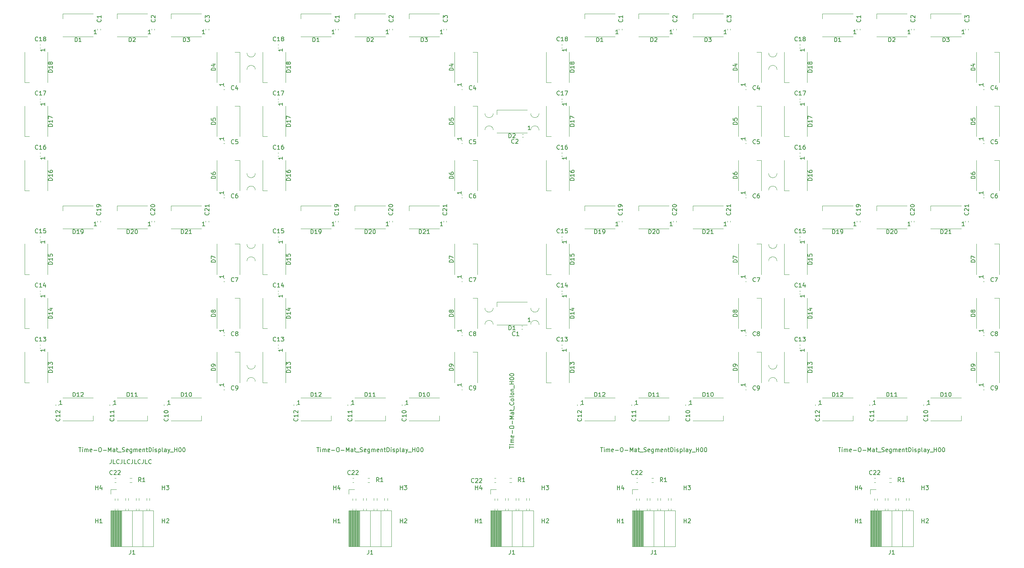
<source format=gbr>
%TF.GenerationSoftware,KiCad,Pcbnew,(6.0.4)*%
%TF.CreationDate,2022-05-27T18:55:53+02:00*%
%TF.ProjectId,Four segments and colon,466f7572-2073-4656-976d-656e74732061,rev?*%
%TF.SameCoordinates,Original*%
%TF.FileFunction,Legend,Top*%
%TF.FilePolarity,Positive*%
%FSLAX46Y46*%
G04 Gerber Fmt 4.6, Leading zero omitted, Abs format (unit mm)*
G04 Created by KiCad (PCBNEW (6.0.4)) date 2022-05-27 18:55:53*
%MOMM*%
%LPD*%
G01*
G04 APERTURE LIST*
%ADD10C,0.200000*%
%ADD11C,0.150000*%
%ADD12C,0.120000*%
%ADD13C,0.100000*%
G04 APERTURE END LIST*
D10*
X39880952Y-125552380D02*
X39880952Y-126266666D01*
X39833333Y-126409523D01*
X39738095Y-126504761D01*
X39595238Y-126552380D01*
X39500000Y-126552380D01*
X40833333Y-126552380D02*
X40357142Y-126552380D01*
X40357142Y-125552380D01*
X41738095Y-126457142D02*
X41690476Y-126504761D01*
X41547619Y-126552380D01*
X41452380Y-126552380D01*
X41309523Y-126504761D01*
X41214285Y-126409523D01*
X41166666Y-126314285D01*
X41119047Y-126123809D01*
X41119047Y-125980952D01*
X41166666Y-125790476D01*
X41214285Y-125695238D01*
X41309523Y-125600000D01*
X41452380Y-125552380D01*
X41547619Y-125552380D01*
X41690476Y-125600000D01*
X41738095Y-125647619D01*
X42452380Y-125552380D02*
X42452380Y-126266666D01*
X42404761Y-126409523D01*
X42309523Y-126504761D01*
X42166666Y-126552380D01*
X42071428Y-126552380D01*
X43404761Y-126552380D02*
X42928571Y-126552380D01*
X42928571Y-125552380D01*
X44309523Y-126457142D02*
X44261904Y-126504761D01*
X44119047Y-126552380D01*
X44023809Y-126552380D01*
X43880952Y-126504761D01*
X43785714Y-126409523D01*
X43738095Y-126314285D01*
X43690476Y-126123809D01*
X43690476Y-125980952D01*
X43738095Y-125790476D01*
X43785714Y-125695238D01*
X43880952Y-125600000D01*
X44023809Y-125552380D01*
X44119047Y-125552380D01*
X44261904Y-125600000D01*
X44309523Y-125647619D01*
X45023809Y-125552380D02*
X45023809Y-126266666D01*
X44976190Y-126409523D01*
X44880952Y-126504761D01*
X44738095Y-126552380D01*
X44642857Y-126552380D01*
X45976190Y-126552380D02*
X45500000Y-126552380D01*
X45500000Y-125552380D01*
X46880952Y-126457142D02*
X46833333Y-126504761D01*
X46690476Y-126552380D01*
X46595238Y-126552380D01*
X46452380Y-126504761D01*
X46357142Y-126409523D01*
X46309523Y-126314285D01*
X46261904Y-126123809D01*
X46261904Y-125980952D01*
X46309523Y-125790476D01*
X46357142Y-125695238D01*
X46452380Y-125600000D01*
X46595238Y-125552380D01*
X46690476Y-125552380D01*
X46833333Y-125600000D01*
X46880952Y-125647619D01*
X47595238Y-125552380D02*
X47595238Y-126266666D01*
X47547619Y-126409523D01*
X47452380Y-126504761D01*
X47309523Y-126552380D01*
X47214285Y-126552380D01*
X48547619Y-126552380D02*
X48071428Y-126552380D01*
X48071428Y-125552380D01*
X49452380Y-126457142D02*
X49404761Y-126504761D01*
X49261904Y-126552380D01*
X49166666Y-126552380D01*
X49023809Y-126504761D01*
X48928571Y-126409523D01*
X48880952Y-126314285D01*
X48833333Y-126123809D01*
X48833333Y-125980952D01*
X48880952Y-125790476D01*
X48928571Y-125695238D01*
X49023809Y-125600000D01*
X49166666Y-125552380D01*
X49261904Y-125552380D01*
X49404761Y-125600000D01*
X49452380Y-125647619D01*
D11*
X214461561Y-122702380D02*
X215032989Y-122702380D01*
X214747275Y-123702380D02*
X214747275Y-122702380D01*
X215366323Y-123702380D02*
X215366323Y-123035714D01*
X215366323Y-122702380D02*
X215318704Y-122750000D01*
X215366323Y-122797619D01*
X215413942Y-122750000D01*
X215366323Y-122702380D01*
X215366323Y-122797619D01*
X215842513Y-123702380D02*
X215842513Y-123035714D01*
X215842513Y-123130952D02*
X215890132Y-123083333D01*
X215985370Y-123035714D01*
X216128227Y-123035714D01*
X216223465Y-123083333D01*
X216271085Y-123178571D01*
X216271085Y-123702380D01*
X216271085Y-123178571D02*
X216318704Y-123083333D01*
X216413942Y-123035714D01*
X216556799Y-123035714D01*
X216652037Y-123083333D01*
X216699656Y-123178571D01*
X216699656Y-123702380D01*
X217556799Y-123654761D02*
X217461561Y-123702380D01*
X217271085Y-123702380D01*
X217175846Y-123654761D01*
X217128227Y-123559523D01*
X217128227Y-123178571D01*
X217175846Y-123083333D01*
X217271085Y-123035714D01*
X217461561Y-123035714D01*
X217556799Y-123083333D01*
X217604418Y-123178571D01*
X217604418Y-123273809D01*
X217128227Y-123369047D01*
X218032989Y-123321428D02*
X218794894Y-123321428D01*
X219461561Y-122702380D02*
X219652037Y-122702380D01*
X219747275Y-122750000D01*
X219842513Y-122845238D01*
X219890132Y-123035714D01*
X219890132Y-123369047D01*
X219842513Y-123559523D01*
X219747275Y-123654761D01*
X219652037Y-123702380D01*
X219461561Y-123702380D01*
X219366323Y-123654761D01*
X219271085Y-123559523D01*
X219223465Y-123369047D01*
X219223465Y-123035714D01*
X219271085Y-122845238D01*
X219366323Y-122750000D01*
X219461561Y-122702380D01*
X220318704Y-123321428D02*
X221080608Y-123321428D01*
X221556799Y-123702380D02*
X221556799Y-122702380D01*
X221890132Y-123416666D01*
X222223465Y-122702380D01*
X222223465Y-123702380D01*
X223128227Y-123702380D02*
X223128227Y-123178571D01*
X223080608Y-123083333D01*
X222985370Y-123035714D01*
X222794894Y-123035714D01*
X222699656Y-123083333D01*
X223128227Y-123654761D02*
X223032989Y-123702380D01*
X222794894Y-123702380D01*
X222699656Y-123654761D01*
X222652037Y-123559523D01*
X222652037Y-123464285D01*
X222699656Y-123369047D01*
X222794894Y-123321428D01*
X223032989Y-123321428D01*
X223128227Y-123273809D01*
X223461561Y-123035714D02*
X223842513Y-123035714D01*
X223604418Y-122702380D02*
X223604418Y-123559523D01*
X223652037Y-123654761D01*
X223747275Y-123702380D01*
X223842513Y-123702380D01*
X223937751Y-123797619D02*
X224699656Y-123797619D01*
X224890132Y-123654761D02*
X225032989Y-123702380D01*
X225271085Y-123702380D01*
X225366323Y-123654761D01*
X225413942Y-123607142D01*
X225461561Y-123511904D01*
X225461561Y-123416666D01*
X225413942Y-123321428D01*
X225366323Y-123273809D01*
X225271085Y-123226190D01*
X225080608Y-123178571D01*
X224985370Y-123130952D01*
X224937751Y-123083333D01*
X224890132Y-122988095D01*
X224890132Y-122892857D01*
X224937751Y-122797619D01*
X224985370Y-122750000D01*
X225080608Y-122702380D01*
X225318704Y-122702380D01*
X225461561Y-122750000D01*
X226271085Y-123654761D02*
X226175846Y-123702380D01*
X225985370Y-123702380D01*
X225890132Y-123654761D01*
X225842513Y-123559523D01*
X225842513Y-123178571D01*
X225890132Y-123083333D01*
X225985370Y-123035714D01*
X226175846Y-123035714D01*
X226271085Y-123083333D01*
X226318704Y-123178571D01*
X226318704Y-123273809D01*
X225842513Y-123369047D01*
X227175846Y-123035714D02*
X227175846Y-123845238D01*
X227128227Y-123940476D01*
X227080608Y-123988095D01*
X226985370Y-124035714D01*
X226842513Y-124035714D01*
X226747275Y-123988095D01*
X227175846Y-123654761D02*
X227080608Y-123702380D01*
X226890132Y-123702380D01*
X226794894Y-123654761D01*
X226747275Y-123607142D01*
X226699656Y-123511904D01*
X226699656Y-123226190D01*
X226747275Y-123130952D01*
X226794894Y-123083333D01*
X226890132Y-123035714D01*
X227080608Y-123035714D01*
X227175846Y-123083333D01*
X227652037Y-123702380D02*
X227652037Y-123035714D01*
X227652037Y-123130952D02*
X227699656Y-123083333D01*
X227794894Y-123035714D01*
X227937751Y-123035714D01*
X228032989Y-123083333D01*
X228080608Y-123178571D01*
X228080608Y-123702380D01*
X228080608Y-123178571D02*
X228128227Y-123083333D01*
X228223465Y-123035714D01*
X228366323Y-123035714D01*
X228461561Y-123083333D01*
X228509180Y-123178571D01*
X228509180Y-123702380D01*
X229366323Y-123654761D02*
X229271085Y-123702380D01*
X229080608Y-123702380D01*
X228985370Y-123654761D01*
X228937751Y-123559523D01*
X228937751Y-123178571D01*
X228985370Y-123083333D01*
X229080608Y-123035714D01*
X229271085Y-123035714D01*
X229366323Y-123083333D01*
X229413942Y-123178571D01*
X229413942Y-123273809D01*
X228937751Y-123369047D01*
X229842513Y-123035714D02*
X229842513Y-123702380D01*
X229842513Y-123130952D02*
X229890132Y-123083333D01*
X229985370Y-123035714D01*
X230128227Y-123035714D01*
X230223465Y-123083333D01*
X230271085Y-123178571D01*
X230271085Y-123702380D01*
X230604418Y-123035714D02*
X230985370Y-123035714D01*
X230747275Y-122702380D02*
X230747275Y-123559523D01*
X230794894Y-123654761D01*
X230890132Y-123702380D01*
X230985370Y-123702380D01*
X231318704Y-123702380D02*
X231318704Y-122702380D01*
X231556799Y-122702380D01*
X231699656Y-122750000D01*
X231794894Y-122845238D01*
X231842513Y-122940476D01*
X231890132Y-123130952D01*
X231890132Y-123273809D01*
X231842513Y-123464285D01*
X231794894Y-123559523D01*
X231699656Y-123654761D01*
X231556799Y-123702380D01*
X231318704Y-123702380D01*
X232318704Y-123702380D02*
X232318704Y-123035714D01*
X232318704Y-122702380D02*
X232271085Y-122750000D01*
X232318704Y-122797619D01*
X232366323Y-122750000D01*
X232318704Y-122702380D01*
X232318704Y-122797619D01*
X232747275Y-123654761D02*
X232842513Y-123702380D01*
X233032989Y-123702380D01*
X233128227Y-123654761D01*
X233175846Y-123559523D01*
X233175846Y-123511904D01*
X233128227Y-123416666D01*
X233032989Y-123369047D01*
X232890132Y-123369047D01*
X232794894Y-123321428D01*
X232747275Y-123226190D01*
X232747275Y-123178571D01*
X232794894Y-123083333D01*
X232890132Y-123035714D01*
X233032989Y-123035714D01*
X233128227Y-123083333D01*
X233604418Y-123035714D02*
X233604418Y-124035714D01*
X233604418Y-123083333D02*
X233699656Y-123035714D01*
X233890132Y-123035714D01*
X233985370Y-123083333D01*
X234032989Y-123130952D01*
X234080608Y-123226190D01*
X234080608Y-123511904D01*
X234032989Y-123607142D01*
X233985370Y-123654761D01*
X233890132Y-123702380D01*
X233699656Y-123702380D01*
X233604418Y-123654761D01*
X234652037Y-123702380D02*
X234556799Y-123654761D01*
X234509180Y-123559523D01*
X234509180Y-122702380D01*
X235461561Y-123702380D02*
X235461561Y-123178571D01*
X235413942Y-123083333D01*
X235318704Y-123035714D01*
X235128227Y-123035714D01*
X235032989Y-123083333D01*
X235461561Y-123654761D02*
X235366323Y-123702380D01*
X235128227Y-123702380D01*
X235032989Y-123654761D01*
X234985370Y-123559523D01*
X234985370Y-123464285D01*
X235032989Y-123369047D01*
X235128227Y-123321428D01*
X235366323Y-123321428D01*
X235461561Y-123273809D01*
X235842513Y-123035714D02*
X236080608Y-123702380D01*
X236318704Y-123035714D02*
X236080608Y-123702380D01*
X235985370Y-123940476D01*
X235937751Y-123988095D01*
X235842513Y-124035714D01*
X236461561Y-123797619D02*
X237223465Y-123797619D01*
X237461561Y-123702380D02*
X237461561Y-122702380D01*
X237461561Y-123178571D02*
X238032989Y-123178571D01*
X238032989Y-123702380D02*
X238032989Y-122702380D01*
X238699656Y-122702380D02*
X238794894Y-122702380D01*
X238890132Y-122750000D01*
X238937751Y-122797619D01*
X238985370Y-122892857D01*
X239032989Y-123083333D01*
X239032989Y-123321428D01*
X238985370Y-123511904D01*
X238937751Y-123607142D01*
X238890132Y-123654761D01*
X238794894Y-123702380D01*
X238699656Y-123702380D01*
X238604418Y-123654761D01*
X238556799Y-123607142D01*
X238509180Y-123511904D01*
X238461561Y-123321428D01*
X238461561Y-123083333D01*
X238509180Y-122892857D01*
X238556799Y-122797619D01*
X238604418Y-122750000D01*
X238699656Y-122702380D01*
X239652037Y-122702380D02*
X239747275Y-122702380D01*
X239842513Y-122750000D01*
X239890132Y-122797619D01*
X239937751Y-122892857D01*
X239985370Y-123083333D01*
X239985370Y-123321428D01*
X239937751Y-123511904D01*
X239890132Y-123607142D01*
X239842513Y-123654761D01*
X239747275Y-123702380D01*
X239652037Y-123702380D01*
X239556799Y-123654761D01*
X239509180Y-123607142D01*
X239461561Y-123511904D01*
X239413942Y-123321428D01*
X239413942Y-123083333D01*
X239461561Y-122892857D01*
X239509180Y-122797619D01*
X239556799Y-122750000D01*
X239652037Y-122702380D01*
X32070476Y-122702380D02*
X32641904Y-122702380D01*
X32356190Y-123702380D02*
X32356190Y-122702380D01*
X32975238Y-123702380D02*
X32975238Y-123035714D01*
X32975238Y-122702380D02*
X32927619Y-122750000D01*
X32975238Y-122797619D01*
X33022857Y-122750000D01*
X32975238Y-122702380D01*
X32975238Y-122797619D01*
X33451428Y-123702380D02*
X33451428Y-123035714D01*
X33451428Y-123130952D02*
X33499047Y-123083333D01*
X33594285Y-123035714D01*
X33737142Y-123035714D01*
X33832380Y-123083333D01*
X33880000Y-123178571D01*
X33880000Y-123702380D01*
X33880000Y-123178571D02*
X33927619Y-123083333D01*
X34022857Y-123035714D01*
X34165714Y-123035714D01*
X34260952Y-123083333D01*
X34308571Y-123178571D01*
X34308571Y-123702380D01*
X35165714Y-123654761D02*
X35070476Y-123702380D01*
X34880000Y-123702380D01*
X34784761Y-123654761D01*
X34737142Y-123559523D01*
X34737142Y-123178571D01*
X34784761Y-123083333D01*
X34880000Y-123035714D01*
X35070476Y-123035714D01*
X35165714Y-123083333D01*
X35213333Y-123178571D01*
X35213333Y-123273809D01*
X34737142Y-123369047D01*
X35641904Y-123321428D02*
X36403809Y-123321428D01*
X37070476Y-122702380D02*
X37260952Y-122702380D01*
X37356190Y-122750000D01*
X37451428Y-122845238D01*
X37499047Y-123035714D01*
X37499047Y-123369047D01*
X37451428Y-123559523D01*
X37356190Y-123654761D01*
X37260952Y-123702380D01*
X37070476Y-123702380D01*
X36975238Y-123654761D01*
X36880000Y-123559523D01*
X36832380Y-123369047D01*
X36832380Y-123035714D01*
X36880000Y-122845238D01*
X36975238Y-122750000D01*
X37070476Y-122702380D01*
X37927619Y-123321428D02*
X38689523Y-123321428D01*
X39165714Y-123702380D02*
X39165714Y-122702380D01*
X39499047Y-123416666D01*
X39832380Y-122702380D01*
X39832380Y-123702380D01*
X40737142Y-123702380D02*
X40737142Y-123178571D01*
X40689523Y-123083333D01*
X40594285Y-123035714D01*
X40403809Y-123035714D01*
X40308571Y-123083333D01*
X40737142Y-123654761D02*
X40641904Y-123702380D01*
X40403809Y-123702380D01*
X40308571Y-123654761D01*
X40260952Y-123559523D01*
X40260952Y-123464285D01*
X40308571Y-123369047D01*
X40403809Y-123321428D01*
X40641904Y-123321428D01*
X40737142Y-123273809D01*
X41070476Y-123035714D02*
X41451428Y-123035714D01*
X41213333Y-122702380D02*
X41213333Y-123559523D01*
X41260952Y-123654761D01*
X41356190Y-123702380D01*
X41451428Y-123702380D01*
X41546666Y-123797619D02*
X42308571Y-123797619D01*
X42499047Y-123654761D02*
X42641904Y-123702380D01*
X42879999Y-123702380D01*
X42975238Y-123654761D01*
X43022857Y-123607142D01*
X43070476Y-123511904D01*
X43070476Y-123416666D01*
X43022857Y-123321428D01*
X42975238Y-123273809D01*
X42879999Y-123226190D01*
X42689523Y-123178571D01*
X42594285Y-123130952D01*
X42546666Y-123083333D01*
X42499047Y-122988095D01*
X42499047Y-122892857D01*
X42546666Y-122797619D01*
X42594285Y-122750000D01*
X42689523Y-122702380D01*
X42927619Y-122702380D01*
X43070476Y-122750000D01*
X43879999Y-123654761D02*
X43784761Y-123702380D01*
X43594285Y-123702380D01*
X43499047Y-123654761D01*
X43451428Y-123559523D01*
X43451428Y-123178571D01*
X43499047Y-123083333D01*
X43594285Y-123035714D01*
X43784761Y-123035714D01*
X43879999Y-123083333D01*
X43927619Y-123178571D01*
X43927619Y-123273809D01*
X43451428Y-123369047D01*
X44784761Y-123035714D02*
X44784761Y-123845238D01*
X44737142Y-123940476D01*
X44689523Y-123988095D01*
X44594285Y-124035714D01*
X44451428Y-124035714D01*
X44356190Y-123988095D01*
X44784761Y-123654761D02*
X44689523Y-123702380D01*
X44499047Y-123702380D01*
X44403809Y-123654761D01*
X44356190Y-123607142D01*
X44308571Y-123511904D01*
X44308571Y-123226190D01*
X44356190Y-123130952D01*
X44403809Y-123083333D01*
X44499047Y-123035714D01*
X44689523Y-123035714D01*
X44784761Y-123083333D01*
X45260952Y-123702380D02*
X45260952Y-123035714D01*
X45260952Y-123130952D02*
X45308571Y-123083333D01*
X45403809Y-123035714D01*
X45546666Y-123035714D01*
X45641904Y-123083333D01*
X45689523Y-123178571D01*
X45689523Y-123702380D01*
X45689523Y-123178571D02*
X45737142Y-123083333D01*
X45832380Y-123035714D01*
X45975238Y-123035714D01*
X46070476Y-123083333D01*
X46118095Y-123178571D01*
X46118095Y-123702380D01*
X46975238Y-123654761D02*
X46879999Y-123702380D01*
X46689523Y-123702380D01*
X46594285Y-123654761D01*
X46546666Y-123559523D01*
X46546666Y-123178571D01*
X46594285Y-123083333D01*
X46689523Y-123035714D01*
X46879999Y-123035714D01*
X46975238Y-123083333D01*
X47022857Y-123178571D01*
X47022857Y-123273809D01*
X46546666Y-123369047D01*
X47451428Y-123035714D02*
X47451428Y-123702380D01*
X47451428Y-123130952D02*
X47499047Y-123083333D01*
X47594285Y-123035714D01*
X47737142Y-123035714D01*
X47832380Y-123083333D01*
X47879999Y-123178571D01*
X47879999Y-123702380D01*
X48213333Y-123035714D02*
X48594285Y-123035714D01*
X48356190Y-122702380D02*
X48356190Y-123559523D01*
X48403809Y-123654761D01*
X48499047Y-123702380D01*
X48594285Y-123702380D01*
X48927619Y-123702380D02*
X48927619Y-122702380D01*
X49165714Y-122702380D01*
X49308571Y-122750000D01*
X49403809Y-122845238D01*
X49451428Y-122940476D01*
X49499047Y-123130952D01*
X49499047Y-123273809D01*
X49451428Y-123464285D01*
X49403809Y-123559523D01*
X49308571Y-123654761D01*
X49165714Y-123702380D01*
X48927619Y-123702380D01*
X49927619Y-123702380D02*
X49927619Y-123035714D01*
X49927619Y-122702380D02*
X49879999Y-122750000D01*
X49927619Y-122797619D01*
X49975238Y-122750000D01*
X49927619Y-122702380D01*
X49927619Y-122797619D01*
X50356190Y-123654761D02*
X50451428Y-123702380D01*
X50641904Y-123702380D01*
X50737142Y-123654761D01*
X50784761Y-123559523D01*
X50784761Y-123511904D01*
X50737142Y-123416666D01*
X50641904Y-123369047D01*
X50499047Y-123369047D01*
X50403809Y-123321428D01*
X50356190Y-123226190D01*
X50356190Y-123178571D01*
X50403809Y-123083333D01*
X50499047Y-123035714D01*
X50641904Y-123035714D01*
X50737142Y-123083333D01*
X51213333Y-123035714D02*
X51213333Y-124035714D01*
X51213333Y-123083333D02*
X51308571Y-123035714D01*
X51499047Y-123035714D01*
X51594285Y-123083333D01*
X51641904Y-123130952D01*
X51689523Y-123226190D01*
X51689523Y-123511904D01*
X51641904Y-123607142D01*
X51594285Y-123654761D01*
X51499047Y-123702380D01*
X51308571Y-123702380D01*
X51213333Y-123654761D01*
X52260952Y-123702380D02*
X52165714Y-123654761D01*
X52118095Y-123559523D01*
X52118095Y-122702380D01*
X53070476Y-123702380D02*
X53070476Y-123178571D01*
X53022857Y-123083333D01*
X52927619Y-123035714D01*
X52737142Y-123035714D01*
X52641904Y-123083333D01*
X53070476Y-123654761D02*
X52975238Y-123702380D01*
X52737142Y-123702380D01*
X52641904Y-123654761D01*
X52594285Y-123559523D01*
X52594285Y-123464285D01*
X52641904Y-123369047D01*
X52737142Y-123321428D01*
X52975238Y-123321428D01*
X53070476Y-123273809D01*
X53451428Y-123035714D02*
X53689523Y-123702380D01*
X53927619Y-123035714D02*
X53689523Y-123702380D01*
X53594285Y-123940476D01*
X53546666Y-123988095D01*
X53451428Y-124035714D01*
X54070476Y-123797619D02*
X54832380Y-123797619D01*
X55070476Y-123702380D02*
X55070476Y-122702380D01*
X55070476Y-123178571D02*
X55641904Y-123178571D01*
X55641904Y-123702380D02*
X55641904Y-122702380D01*
X56308571Y-122702380D02*
X56403809Y-122702380D01*
X56499047Y-122750000D01*
X56546666Y-122797619D01*
X56594285Y-122892857D01*
X56641904Y-123083333D01*
X56641904Y-123321428D01*
X56594285Y-123511904D01*
X56546666Y-123607142D01*
X56499047Y-123654761D01*
X56403809Y-123702380D01*
X56308571Y-123702380D01*
X56213333Y-123654761D01*
X56165714Y-123607142D01*
X56118095Y-123511904D01*
X56070476Y-123321428D01*
X56070476Y-123083333D01*
X56118095Y-122892857D01*
X56165714Y-122797619D01*
X56213333Y-122750000D01*
X56308571Y-122702380D01*
X57260952Y-122702380D02*
X57356190Y-122702380D01*
X57451428Y-122750000D01*
X57499047Y-122797619D01*
X57546666Y-122892857D01*
X57594285Y-123083333D01*
X57594285Y-123321428D01*
X57546666Y-123511904D01*
X57499047Y-123607142D01*
X57451428Y-123654761D01*
X57356190Y-123702380D01*
X57260952Y-123702380D01*
X57165714Y-123654761D01*
X57118095Y-123607142D01*
X57070476Y-123511904D01*
X57022857Y-123321428D01*
X57022857Y-123083333D01*
X57070476Y-122892857D01*
X57118095Y-122797619D01*
X57165714Y-122750000D01*
X57260952Y-122702380D01*
X89201876Y-122702380D02*
X89773304Y-122702380D01*
X89487590Y-123702380D02*
X89487590Y-122702380D01*
X90106638Y-123702380D02*
X90106638Y-123035714D01*
X90106638Y-122702380D02*
X90059019Y-122750000D01*
X90106638Y-122797619D01*
X90154257Y-122750000D01*
X90106638Y-122702380D01*
X90106638Y-122797619D01*
X90582828Y-123702380D02*
X90582828Y-123035714D01*
X90582828Y-123130952D02*
X90630447Y-123083333D01*
X90725685Y-123035714D01*
X90868542Y-123035714D01*
X90963780Y-123083333D01*
X91011400Y-123178571D01*
X91011400Y-123702380D01*
X91011400Y-123178571D02*
X91059019Y-123083333D01*
X91154257Y-123035714D01*
X91297114Y-123035714D01*
X91392352Y-123083333D01*
X91439971Y-123178571D01*
X91439971Y-123702380D01*
X92297114Y-123654761D02*
X92201876Y-123702380D01*
X92011400Y-123702380D01*
X91916161Y-123654761D01*
X91868542Y-123559523D01*
X91868542Y-123178571D01*
X91916161Y-123083333D01*
X92011400Y-123035714D01*
X92201876Y-123035714D01*
X92297114Y-123083333D01*
X92344733Y-123178571D01*
X92344733Y-123273809D01*
X91868542Y-123369047D01*
X92773304Y-123321428D02*
X93535209Y-123321428D01*
X94201876Y-122702380D02*
X94392352Y-122702380D01*
X94487590Y-122750000D01*
X94582828Y-122845238D01*
X94630447Y-123035714D01*
X94630447Y-123369047D01*
X94582828Y-123559523D01*
X94487590Y-123654761D01*
X94392352Y-123702380D01*
X94201876Y-123702380D01*
X94106638Y-123654761D01*
X94011400Y-123559523D01*
X93963780Y-123369047D01*
X93963780Y-123035714D01*
X94011400Y-122845238D01*
X94106638Y-122750000D01*
X94201876Y-122702380D01*
X95059019Y-123321428D02*
X95820923Y-123321428D01*
X96297114Y-123702380D02*
X96297114Y-122702380D01*
X96630447Y-123416666D01*
X96963780Y-122702380D01*
X96963780Y-123702380D01*
X97868542Y-123702380D02*
X97868542Y-123178571D01*
X97820923Y-123083333D01*
X97725685Y-123035714D01*
X97535209Y-123035714D01*
X97439971Y-123083333D01*
X97868542Y-123654761D02*
X97773304Y-123702380D01*
X97535209Y-123702380D01*
X97439971Y-123654761D01*
X97392352Y-123559523D01*
X97392352Y-123464285D01*
X97439971Y-123369047D01*
X97535209Y-123321428D01*
X97773304Y-123321428D01*
X97868542Y-123273809D01*
X98201876Y-123035714D02*
X98582828Y-123035714D01*
X98344733Y-122702380D02*
X98344733Y-123559523D01*
X98392352Y-123654761D01*
X98487590Y-123702380D01*
X98582828Y-123702380D01*
X98678066Y-123797619D02*
X99439971Y-123797619D01*
X99630447Y-123654761D02*
X99773304Y-123702380D01*
X100011399Y-123702380D01*
X100106638Y-123654761D01*
X100154257Y-123607142D01*
X100201876Y-123511904D01*
X100201876Y-123416666D01*
X100154257Y-123321428D01*
X100106638Y-123273809D01*
X100011399Y-123226190D01*
X99820923Y-123178571D01*
X99725685Y-123130952D01*
X99678066Y-123083333D01*
X99630447Y-122988095D01*
X99630447Y-122892857D01*
X99678066Y-122797619D01*
X99725685Y-122750000D01*
X99820923Y-122702380D01*
X100059019Y-122702380D01*
X100201876Y-122750000D01*
X101011399Y-123654761D02*
X100916161Y-123702380D01*
X100725685Y-123702380D01*
X100630447Y-123654761D01*
X100582828Y-123559523D01*
X100582828Y-123178571D01*
X100630447Y-123083333D01*
X100725685Y-123035714D01*
X100916161Y-123035714D01*
X101011399Y-123083333D01*
X101059019Y-123178571D01*
X101059019Y-123273809D01*
X100582828Y-123369047D01*
X101916161Y-123035714D02*
X101916161Y-123845238D01*
X101868542Y-123940476D01*
X101820923Y-123988095D01*
X101725685Y-124035714D01*
X101582828Y-124035714D01*
X101487590Y-123988095D01*
X101916161Y-123654761D02*
X101820923Y-123702380D01*
X101630447Y-123702380D01*
X101535209Y-123654761D01*
X101487590Y-123607142D01*
X101439971Y-123511904D01*
X101439971Y-123226190D01*
X101487590Y-123130952D01*
X101535209Y-123083333D01*
X101630447Y-123035714D01*
X101820923Y-123035714D01*
X101916161Y-123083333D01*
X102392352Y-123702380D02*
X102392352Y-123035714D01*
X102392352Y-123130952D02*
X102439971Y-123083333D01*
X102535209Y-123035714D01*
X102678066Y-123035714D01*
X102773304Y-123083333D01*
X102820923Y-123178571D01*
X102820923Y-123702380D01*
X102820923Y-123178571D02*
X102868542Y-123083333D01*
X102963780Y-123035714D01*
X103106638Y-123035714D01*
X103201876Y-123083333D01*
X103249495Y-123178571D01*
X103249495Y-123702380D01*
X104106638Y-123654761D02*
X104011399Y-123702380D01*
X103820923Y-123702380D01*
X103725685Y-123654761D01*
X103678066Y-123559523D01*
X103678066Y-123178571D01*
X103725685Y-123083333D01*
X103820923Y-123035714D01*
X104011399Y-123035714D01*
X104106638Y-123083333D01*
X104154257Y-123178571D01*
X104154257Y-123273809D01*
X103678066Y-123369047D01*
X104582828Y-123035714D02*
X104582828Y-123702380D01*
X104582828Y-123130952D02*
X104630447Y-123083333D01*
X104725685Y-123035714D01*
X104868542Y-123035714D01*
X104963780Y-123083333D01*
X105011399Y-123178571D01*
X105011399Y-123702380D01*
X105344733Y-123035714D02*
X105725685Y-123035714D01*
X105487590Y-122702380D02*
X105487590Y-123559523D01*
X105535209Y-123654761D01*
X105630447Y-123702380D01*
X105725685Y-123702380D01*
X106059019Y-123702380D02*
X106059019Y-122702380D01*
X106297114Y-122702380D01*
X106439971Y-122750000D01*
X106535209Y-122845238D01*
X106582828Y-122940476D01*
X106630447Y-123130952D01*
X106630447Y-123273809D01*
X106582828Y-123464285D01*
X106535209Y-123559523D01*
X106439971Y-123654761D01*
X106297114Y-123702380D01*
X106059019Y-123702380D01*
X107059019Y-123702380D02*
X107059019Y-123035714D01*
X107059019Y-122702380D02*
X107011399Y-122750000D01*
X107059019Y-122797619D01*
X107106638Y-122750000D01*
X107059019Y-122702380D01*
X107059019Y-122797619D01*
X107487590Y-123654761D02*
X107582828Y-123702380D01*
X107773304Y-123702380D01*
X107868542Y-123654761D01*
X107916161Y-123559523D01*
X107916161Y-123511904D01*
X107868542Y-123416666D01*
X107773304Y-123369047D01*
X107630447Y-123369047D01*
X107535209Y-123321428D01*
X107487590Y-123226190D01*
X107487590Y-123178571D01*
X107535209Y-123083333D01*
X107630447Y-123035714D01*
X107773304Y-123035714D01*
X107868542Y-123083333D01*
X108344733Y-123035714D02*
X108344733Y-124035714D01*
X108344733Y-123083333D02*
X108439971Y-123035714D01*
X108630447Y-123035714D01*
X108725685Y-123083333D01*
X108773304Y-123130952D01*
X108820923Y-123226190D01*
X108820923Y-123511904D01*
X108773304Y-123607142D01*
X108725685Y-123654761D01*
X108630447Y-123702380D01*
X108439971Y-123702380D01*
X108344733Y-123654761D01*
X109392352Y-123702380D02*
X109297114Y-123654761D01*
X109249495Y-123559523D01*
X109249495Y-122702380D01*
X110201876Y-123702380D02*
X110201876Y-123178571D01*
X110154257Y-123083333D01*
X110059019Y-123035714D01*
X109868542Y-123035714D01*
X109773304Y-123083333D01*
X110201876Y-123654761D02*
X110106638Y-123702380D01*
X109868542Y-123702380D01*
X109773304Y-123654761D01*
X109725685Y-123559523D01*
X109725685Y-123464285D01*
X109773304Y-123369047D01*
X109868542Y-123321428D01*
X110106638Y-123321428D01*
X110201876Y-123273809D01*
X110582828Y-123035714D02*
X110820923Y-123702380D01*
X111059019Y-123035714D02*
X110820923Y-123702380D01*
X110725685Y-123940476D01*
X110678066Y-123988095D01*
X110582828Y-124035714D01*
X111201876Y-123797619D02*
X111963780Y-123797619D01*
X112201876Y-123702380D02*
X112201876Y-122702380D01*
X112201876Y-123178571D02*
X112773304Y-123178571D01*
X112773304Y-123702380D02*
X112773304Y-122702380D01*
X113439971Y-122702380D02*
X113535209Y-122702380D01*
X113630447Y-122750000D01*
X113678066Y-122797619D01*
X113725685Y-122892857D01*
X113773304Y-123083333D01*
X113773304Y-123321428D01*
X113725685Y-123511904D01*
X113678066Y-123607142D01*
X113630447Y-123654761D01*
X113535209Y-123702380D01*
X113439971Y-123702380D01*
X113344733Y-123654761D01*
X113297114Y-123607142D01*
X113249495Y-123511904D01*
X113201876Y-123321428D01*
X113201876Y-123083333D01*
X113249495Y-122892857D01*
X113297114Y-122797619D01*
X113344733Y-122750000D01*
X113439971Y-122702380D01*
X114392352Y-122702380D02*
X114487590Y-122702380D01*
X114582828Y-122750000D01*
X114630447Y-122797619D01*
X114678066Y-122892857D01*
X114725685Y-123083333D01*
X114725685Y-123321428D01*
X114678066Y-123511904D01*
X114630447Y-123607142D01*
X114582828Y-123654761D01*
X114487590Y-123702380D01*
X114392352Y-123702380D01*
X114297114Y-123654761D01*
X114249495Y-123607142D01*
X114201876Y-123511904D01*
X114154257Y-123321428D01*
X114154257Y-123083333D01*
X114201876Y-122892857D01*
X114249495Y-122797619D01*
X114297114Y-122750000D01*
X114392352Y-122702380D01*
X135529381Y-122897619D02*
X135529381Y-122326190D01*
X136529381Y-122611904D02*
X135529381Y-122611904D01*
X136529381Y-121992857D02*
X135862715Y-121992857D01*
X135529381Y-121992857D02*
X135577001Y-122040476D01*
X135624620Y-121992857D01*
X135577001Y-121945238D01*
X135529381Y-121992857D01*
X135624620Y-121992857D01*
X136529381Y-121516666D02*
X135862715Y-121516666D01*
X135957953Y-121516666D02*
X135910334Y-121469047D01*
X135862715Y-121373809D01*
X135862715Y-121230952D01*
X135910334Y-121135714D01*
X136005572Y-121088095D01*
X136529381Y-121088095D01*
X136005572Y-121088095D02*
X135910334Y-121040476D01*
X135862715Y-120945238D01*
X135862715Y-120802380D01*
X135910334Y-120707142D01*
X136005572Y-120659523D01*
X136529381Y-120659523D01*
X136481762Y-119802380D02*
X136529381Y-119897619D01*
X136529381Y-120088095D01*
X136481762Y-120183333D01*
X136386524Y-120230952D01*
X136005572Y-120230952D01*
X135910334Y-120183333D01*
X135862715Y-120088095D01*
X135862715Y-119897619D01*
X135910334Y-119802380D01*
X136005572Y-119754761D01*
X136100810Y-119754761D01*
X136196048Y-120230952D01*
X136148429Y-119326190D02*
X136148429Y-118564285D01*
X135529381Y-117897619D02*
X135529381Y-117707142D01*
X135577001Y-117611904D01*
X135672239Y-117516666D01*
X135862715Y-117469047D01*
X136196048Y-117469047D01*
X136386524Y-117516666D01*
X136481762Y-117611904D01*
X136529381Y-117707142D01*
X136529381Y-117897619D01*
X136481762Y-117992857D01*
X136386524Y-118088095D01*
X136196048Y-118135714D01*
X135862715Y-118135714D01*
X135672239Y-118088095D01*
X135577001Y-117992857D01*
X135529381Y-117897619D01*
X136148429Y-117040476D02*
X136148429Y-116278571D01*
X136529381Y-115802380D02*
X135529381Y-115802380D01*
X136243667Y-115469047D01*
X135529381Y-115135714D01*
X136529381Y-115135714D01*
X136529381Y-114230952D02*
X136005572Y-114230952D01*
X135910334Y-114278571D01*
X135862715Y-114373809D01*
X135862715Y-114564285D01*
X135910334Y-114659523D01*
X136481762Y-114230952D02*
X136529381Y-114326190D01*
X136529381Y-114564285D01*
X136481762Y-114659523D01*
X136386524Y-114707142D01*
X136291286Y-114707142D01*
X136196048Y-114659523D01*
X136148429Y-114564285D01*
X136148429Y-114326190D01*
X136100810Y-114230952D01*
X135862715Y-113897619D02*
X135862715Y-113516666D01*
X135529381Y-113754761D02*
X136386524Y-113754761D01*
X136481762Y-113707142D01*
X136529381Y-113611904D01*
X136529381Y-113516666D01*
X136624620Y-113421428D02*
X136624620Y-112659523D01*
X136434143Y-111850000D02*
X136481762Y-111897619D01*
X136529381Y-112040476D01*
X136529381Y-112135714D01*
X136481762Y-112278571D01*
X136386524Y-112373809D01*
X136291286Y-112421428D01*
X136100810Y-112469047D01*
X135957953Y-112469047D01*
X135767477Y-112421428D01*
X135672239Y-112373809D01*
X135577001Y-112278571D01*
X135529381Y-112135714D01*
X135529381Y-112040476D01*
X135577001Y-111897619D01*
X135624620Y-111850000D01*
X136529381Y-111278571D02*
X136481762Y-111373809D01*
X136434143Y-111421428D01*
X136338905Y-111469047D01*
X136053191Y-111469047D01*
X135957953Y-111421428D01*
X135910334Y-111373809D01*
X135862715Y-111278571D01*
X135862715Y-111135714D01*
X135910334Y-111040476D01*
X135957953Y-110992857D01*
X136053191Y-110945238D01*
X136338905Y-110945238D01*
X136434143Y-110992857D01*
X136481762Y-111040476D01*
X136529381Y-111135714D01*
X136529381Y-111278571D01*
X136529381Y-110373809D02*
X136481762Y-110469047D01*
X136386524Y-110516666D01*
X135529381Y-110516666D01*
X136529381Y-109850000D02*
X136481762Y-109945238D01*
X136434143Y-109992857D01*
X136338905Y-110040476D01*
X136053191Y-110040476D01*
X135957953Y-109992857D01*
X135910334Y-109945238D01*
X135862715Y-109850000D01*
X135862715Y-109707142D01*
X135910334Y-109611904D01*
X135957953Y-109564285D01*
X136053191Y-109516666D01*
X136338905Y-109516666D01*
X136434143Y-109564285D01*
X136481762Y-109611904D01*
X136529381Y-109707142D01*
X136529381Y-109850000D01*
X135862715Y-109088095D02*
X136529381Y-109088095D01*
X135957953Y-109088095D02*
X135910334Y-109040476D01*
X135862715Y-108945238D01*
X135862715Y-108802380D01*
X135910334Y-108707142D01*
X136005572Y-108659523D01*
X136529381Y-108659523D01*
X136624620Y-108421428D02*
X136624620Y-107659523D01*
X136529381Y-107421428D02*
X135529381Y-107421428D01*
X136005572Y-107421428D02*
X136005572Y-106850000D01*
X136529381Y-106850000D02*
X135529381Y-106850000D01*
X135529381Y-106183333D02*
X135529381Y-106088095D01*
X135577001Y-105992857D01*
X135624620Y-105945238D01*
X135719858Y-105897619D01*
X135910334Y-105850000D01*
X136148429Y-105850000D01*
X136338905Y-105897619D01*
X136434143Y-105945238D01*
X136481762Y-105992857D01*
X136529381Y-106088095D01*
X136529381Y-106183333D01*
X136481762Y-106278571D01*
X136434143Y-106326190D01*
X136338905Y-106373809D01*
X136148429Y-106421428D01*
X135910334Y-106421428D01*
X135719858Y-106373809D01*
X135624620Y-106326190D01*
X135577001Y-106278571D01*
X135529381Y-106183333D01*
X135529381Y-105230952D02*
X135529381Y-105135714D01*
X135577001Y-105040476D01*
X135624620Y-104992857D01*
X135719858Y-104945238D01*
X135910334Y-104897619D01*
X136148429Y-104897619D01*
X136338905Y-104945238D01*
X136434143Y-104992857D01*
X136481762Y-105040476D01*
X136529381Y-105135714D01*
X136529381Y-105230952D01*
X136481762Y-105326190D01*
X136434143Y-105373809D01*
X136338905Y-105421428D01*
X136148429Y-105469047D01*
X135910334Y-105469047D01*
X135719858Y-105421428D01*
X135624620Y-105373809D01*
X135577001Y-105326190D01*
X135529381Y-105230952D01*
X157330161Y-122702380D02*
X157901589Y-122702380D01*
X157615875Y-123702380D02*
X157615875Y-122702380D01*
X158234923Y-123702380D02*
X158234923Y-123035714D01*
X158234923Y-122702380D02*
X158187304Y-122750000D01*
X158234923Y-122797619D01*
X158282542Y-122750000D01*
X158234923Y-122702380D01*
X158234923Y-122797619D01*
X158711113Y-123702380D02*
X158711113Y-123035714D01*
X158711113Y-123130952D02*
X158758732Y-123083333D01*
X158853970Y-123035714D01*
X158996827Y-123035714D01*
X159092065Y-123083333D01*
X159139685Y-123178571D01*
X159139685Y-123702380D01*
X159139685Y-123178571D02*
X159187304Y-123083333D01*
X159282542Y-123035714D01*
X159425399Y-123035714D01*
X159520637Y-123083333D01*
X159568256Y-123178571D01*
X159568256Y-123702380D01*
X160425399Y-123654761D02*
X160330161Y-123702380D01*
X160139685Y-123702380D01*
X160044446Y-123654761D01*
X159996827Y-123559523D01*
X159996827Y-123178571D01*
X160044446Y-123083333D01*
X160139685Y-123035714D01*
X160330161Y-123035714D01*
X160425399Y-123083333D01*
X160473018Y-123178571D01*
X160473018Y-123273809D01*
X159996827Y-123369047D01*
X160901589Y-123321428D02*
X161663494Y-123321428D01*
X162330161Y-122702380D02*
X162520637Y-122702380D01*
X162615875Y-122750000D01*
X162711113Y-122845238D01*
X162758732Y-123035714D01*
X162758732Y-123369047D01*
X162711113Y-123559523D01*
X162615875Y-123654761D01*
X162520637Y-123702380D01*
X162330161Y-123702380D01*
X162234923Y-123654761D01*
X162139685Y-123559523D01*
X162092065Y-123369047D01*
X162092065Y-123035714D01*
X162139685Y-122845238D01*
X162234923Y-122750000D01*
X162330161Y-122702380D01*
X163187304Y-123321428D02*
X163949208Y-123321428D01*
X164425399Y-123702380D02*
X164425399Y-122702380D01*
X164758732Y-123416666D01*
X165092065Y-122702380D01*
X165092065Y-123702380D01*
X165996827Y-123702380D02*
X165996827Y-123178571D01*
X165949208Y-123083333D01*
X165853970Y-123035714D01*
X165663494Y-123035714D01*
X165568256Y-123083333D01*
X165996827Y-123654761D02*
X165901589Y-123702380D01*
X165663494Y-123702380D01*
X165568256Y-123654761D01*
X165520637Y-123559523D01*
X165520637Y-123464285D01*
X165568256Y-123369047D01*
X165663494Y-123321428D01*
X165901589Y-123321428D01*
X165996827Y-123273809D01*
X166330161Y-123035714D02*
X166711113Y-123035714D01*
X166473018Y-122702380D02*
X166473018Y-123559523D01*
X166520637Y-123654761D01*
X166615875Y-123702380D01*
X166711113Y-123702380D01*
X166806351Y-123797619D02*
X167568256Y-123797619D01*
X167758732Y-123654761D02*
X167901589Y-123702380D01*
X168139685Y-123702380D01*
X168234923Y-123654761D01*
X168282542Y-123607142D01*
X168330161Y-123511904D01*
X168330161Y-123416666D01*
X168282542Y-123321428D01*
X168234923Y-123273809D01*
X168139685Y-123226190D01*
X167949208Y-123178571D01*
X167853970Y-123130952D01*
X167806351Y-123083333D01*
X167758732Y-122988095D01*
X167758732Y-122892857D01*
X167806351Y-122797619D01*
X167853970Y-122750000D01*
X167949208Y-122702380D01*
X168187304Y-122702380D01*
X168330161Y-122750000D01*
X169139685Y-123654761D02*
X169044446Y-123702380D01*
X168853970Y-123702380D01*
X168758732Y-123654761D01*
X168711113Y-123559523D01*
X168711113Y-123178571D01*
X168758732Y-123083333D01*
X168853970Y-123035714D01*
X169044446Y-123035714D01*
X169139685Y-123083333D01*
X169187304Y-123178571D01*
X169187304Y-123273809D01*
X168711113Y-123369047D01*
X170044446Y-123035714D02*
X170044446Y-123845238D01*
X169996827Y-123940476D01*
X169949208Y-123988095D01*
X169853970Y-124035714D01*
X169711113Y-124035714D01*
X169615875Y-123988095D01*
X170044446Y-123654761D02*
X169949208Y-123702380D01*
X169758732Y-123702380D01*
X169663494Y-123654761D01*
X169615875Y-123607142D01*
X169568256Y-123511904D01*
X169568256Y-123226190D01*
X169615875Y-123130952D01*
X169663494Y-123083333D01*
X169758732Y-123035714D01*
X169949208Y-123035714D01*
X170044446Y-123083333D01*
X170520637Y-123702380D02*
X170520637Y-123035714D01*
X170520637Y-123130952D02*
X170568256Y-123083333D01*
X170663494Y-123035714D01*
X170806351Y-123035714D01*
X170901589Y-123083333D01*
X170949208Y-123178571D01*
X170949208Y-123702380D01*
X170949208Y-123178571D02*
X170996827Y-123083333D01*
X171092065Y-123035714D01*
X171234923Y-123035714D01*
X171330161Y-123083333D01*
X171377780Y-123178571D01*
X171377780Y-123702380D01*
X172234923Y-123654761D02*
X172139685Y-123702380D01*
X171949208Y-123702380D01*
X171853970Y-123654761D01*
X171806351Y-123559523D01*
X171806351Y-123178571D01*
X171853970Y-123083333D01*
X171949208Y-123035714D01*
X172139685Y-123035714D01*
X172234923Y-123083333D01*
X172282542Y-123178571D01*
X172282542Y-123273809D01*
X171806351Y-123369047D01*
X172711113Y-123035714D02*
X172711113Y-123702380D01*
X172711113Y-123130952D02*
X172758732Y-123083333D01*
X172853970Y-123035714D01*
X172996827Y-123035714D01*
X173092065Y-123083333D01*
X173139685Y-123178571D01*
X173139685Y-123702380D01*
X173473018Y-123035714D02*
X173853970Y-123035714D01*
X173615875Y-122702380D02*
X173615875Y-123559523D01*
X173663494Y-123654761D01*
X173758732Y-123702380D01*
X173853970Y-123702380D01*
X174187304Y-123702380D02*
X174187304Y-122702380D01*
X174425399Y-122702380D01*
X174568256Y-122750000D01*
X174663494Y-122845238D01*
X174711113Y-122940476D01*
X174758732Y-123130952D01*
X174758732Y-123273809D01*
X174711113Y-123464285D01*
X174663494Y-123559523D01*
X174568256Y-123654761D01*
X174425399Y-123702380D01*
X174187304Y-123702380D01*
X175187304Y-123702380D02*
X175187304Y-123035714D01*
X175187304Y-122702380D02*
X175139685Y-122750000D01*
X175187304Y-122797619D01*
X175234923Y-122750000D01*
X175187304Y-122702380D01*
X175187304Y-122797619D01*
X175615875Y-123654761D02*
X175711113Y-123702380D01*
X175901589Y-123702380D01*
X175996827Y-123654761D01*
X176044446Y-123559523D01*
X176044446Y-123511904D01*
X175996827Y-123416666D01*
X175901589Y-123369047D01*
X175758732Y-123369047D01*
X175663494Y-123321428D01*
X175615875Y-123226190D01*
X175615875Y-123178571D01*
X175663494Y-123083333D01*
X175758732Y-123035714D01*
X175901589Y-123035714D01*
X175996827Y-123083333D01*
X176473018Y-123035714D02*
X176473018Y-124035714D01*
X176473018Y-123083333D02*
X176568256Y-123035714D01*
X176758732Y-123035714D01*
X176853970Y-123083333D01*
X176901589Y-123130952D01*
X176949208Y-123226190D01*
X176949208Y-123511904D01*
X176901589Y-123607142D01*
X176853970Y-123654761D01*
X176758732Y-123702380D01*
X176568256Y-123702380D01*
X176473018Y-123654761D01*
X177520637Y-123702380D02*
X177425399Y-123654761D01*
X177377780Y-123559523D01*
X177377780Y-122702380D01*
X178330161Y-123702380D02*
X178330161Y-123178571D01*
X178282542Y-123083333D01*
X178187304Y-123035714D01*
X177996827Y-123035714D01*
X177901589Y-123083333D01*
X178330161Y-123654761D02*
X178234923Y-123702380D01*
X177996827Y-123702380D01*
X177901589Y-123654761D01*
X177853970Y-123559523D01*
X177853970Y-123464285D01*
X177901589Y-123369047D01*
X177996827Y-123321428D01*
X178234923Y-123321428D01*
X178330161Y-123273809D01*
X178711113Y-123035714D02*
X178949208Y-123702380D01*
X179187304Y-123035714D02*
X178949208Y-123702380D01*
X178853970Y-123940476D01*
X178806351Y-123988095D01*
X178711113Y-124035714D01*
X179330161Y-123797619D02*
X180092065Y-123797619D01*
X180330161Y-123702380D02*
X180330161Y-122702380D01*
X180330161Y-123178571D02*
X180901589Y-123178571D01*
X180901589Y-123702380D02*
X180901589Y-122702380D01*
X181568256Y-122702380D02*
X181663494Y-122702380D01*
X181758732Y-122750000D01*
X181806351Y-122797619D01*
X181853970Y-122892857D01*
X181901589Y-123083333D01*
X181901589Y-123321428D01*
X181853970Y-123511904D01*
X181806351Y-123607142D01*
X181758732Y-123654761D01*
X181663494Y-123702380D01*
X181568256Y-123702380D01*
X181473018Y-123654761D01*
X181425399Y-123607142D01*
X181377780Y-123511904D01*
X181330161Y-123321428D01*
X181330161Y-123083333D01*
X181377780Y-122892857D01*
X181425399Y-122797619D01*
X181473018Y-122750000D01*
X181568256Y-122702380D01*
X182520637Y-122702380D02*
X182615875Y-122702380D01*
X182711113Y-122750000D01*
X182758732Y-122797619D01*
X182806351Y-122892857D01*
X182853970Y-123083333D01*
X182853970Y-123321428D01*
X182806351Y-123511904D01*
X182758732Y-123607142D01*
X182711113Y-123654761D01*
X182615875Y-123702380D01*
X182520637Y-123702380D01*
X182425399Y-123654761D01*
X182377780Y-123607142D01*
X182330161Y-123511904D01*
X182282542Y-123321428D01*
X182282542Y-123083333D01*
X182330161Y-122892857D01*
X182377780Y-122797619D01*
X182425399Y-122750000D01*
X182520637Y-122702380D01*
%TO.C,C17*%
X147496827Y-37907142D02*
X147449208Y-37954761D01*
X147306351Y-38002380D01*
X147211113Y-38002380D01*
X147068256Y-37954761D01*
X146973018Y-37859523D01*
X146925399Y-37764285D01*
X146877780Y-37573809D01*
X146877780Y-37430952D01*
X146925399Y-37240476D01*
X146973018Y-37145238D01*
X147068256Y-37050000D01*
X147211113Y-37002380D01*
X147306351Y-37002380D01*
X147449208Y-37050000D01*
X147496827Y-37097619D01*
X148449208Y-38002380D02*
X147877780Y-38002380D01*
X148163494Y-38002380D02*
X148163494Y-37002380D01*
X148068256Y-37145238D01*
X147973018Y-37240476D01*
X147877780Y-37288095D01*
X148782542Y-37002380D02*
X149449208Y-37002380D01*
X149020637Y-38002380D01*
%TO.C,D19*%
X30665714Y-71302380D02*
X30665714Y-70302380D01*
X30903809Y-70302380D01*
X31046666Y-70350000D01*
X31141904Y-70445238D01*
X31189523Y-70540476D01*
X31237142Y-70730952D01*
X31237142Y-70873809D01*
X31189523Y-71064285D01*
X31141904Y-71159523D01*
X31046666Y-71254761D01*
X30903809Y-71302380D01*
X30665714Y-71302380D01*
X32189523Y-71302380D02*
X31618095Y-71302380D01*
X31903809Y-71302380D02*
X31903809Y-70302380D01*
X31808571Y-70445238D01*
X31713333Y-70540476D01*
X31618095Y-70588095D01*
X32665714Y-71302380D02*
X32856190Y-71302380D01*
X32951428Y-71254761D01*
X32999047Y-71207142D01*
X33094285Y-71064285D01*
X33141904Y-70873809D01*
X33141904Y-70492857D01*
X33094285Y-70397619D01*
X33046666Y-70350000D01*
X32951428Y-70302380D01*
X32760952Y-70302380D01*
X32665714Y-70350000D01*
X32618095Y-70397619D01*
X32570476Y-70492857D01*
X32570476Y-70730952D01*
X32618095Y-70826190D01*
X32665714Y-70873809D01*
X32760952Y-70921428D01*
X32951428Y-70921428D01*
X33046666Y-70873809D01*
X33094285Y-70826190D01*
X33141904Y-70730952D01*
X36315714Y-69402380D02*
X35744285Y-69402380D01*
X36030000Y-69402380D02*
X36030000Y-68402380D01*
X35934761Y-68545238D01*
X35839523Y-68640476D01*
X35744285Y-68688095D01*
%TO.C,C19*%
X162496827Y-66192857D02*
X162544446Y-66240476D01*
X162592065Y-66383333D01*
X162592065Y-66478571D01*
X162544446Y-66621428D01*
X162449208Y-66716666D01*
X162353970Y-66764285D01*
X162163494Y-66811904D01*
X162020637Y-66811904D01*
X161830161Y-66764285D01*
X161734923Y-66716666D01*
X161639685Y-66621428D01*
X161592065Y-66478571D01*
X161592065Y-66383333D01*
X161639685Y-66240476D01*
X161687304Y-66192857D01*
X162592065Y-65240476D02*
X162592065Y-65811904D01*
X162592065Y-65526190D02*
X161592065Y-65526190D01*
X161734923Y-65621428D01*
X161830161Y-65716666D01*
X161877780Y-65811904D01*
X162592065Y-64764285D02*
X162592065Y-64573809D01*
X162544446Y-64478571D01*
X162496827Y-64430952D01*
X162353970Y-64335714D01*
X162163494Y-64288095D01*
X161782542Y-64288095D01*
X161687304Y-64335714D01*
X161639685Y-64383333D01*
X161592065Y-64478571D01*
X161592065Y-64669047D01*
X161639685Y-64764285D01*
X161687304Y-64811904D01*
X161782542Y-64859523D01*
X162020637Y-64859523D01*
X162115875Y-64811904D01*
X162163494Y-64764285D01*
X162211113Y-64669047D01*
X162211113Y-64478571D01*
X162163494Y-64383333D01*
X162115875Y-64335714D01*
X162020637Y-64288095D01*
%TO.C,C2*%
X50337142Y-19816666D02*
X50384761Y-19864285D01*
X50432380Y-20007142D01*
X50432380Y-20102380D01*
X50384761Y-20245238D01*
X50289523Y-20340476D01*
X50194285Y-20388095D01*
X50003809Y-20435714D01*
X49860952Y-20435714D01*
X49670476Y-20388095D01*
X49575238Y-20340476D01*
X49480000Y-20245238D01*
X49432380Y-20102380D01*
X49432380Y-20007142D01*
X49480000Y-19864285D01*
X49527619Y-19816666D01*
X49527619Y-19435714D02*
X49480000Y-19388095D01*
X49432380Y-19292857D01*
X49432380Y-19054761D01*
X49480000Y-18959523D01*
X49527619Y-18911904D01*
X49622857Y-18864285D01*
X49718095Y-18864285D01*
X49860952Y-18911904D01*
X50432380Y-19483333D01*
X50432380Y-18864285D01*
%TO.C,D7*%
X190157750Y-78153780D02*
X189157750Y-78153780D01*
X189157750Y-77915685D01*
X189205370Y-77772827D01*
X189300608Y-77677589D01*
X189395846Y-77629970D01*
X189586322Y-77582351D01*
X189729179Y-77582351D01*
X189919655Y-77629970D01*
X190014893Y-77677589D01*
X190110131Y-77772827D01*
X190157750Y-77915685D01*
X190157750Y-78153780D01*
X189157750Y-77249018D02*
X189157750Y-76582351D01*
X190157750Y-77010923D01*
X192057750Y-81279970D02*
X192057750Y-81851399D01*
X192057750Y-81565685D02*
X191057750Y-81565685D01*
X191200608Y-81660923D01*
X191295846Y-81756161D01*
X191343465Y-81851399D01*
%TO.C,C3*%
X120468542Y-19816666D02*
X120516161Y-19864285D01*
X120563780Y-20007142D01*
X120563780Y-20102380D01*
X120516161Y-20245238D01*
X120420923Y-20340476D01*
X120325685Y-20388095D01*
X120135209Y-20435714D01*
X119992352Y-20435714D01*
X119801876Y-20388095D01*
X119706638Y-20340476D01*
X119611400Y-20245238D01*
X119563780Y-20102380D01*
X119563780Y-20007142D01*
X119611400Y-19864285D01*
X119659019Y-19816666D01*
X119563780Y-19483333D02*
X119563780Y-18864285D01*
X119944733Y-19197619D01*
X119944733Y-19054761D01*
X119992352Y-18959523D01*
X120039971Y-18911904D01*
X120135209Y-18864285D01*
X120373304Y-18864285D01*
X120468542Y-18911904D01*
X120516161Y-18959523D01*
X120563780Y-19054761D01*
X120563780Y-19340476D01*
X120516161Y-19435714D01*
X120468542Y-19483333D01*
%TO.C,J1*%
X44546666Y-147302380D02*
X44546666Y-148016666D01*
X44499047Y-148159523D01*
X44403809Y-148254761D01*
X44260952Y-148302380D01*
X44165714Y-148302380D01*
X45546666Y-148302380D02*
X44975238Y-148302380D01*
X45260952Y-148302380D02*
X45260952Y-147302380D01*
X45165714Y-147445238D01*
X45070476Y-147540476D01*
X44975238Y-147588095D01*
%TO.C,D21*%
X181925399Y-71302380D02*
X181925399Y-70302380D01*
X182163494Y-70302380D01*
X182306351Y-70350000D01*
X182401589Y-70445238D01*
X182449208Y-70540476D01*
X182496827Y-70730952D01*
X182496827Y-70873809D01*
X182449208Y-71064285D01*
X182401589Y-71159523D01*
X182306351Y-71254761D01*
X182163494Y-71302380D01*
X181925399Y-71302380D01*
X182877780Y-70397619D02*
X182925399Y-70350000D01*
X183020637Y-70302380D01*
X183258732Y-70302380D01*
X183353970Y-70350000D01*
X183401589Y-70397619D01*
X183449208Y-70492857D01*
X183449208Y-70588095D01*
X183401589Y-70730952D01*
X182830161Y-71302380D01*
X183449208Y-71302380D01*
X184401589Y-71302380D02*
X183830161Y-71302380D01*
X184115875Y-71302380D02*
X184115875Y-70302380D01*
X184020637Y-70445238D01*
X183925399Y-70540476D01*
X183830161Y-70588095D01*
X187575399Y-69402380D02*
X187003970Y-69402380D01*
X187289685Y-69402380D02*
X187289685Y-68402380D01*
X187194446Y-68545238D01*
X187099208Y-68640476D01*
X187003970Y-68688095D01*
%TO.C,D2*%
X44141904Y-25171009D02*
X44141904Y-24171009D01*
X44380000Y-24171009D01*
X44522857Y-24218629D01*
X44618095Y-24313867D01*
X44665714Y-24409105D01*
X44713333Y-24599581D01*
X44713333Y-24742438D01*
X44665714Y-24932914D01*
X44618095Y-25028152D01*
X44522857Y-25123390D01*
X44380000Y-25171009D01*
X44141904Y-25171009D01*
X45094285Y-24266248D02*
X45141904Y-24218629D01*
X45237142Y-24171009D01*
X45475238Y-24171009D01*
X45570476Y-24218629D01*
X45618095Y-24266248D01*
X45665714Y-24361486D01*
X45665714Y-24456724D01*
X45618095Y-24599581D01*
X45046666Y-25171009D01*
X45665714Y-25171009D01*
X49315714Y-23271009D02*
X48744285Y-23271009D01*
X49030000Y-23271009D02*
X49030000Y-22271009D01*
X48934761Y-22413867D01*
X48839523Y-22509105D01*
X48744285Y-22556724D01*
%TO.C,H1*%
X36118095Y-140802380D02*
X36118095Y-139802380D01*
X36118095Y-140278571D02*
X36689523Y-140278571D01*
X36689523Y-140802380D02*
X36689523Y-139802380D01*
X37689523Y-140802380D02*
X37118095Y-140802380D01*
X37403809Y-140802380D02*
X37403809Y-139802380D01*
X37308571Y-139945238D01*
X37213333Y-140040476D01*
X37118095Y-140088095D01*
%TO.C,D15*%
X82898095Y-78629971D02*
X81898095Y-78629971D01*
X81898095Y-78391876D01*
X81945715Y-78249019D01*
X82040953Y-78153781D01*
X82136191Y-78106162D01*
X82326667Y-78058543D01*
X82469524Y-78058543D01*
X82660000Y-78106162D01*
X82755238Y-78153781D01*
X82850476Y-78249019D01*
X82898095Y-78391876D01*
X82898095Y-78629971D01*
X82898095Y-77106162D02*
X82898095Y-77677590D01*
X82898095Y-77391876D02*
X81898095Y-77391876D01*
X82040953Y-77487114D01*
X82136191Y-77582352D01*
X82183810Y-77677590D01*
X81898095Y-76201400D02*
X81898095Y-76677590D01*
X82374286Y-76725209D01*
X82326667Y-76677590D01*
X82279048Y-76582352D01*
X82279048Y-76344257D01*
X82326667Y-76249019D01*
X82374286Y-76201400D01*
X82469524Y-76153781D01*
X82707619Y-76153781D01*
X82802857Y-76201400D01*
X82850476Y-76249019D01*
X82898095Y-76344257D01*
X82898095Y-76582352D01*
X82850476Y-76677590D01*
X82802857Y-76725209D01*
X80998095Y-72979971D02*
X80998095Y-73551400D01*
X80998095Y-73265686D02*
X79998095Y-73265686D01*
X80140953Y-73360924D01*
X80236191Y-73456162D01*
X80283810Y-73551400D01*
%TO.C,D20*%
X226056799Y-71302380D02*
X226056799Y-70302380D01*
X226294894Y-70302380D01*
X226437751Y-70350000D01*
X226532989Y-70445238D01*
X226580608Y-70540476D01*
X226628227Y-70730952D01*
X226628227Y-70873809D01*
X226580608Y-71064285D01*
X226532989Y-71159523D01*
X226437751Y-71254761D01*
X226294894Y-71302380D01*
X226056799Y-71302380D01*
X227009180Y-70397619D02*
X227056799Y-70350000D01*
X227152037Y-70302380D01*
X227390132Y-70302380D01*
X227485370Y-70350000D01*
X227532989Y-70397619D01*
X227580608Y-70492857D01*
X227580608Y-70588095D01*
X227532989Y-70730952D01*
X226961561Y-71302380D01*
X227580608Y-71302380D01*
X228199656Y-70302380D02*
X228294894Y-70302380D01*
X228390132Y-70350000D01*
X228437751Y-70397619D01*
X228485370Y-70492857D01*
X228532989Y-70683333D01*
X228532989Y-70921428D01*
X228485370Y-71111904D01*
X228437751Y-71207142D01*
X228390132Y-71254761D01*
X228294894Y-71302380D01*
X228199656Y-71302380D01*
X228104418Y-71254761D01*
X228056799Y-71207142D01*
X228009180Y-71111904D01*
X227961561Y-70921428D01*
X227961561Y-70683333D01*
X228009180Y-70492857D01*
X228056799Y-70397619D01*
X228104418Y-70350000D01*
X228199656Y-70302380D01*
X231706799Y-69402380D02*
X231135370Y-69402380D01*
X231421085Y-69402380D02*
X231421085Y-68402380D01*
X231325846Y-68545238D01*
X231230608Y-68640476D01*
X231135370Y-68688095D01*
%TO.C,C17*%
X79368542Y-37907142D02*
X79320923Y-37954761D01*
X79178066Y-38002380D01*
X79082828Y-38002380D01*
X78939971Y-37954761D01*
X78844733Y-37859523D01*
X78797114Y-37764285D01*
X78749495Y-37573809D01*
X78749495Y-37430952D01*
X78797114Y-37240476D01*
X78844733Y-37145238D01*
X78939971Y-37050000D01*
X79082828Y-37002380D01*
X79178066Y-37002380D01*
X79320923Y-37050000D01*
X79368542Y-37097619D01*
X80320923Y-38002380D02*
X79749495Y-38002380D01*
X80035209Y-38002380D02*
X80035209Y-37002380D01*
X79939971Y-37145238D01*
X79844733Y-37240476D01*
X79749495Y-37288095D01*
X80654257Y-37002380D02*
X81320923Y-37002380D01*
X80892352Y-38002380D01*
%TO.C,H4*%
X218509180Y-132802380D02*
X218509180Y-131802380D01*
X218509180Y-132278571D02*
X219080608Y-132278571D01*
X219080608Y-132802380D02*
X219080608Y-131802380D01*
X219985370Y-132135714D02*
X219985370Y-132802380D01*
X219747275Y-131754761D02*
X219509180Y-132469047D01*
X220128227Y-132469047D01*
%TO.C,C11*%
X40437142Y-115692857D02*
X40484761Y-115740476D01*
X40532380Y-115883333D01*
X40532380Y-115978571D01*
X40484761Y-116121428D01*
X40389523Y-116216666D01*
X40294285Y-116264285D01*
X40103809Y-116311904D01*
X39960952Y-116311904D01*
X39770476Y-116264285D01*
X39675238Y-116216666D01*
X39580000Y-116121428D01*
X39532380Y-115978571D01*
X39532380Y-115883333D01*
X39580000Y-115740476D01*
X39627619Y-115692857D01*
X40532380Y-114740476D02*
X40532380Y-115311904D01*
X40532380Y-115026190D02*
X39532380Y-115026190D01*
X39675238Y-115121428D01*
X39770476Y-115216666D01*
X39818095Y-115311904D01*
X40532380Y-113788095D02*
X40532380Y-114359523D01*
X40532380Y-114073809D02*
X39532380Y-114073809D01*
X39675238Y-114169047D01*
X39770476Y-114264285D01*
X39818095Y-114359523D01*
%TO.C,C3*%
X188596827Y-19816666D02*
X188644446Y-19864285D01*
X188692065Y-20007142D01*
X188692065Y-20102380D01*
X188644446Y-20245238D01*
X188549208Y-20340476D01*
X188453970Y-20388095D01*
X188263494Y-20435714D01*
X188120637Y-20435714D01*
X187930161Y-20388095D01*
X187834923Y-20340476D01*
X187739685Y-20245238D01*
X187692065Y-20102380D01*
X187692065Y-20007142D01*
X187739685Y-19864285D01*
X187787304Y-19816666D01*
X187692065Y-19483333D02*
X187692065Y-18864285D01*
X188073018Y-19197619D01*
X188073018Y-19054761D01*
X188120637Y-18959523D01*
X188168256Y-18911904D01*
X188263494Y-18864285D01*
X188501589Y-18864285D01*
X188596827Y-18911904D01*
X188644446Y-18959523D01*
X188692065Y-19054761D01*
X188692065Y-19340476D01*
X188644446Y-19435714D01*
X188596827Y-19483333D01*
%TO.C,D11*%
X226056799Y-110433751D02*
X226056799Y-109433751D01*
X226294894Y-109433751D01*
X226437751Y-109481371D01*
X226532989Y-109576609D01*
X226580608Y-109671847D01*
X226628227Y-109862323D01*
X226628227Y-110005180D01*
X226580608Y-110195656D01*
X226532989Y-110290894D01*
X226437751Y-110386132D01*
X226294894Y-110433751D01*
X226056799Y-110433751D01*
X227580608Y-110433751D02*
X227009180Y-110433751D01*
X227294894Y-110433751D02*
X227294894Y-109433751D01*
X227199656Y-109576609D01*
X227104418Y-109671847D01*
X227009180Y-109719466D01*
X228532989Y-110433751D02*
X227961561Y-110433751D01*
X228247275Y-110433751D02*
X228247275Y-109433751D01*
X228152037Y-109576609D01*
X228056799Y-109671847D01*
X227961561Y-109719466D01*
X223406799Y-112333751D02*
X222835370Y-112333751D01*
X223121085Y-112333751D02*
X223121085Y-111333751D01*
X223025846Y-111476609D01*
X222930608Y-111571847D01*
X222835370Y-111619466D01*
%TO.C,C18*%
X147496827Y-24907142D02*
X147449208Y-24954761D01*
X147306351Y-25002380D01*
X147211113Y-25002380D01*
X147068256Y-24954761D01*
X146973018Y-24859523D01*
X146925399Y-24764285D01*
X146877780Y-24573809D01*
X146877780Y-24430952D01*
X146925399Y-24240476D01*
X146973018Y-24145238D01*
X147068256Y-24050000D01*
X147211113Y-24002380D01*
X147306351Y-24002380D01*
X147449208Y-24050000D01*
X147496827Y-24097619D01*
X148449208Y-25002380D02*
X147877780Y-25002380D01*
X148163494Y-25002380D02*
X148163494Y-24002380D01*
X148068256Y-24145238D01*
X147973018Y-24240476D01*
X147877780Y-24288095D01*
X149020637Y-24430952D02*
X148925399Y-24383333D01*
X148877780Y-24335714D01*
X148830161Y-24240476D01*
X148830161Y-24192857D01*
X148877780Y-24097619D01*
X148925399Y-24050000D01*
X149020637Y-24002380D01*
X149211113Y-24002380D01*
X149306351Y-24050000D01*
X149353970Y-24097619D01*
X149401589Y-24192857D01*
X149401589Y-24240476D01*
X149353970Y-24335714D01*
X149306351Y-24383333D01*
X149211113Y-24430952D01*
X149020637Y-24430952D01*
X148925399Y-24478571D01*
X148877780Y-24526190D01*
X148830161Y-24621428D01*
X148830161Y-24811904D01*
X148877780Y-24907142D01*
X148925399Y-24954761D01*
X149020637Y-25002380D01*
X149211113Y-25002380D01*
X149306351Y-24954761D01*
X149353970Y-24907142D01*
X149401589Y-24811904D01*
X149401589Y-24621428D01*
X149353970Y-24526190D01*
X149306351Y-24478571D01*
X149211113Y-24430952D01*
%TO.C,C10*%
X53437142Y-115692857D02*
X53484761Y-115740476D01*
X53532380Y-115883333D01*
X53532380Y-115978571D01*
X53484761Y-116121428D01*
X53389523Y-116216666D01*
X53294285Y-116264285D01*
X53103809Y-116311904D01*
X52960952Y-116311904D01*
X52770476Y-116264285D01*
X52675238Y-116216666D01*
X52580000Y-116121428D01*
X52532380Y-115978571D01*
X52532380Y-115883333D01*
X52580000Y-115740476D01*
X52627619Y-115692857D01*
X53532380Y-114740476D02*
X53532380Y-115311904D01*
X53532380Y-115026190D02*
X52532380Y-115026190D01*
X52675238Y-115121428D01*
X52770476Y-115216666D01*
X52818095Y-115311904D01*
X52532380Y-114121428D02*
X52532380Y-114026190D01*
X52580000Y-113930952D01*
X52627619Y-113883333D01*
X52722857Y-113835714D01*
X52913333Y-113788095D01*
X53151428Y-113788095D01*
X53341904Y-113835714D01*
X53437142Y-113883333D01*
X53484761Y-113930952D01*
X53532380Y-114026190D01*
X53532380Y-114121428D01*
X53484761Y-114216666D01*
X53437142Y-114264285D01*
X53341904Y-114311904D01*
X53151428Y-114359523D01*
X52913333Y-114359523D01*
X52722857Y-114311904D01*
X52627619Y-114264285D01*
X52580000Y-114216666D01*
X52532380Y-114121428D01*
%TO.C,C13*%
X22237142Y-97038514D02*
X22189523Y-97086133D01*
X22046666Y-97133752D01*
X21951428Y-97133752D01*
X21808571Y-97086133D01*
X21713333Y-96990895D01*
X21665714Y-96895657D01*
X21618095Y-96705181D01*
X21618095Y-96562324D01*
X21665714Y-96371848D01*
X21713333Y-96276610D01*
X21808571Y-96181372D01*
X21951428Y-96133752D01*
X22046666Y-96133752D01*
X22189523Y-96181372D01*
X22237142Y-96228991D01*
X23189523Y-97133752D02*
X22618095Y-97133752D01*
X22903809Y-97133752D02*
X22903809Y-96133752D01*
X22808571Y-96276610D01*
X22713333Y-96371848D01*
X22618095Y-96419467D01*
X23522857Y-96133752D02*
X24141904Y-96133752D01*
X23808571Y-96514705D01*
X23951428Y-96514705D01*
X24046666Y-96562324D01*
X24094285Y-96609943D01*
X24141904Y-96705181D01*
X24141904Y-96943276D01*
X24094285Y-97038514D01*
X24046666Y-97086133D01*
X23951428Y-97133752D01*
X23665714Y-97133752D01*
X23570476Y-97086133D01*
X23522857Y-97038514D01*
%TO.C,D7*%
X64898065Y-78153780D02*
X63898065Y-78153780D01*
X63898065Y-77915685D01*
X63945685Y-77772827D01*
X64040923Y-77677589D01*
X64136161Y-77629970D01*
X64326637Y-77582351D01*
X64469494Y-77582351D01*
X64659970Y-77629970D01*
X64755208Y-77677589D01*
X64850446Y-77772827D01*
X64898065Y-77915685D01*
X64898065Y-78153780D01*
X63898065Y-77249018D02*
X63898065Y-76582351D01*
X64898065Y-77010923D01*
X66798065Y-81279970D02*
X66798065Y-81851399D01*
X66798065Y-81565685D02*
X65798065Y-81565685D01*
X65940923Y-81660923D01*
X66036161Y-81756161D01*
X66083780Y-81851399D01*
%TO.C,C16*%
X147496827Y-50907142D02*
X147449208Y-50954761D01*
X147306351Y-51002380D01*
X147211113Y-51002380D01*
X147068256Y-50954761D01*
X146973018Y-50859523D01*
X146925399Y-50764285D01*
X146877780Y-50573809D01*
X146877780Y-50430952D01*
X146925399Y-50240476D01*
X146973018Y-50145238D01*
X147068256Y-50050000D01*
X147211113Y-50002380D01*
X147306351Y-50002380D01*
X147449208Y-50050000D01*
X147496827Y-50097619D01*
X148449208Y-51002380D02*
X147877780Y-51002380D01*
X148163494Y-51002380D02*
X148163494Y-50002380D01*
X148068256Y-50145238D01*
X147973018Y-50240476D01*
X147877780Y-50288095D01*
X149306351Y-50002380D02*
X149115875Y-50002380D01*
X149020637Y-50050000D01*
X148973018Y-50097619D01*
X148877780Y-50240476D01*
X148830161Y-50430952D01*
X148830161Y-50811904D01*
X148877780Y-50907142D01*
X148925399Y-50954761D01*
X149020637Y-51002380D01*
X149211113Y-51002380D01*
X149306351Y-50954761D01*
X149353970Y-50907142D01*
X149401589Y-50811904D01*
X149401589Y-50573809D01*
X149353970Y-50478571D01*
X149306351Y-50430952D01*
X149211113Y-50383333D01*
X149020637Y-50383333D01*
X148925399Y-50430952D01*
X148877780Y-50478571D01*
X148830161Y-50573809D01*
%TO.C,C21*%
X120368542Y-66192857D02*
X120416161Y-66240476D01*
X120463780Y-66383333D01*
X120463780Y-66478571D01*
X120416161Y-66621428D01*
X120320923Y-66716666D01*
X120225685Y-66764285D01*
X120035209Y-66811904D01*
X119892352Y-66811904D01*
X119701876Y-66764285D01*
X119606638Y-66716666D01*
X119511400Y-66621428D01*
X119463780Y-66478571D01*
X119463780Y-66383333D01*
X119511400Y-66240476D01*
X119559019Y-66192857D01*
X119559019Y-65811904D02*
X119511400Y-65764285D01*
X119463780Y-65669047D01*
X119463780Y-65430952D01*
X119511400Y-65335714D01*
X119559019Y-65288095D01*
X119654257Y-65240476D01*
X119749495Y-65240476D01*
X119892352Y-65288095D01*
X120463780Y-65859523D01*
X120463780Y-65240476D01*
X120463780Y-64288095D02*
X120463780Y-64859523D01*
X120463780Y-64573809D02*
X119463780Y-64573809D01*
X119606638Y-64669047D01*
X119701876Y-64764285D01*
X119749495Y-64859523D01*
%TO.C,C18*%
X22237142Y-24907142D02*
X22189523Y-24954761D01*
X22046666Y-25002380D01*
X21951428Y-25002380D01*
X21808571Y-24954761D01*
X21713333Y-24859523D01*
X21665714Y-24764285D01*
X21618095Y-24573809D01*
X21618095Y-24430952D01*
X21665714Y-24240476D01*
X21713333Y-24145238D01*
X21808571Y-24050000D01*
X21951428Y-24002380D01*
X22046666Y-24002380D01*
X22189523Y-24050000D01*
X22237142Y-24097619D01*
X23189523Y-25002380D02*
X22618095Y-25002380D01*
X22903809Y-25002380D02*
X22903809Y-24002380D01*
X22808571Y-24145238D01*
X22713333Y-24240476D01*
X22618095Y-24288095D01*
X23760952Y-24430952D02*
X23665714Y-24383333D01*
X23618095Y-24335714D01*
X23570476Y-24240476D01*
X23570476Y-24192857D01*
X23618095Y-24097619D01*
X23665714Y-24050000D01*
X23760952Y-24002380D01*
X23951428Y-24002380D01*
X24046666Y-24050000D01*
X24094285Y-24097619D01*
X24141904Y-24192857D01*
X24141904Y-24240476D01*
X24094285Y-24335714D01*
X24046666Y-24383333D01*
X23951428Y-24430952D01*
X23760952Y-24430952D01*
X23665714Y-24478571D01*
X23618095Y-24526190D01*
X23570476Y-24621428D01*
X23570476Y-24811904D01*
X23618095Y-24907142D01*
X23665714Y-24954761D01*
X23760952Y-25002380D01*
X23951428Y-25002380D01*
X24046666Y-24954761D01*
X24094285Y-24907142D01*
X24141904Y-24811904D01*
X24141904Y-24621428D01*
X24094285Y-24526190D01*
X24046666Y-24478571D01*
X23951428Y-24430952D01*
%TO.C,C8*%
X69313333Y-95738513D02*
X69265714Y-95786132D01*
X69122857Y-95833751D01*
X69027619Y-95833751D01*
X68884761Y-95786132D01*
X68789523Y-95690894D01*
X68741904Y-95595656D01*
X68694285Y-95405180D01*
X68694285Y-95262323D01*
X68741904Y-95071847D01*
X68789523Y-94976609D01*
X68884761Y-94881371D01*
X69027619Y-94833751D01*
X69122857Y-94833751D01*
X69265714Y-94881371D01*
X69313333Y-94928990D01*
X69884761Y-95262323D02*
X69789523Y-95214704D01*
X69741904Y-95167085D01*
X69694285Y-95071847D01*
X69694285Y-95024228D01*
X69741904Y-94928990D01*
X69789523Y-94881371D01*
X69884761Y-94833751D01*
X70075238Y-94833751D01*
X70170476Y-94881371D01*
X70218095Y-94928990D01*
X70265714Y-95024228D01*
X70265714Y-95071847D01*
X70218095Y-95167085D01*
X70170476Y-95214704D01*
X70075238Y-95262323D01*
X69884761Y-95262323D01*
X69789523Y-95309942D01*
X69741904Y-95357561D01*
X69694285Y-95452799D01*
X69694285Y-95643275D01*
X69741904Y-95738513D01*
X69789523Y-95786132D01*
X69884761Y-95833751D01*
X70075238Y-95833751D01*
X70170476Y-95786132D01*
X70218095Y-95738513D01*
X70265714Y-95643275D01*
X70265714Y-95452799D01*
X70218095Y-95357561D01*
X70170476Y-95309942D01*
X70075238Y-95262323D01*
%TO.C,D6*%
X64898065Y-58022409D02*
X63898065Y-58022409D01*
X63898065Y-57784314D01*
X63945685Y-57641456D01*
X64040923Y-57546218D01*
X64136161Y-57498599D01*
X64326637Y-57450980D01*
X64469494Y-57450980D01*
X64659970Y-57498599D01*
X64755208Y-57546218D01*
X64850446Y-57641456D01*
X64898065Y-57784314D01*
X64898065Y-58022409D01*
X63898065Y-56593837D02*
X63898065Y-56784314D01*
X63945685Y-56879552D01*
X63993304Y-56927171D01*
X64136161Y-57022409D01*
X64326637Y-57070028D01*
X64707589Y-57070028D01*
X64802827Y-57022409D01*
X64850446Y-56974790D01*
X64898065Y-56879552D01*
X64898065Y-56689075D01*
X64850446Y-56593837D01*
X64802827Y-56546218D01*
X64707589Y-56498599D01*
X64469494Y-56498599D01*
X64374256Y-56546218D01*
X64326637Y-56593837D01*
X64279018Y-56689075D01*
X64279018Y-56879552D01*
X64326637Y-56974790D01*
X64374256Y-57022409D01*
X64469494Y-57070028D01*
X66798065Y-61148599D02*
X66798065Y-61720028D01*
X66798065Y-61434314D02*
X65798065Y-61434314D01*
X65940923Y-61529552D01*
X66036161Y-61624790D01*
X66083780Y-61720028D01*
%TO.C,R1*%
X172273018Y-130902380D02*
X171939685Y-130426190D01*
X171701589Y-130902380D02*
X171701589Y-129902380D01*
X172082542Y-129902380D01*
X172177780Y-129950000D01*
X172225399Y-129997619D01*
X172273018Y-130092857D01*
X172273018Y-130235714D01*
X172225399Y-130330952D01*
X172177780Y-130378571D01*
X172082542Y-130426190D01*
X171701589Y-130426190D01*
X173225399Y-130902380D02*
X172653970Y-130902380D01*
X172939685Y-130902380D02*
X172939685Y-129902380D01*
X172844446Y-130045238D01*
X172749208Y-130140476D01*
X172653970Y-130188095D01*
%TO.C,D5*%
X247289150Y-45022409D02*
X246289150Y-45022409D01*
X246289150Y-44784314D01*
X246336770Y-44641456D01*
X246432008Y-44546218D01*
X246527246Y-44498599D01*
X246717722Y-44450980D01*
X246860579Y-44450980D01*
X247051055Y-44498599D01*
X247146293Y-44546218D01*
X247241531Y-44641456D01*
X247289150Y-44784314D01*
X247289150Y-45022409D01*
X246289150Y-43546218D02*
X246289150Y-44022409D01*
X246765341Y-44070028D01*
X246717722Y-44022409D01*
X246670103Y-43927171D01*
X246670103Y-43689075D01*
X246717722Y-43593837D01*
X246765341Y-43546218D01*
X246860579Y-43498599D01*
X247098674Y-43498599D01*
X247193912Y-43546218D01*
X247241531Y-43593837D01*
X247289150Y-43689075D01*
X247289150Y-43927171D01*
X247241531Y-44022409D01*
X247193912Y-44070028D01*
X249189150Y-48148599D02*
X249189150Y-48720028D01*
X249189150Y-48434314D02*
X248189150Y-48434314D01*
X248332008Y-48529552D01*
X248427246Y-48624790D01*
X248474865Y-48720028D01*
%TO.C,C1*%
X219728227Y-19816666D02*
X219775846Y-19864285D01*
X219823465Y-20007142D01*
X219823465Y-20102380D01*
X219775846Y-20245238D01*
X219680608Y-20340476D01*
X219585370Y-20388095D01*
X219394894Y-20435714D01*
X219252037Y-20435714D01*
X219061561Y-20388095D01*
X218966323Y-20340476D01*
X218871085Y-20245238D01*
X218823465Y-20102380D01*
X218823465Y-20007142D01*
X218871085Y-19864285D01*
X218918704Y-19816666D01*
X219823465Y-18864285D02*
X219823465Y-19435714D01*
X219823465Y-19150000D02*
X218823465Y-19150000D01*
X218966323Y-19245238D01*
X219061561Y-19340476D01*
X219109180Y-19435714D01*
%TO.C,D1*%
X135338905Y-94368066D02*
X135338905Y-93368066D01*
X135577001Y-93368066D01*
X135719858Y-93415686D01*
X135815096Y-93510924D01*
X135862715Y-93606162D01*
X135910334Y-93796638D01*
X135910334Y-93939495D01*
X135862715Y-94129971D01*
X135815096Y-94225209D01*
X135719858Y-94320447D01*
X135577001Y-94368066D01*
X135338905Y-94368066D01*
X136862715Y-94368066D02*
X136291286Y-94368066D01*
X136577001Y-94368066D02*
X136577001Y-93368066D01*
X136481762Y-93510924D01*
X136386524Y-93606162D01*
X136291286Y-93653781D01*
X140512715Y-92468066D02*
X139941286Y-92468066D01*
X140227001Y-92468066D02*
X140227001Y-91468066D01*
X140131762Y-91610924D01*
X140036524Y-91706162D01*
X139941286Y-91753781D01*
%TO.C,D12*%
X155925399Y-110433751D02*
X155925399Y-109433751D01*
X156163494Y-109433751D01*
X156306351Y-109481371D01*
X156401589Y-109576609D01*
X156449208Y-109671847D01*
X156496827Y-109862323D01*
X156496827Y-110005180D01*
X156449208Y-110195656D01*
X156401589Y-110290894D01*
X156306351Y-110386132D01*
X156163494Y-110433751D01*
X155925399Y-110433751D01*
X157449208Y-110433751D02*
X156877780Y-110433751D01*
X157163494Y-110433751D02*
X157163494Y-109433751D01*
X157068256Y-109576609D01*
X156973018Y-109671847D01*
X156877780Y-109719466D01*
X157830161Y-109528990D02*
X157877780Y-109481371D01*
X157973018Y-109433751D01*
X158211113Y-109433751D01*
X158306351Y-109481371D01*
X158353970Y-109528990D01*
X158401589Y-109624228D01*
X158401589Y-109719466D01*
X158353970Y-109862323D01*
X157782542Y-110433751D01*
X158401589Y-110433751D01*
X153275399Y-112333751D02*
X152703970Y-112333751D01*
X152989685Y-112333751D02*
X152989685Y-111333751D01*
X152894446Y-111476609D01*
X152799208Y-111571847D01*
X152703970Y-111619466D01*
%TO.C,C12*%
X84568542Y-115692857D02*
X84616161Y-115740476D01*
X84663780Y-115883333D01*
X84663780Y-115978571D01*
X84616161Y-116121428D01*
X84520923Y-116216666D01*
X84425685Y-116264285D01*
X84235209Y-116311904D01*
X84092352Y-116311904D01*
X83901876Y-116264285D01*
X83806638Y-116216666D01*
X83711400Y-116121428D01*
X83663780Y-115978571D01*
X83663780Y-115883333D01*
X83711400Y-115740476D01*
X83759019Y-115692857D01*
X84663780Y-114740476D02*
X84663780Y-115311904D01*
X84663780Y-115026190D02*
X83663780Y-115026190D01*
X83806638Y-115121428D01*
X83901876Y-115216666D01*
X83949495Y-115311904D01*
X83759019Y-114359523D02*
X83711400Y-114311904D01*
X83663780Y-114216666D01*
X83663780Y-113978571D01*
X83711400Y-113883333D01*
X83759019Y-113835714D01*
X83854257Y-113788095D01*
X83949495Y-113788095D01*
X84092352Y-113835714D01*
X84663780Y-114407142D01*
X84663780Y-113788095D01*
%TO.C,D16*%
X82898095Y-58498599D02*
X81898095Y-58498599D01*
X81898095Y-58260504D01*
X81945715Y-58117647D01*
X82040953Y-58022409D01*
X82136191Y-57974790D01*
X82326667Y-57927171D01*
X82469524Y-57927171D01*
X82660000Y-57974790D01*
X82755238Y-58022409D01*
X82850476Y-58117647D01*
X82898095Y-58260504D01*
X82898095Y-58498599D01*
X82898095Y-56974790D02*
X82898095Y-57546218D01*
X82898095Y-57260504D02*
X81898095Y-57260504D01*
X82040953Y-57355742D01*
X82136191Y-57450980D01*
X82183810Y-57546218D01*
X81898095Y-56117647D02*
X81898095Y-56308123D01*
X81945715Y-56403361D01*
X81993334Y-56450980D01*
X82136191Y-56546218D01*
X82326667Y-56593837D01*
X82707619Y-56593837D01*
X82802857Y-56546218D01*
X82850476Y-56498599D01*
X82898095Y-56403361D01*
X82898095Y-56212885D01*
X82850476Y-56117647D01*
X82802857Y-56070028D01*
X82707619Y-56022409D01*
X82469524Y-56022409D01*
X82374286Y-56070028D01*
X82326667Y-56117647D01*
X82279048Y-56212885D01*
X82279048Y-56403361D01*
X82326667Y-56498599D01*
X82374286Y-56546218D01*
X82469524Y-56593837D01*
X80998095Y-52848599D02*
X80998095Y-53420028D01*
X80998095Y-53134314D02*
X79998095Y-53134314D01*
X80140953Y-53229552D01*
X80236191Y-53324790D01*
X80283810Y-53420028D01*
%TO.C,C9*%
X251704418Y-108738513D02*
X251656799Y-108786132D01*
X251513942Y-108833751D01*
X251418704Y-108833751D01*
X251275846Y-108786132D01*
X251180608Y-108690894D01*
X251132989Y-108595656D01*
X251085370Y-108405180D01*
X251085370Y-108262323D01*
X251132989Y-108071847D01*
X251180608Y-107976609D01*
X251275846Y-107881371D01*
X251418704Y-107833751D01*
X251513942Y-107833751D01*
X251656799Y-107881371D01*
X251704418Y-107928990D01*
X252180608Y-108833751D02*
X252371085Y-108833751D01*
X252466323Y-108786132D01*
X252513942Y-108738513D01*
X252609180Y-108595656D01*
X252656799Y-108405180D01*
X252656799Y-108024228D01*
X252609180Y-107928990D01*
X252561561Y-107881371D01*
X252466323Y-107833751D01*
X252275846Y-107833751D01*
X252180608Y-107881371D01*
X252132989Y-107928990D01*
X252085370Y-108024228D01*
X252085370Y-108262323D01*
X252132989Y-108357561D01*
X252180608Y-108405180D01*
X252275846Y-108452799D01*
X252466323Y-108452799D01*
X252561561Y-108405180D01*
X252609180Y-108357561D01*
X252656799Y-108262323D01*
%TO.C,C17*%
X22237142Y-37907142D02*
X22189523Y-37954761D01*
X22046666Y-38002380D01*
X21951428Y-38002380D01*
X21808571Y-37954761D01*
X21713333Y-37859523D01*
X21665714Y-37764285D01*
X21618095Y-37573809D01*
X21618095Y-37430952D01*
X21665714Y-37240476D01*
X21713333Y-37145238D01*
X21808571Y-37050000D01*
X21951428Y-37002380D01*
X22046666Y-37002380D01*
X22189523Y-37050000D01*
X22237142Y-37097619D01*
X23189523Y-38002380D02*
X22618095Y-38002380D01*
X22903809Y-38002380D02*
X22903809Y-37002380D01*
X22808571Y-37145238D01*
X22713333Y-37240476D01*
X22618095Y-37288095D01*
X23522857Y-37002380D02*
X24189523Y-37002380D01*
X23760952Y-38002380D01*
%TO.C,C14*%
X204628227Y-84038514D02*
X204580608Y-84086133D01*
X204437751Y-84133752D01*
X204342513Y-84133752D01*
X204199656Y-84086133D01*
X204104418Y-83990895D01*
X204056799Y-83895657D01*
X204009180Y-83705181D01*
X204009180Y-83562324D01*
X204056799Y-83371848D01*
X204104418Y-83276610D01*
X204199656Y-83181372D01*
X204342513Y-83133752D01*
X204437751Y-83133752D01*
X204580608Y-83181372D01*
X204628227Y-83228991D01*
X205580608Y-84133752D02*
X205009180Y-84133752D01*
X205294894Y-84133752D02*
X205294894Y-83133752D01*
X205199656Y-83276610D01*
X205104418Y-83371848D01*
X205009180Y-83419467D01*
X206437751Y-83467086D02*
X206437751Y-84133752D01*
X206199656Y-83086133D02*
X205961561Y-83800419D01*
X206580608Y-83800419D01*
%TO.C,C19*%
X37237142Y-66192857D02*
X37284761Y-66240476D01*
X37332380Y-66383333D01*
X37332380Y-66478571D01*
X37284761Y-66621428D01*
X37189523Y-66716666D01*
X37094285Y-66764285D01*
X36903809Y-66811904D01*
X36760952Y-66811904D01*
X36570476Y-66764285D01*
X36475238Y-66716666D01*
X36380000Y-66621428D01*
X36332380Y-66478571D01*
X36332380Y-66383333D01*
X36380000Y-66240476D01*
X36427619Y-66192857D01*
X37332380Y-65240476D02*
X37332380Y-65811904D01*
X37332380Y-65526190D02*
X36332380Y-65526190D01*
X36475238Y-65621428D01*
X36570476Y-65716666D01*
X36618095Y-65811904D01*
X37332380Y-64764285D02*
X37332380Y-64573809D01*
X37284761Y-64478571D01*
X37237142Y-64430952D01*
X37094285Y-64335714D01*
X36903809Y-64288095D01*
X36522857Y-64288095D01*
X36427619Y-64335714D01*
X36380000Y-64383333D01*
X36332380Y-64478571D01*
X36332380Y-64669047D01*
X36380000Y-64764285D01*
X36427619Y-64811904D01*
X36522857Y-64859523D01*
X36760952Y-64859523D01*
X36856190Y-64811904D01*
X36903809Y-64764285D01*
X36951428Y-64669047D01*
X36951428Y-64478571D01*
X36903809Y-64383333D01*
X36856190Y-64335714D01*
X36760952Y-64288095D01*
%TO.C,J1*%
X101678066Y-147302380D02*
X101678066Y-148016666D01*
X101630447Y-148159523D01*
X101535209Y-148254761D01*
X101392352Y-148302380D01*
X101297114Y-148302380D01*
X102678066Y-148302380D02*
X102106638Y-148302380D01*
X102392352Y-148302380D02*
X102392352Y-147302380D01*
X102297114Y-147445238D01*
X102201876Y-147540476D01*
X102106638Y-147588095D01*
%TO.C,D1*%
X156401589Y-25171009D02*
X156401589Y-24171009D01*
X156639685Y-24171009D01*
X156782542Y-24218629D01*
X156877780Y-24313867D01*
X156925399Y-24409105D01*
X156973018Y-24599581D01*
X156973018Y-24742438D01*
X156925399Y-24932914D01*
X156877780Y-25028152D01*
X156782542Y-25123390D01*
X156639685Y-25171009D01*
X156401589Y-25171009D01*
X157925399Y-25171009D02*
X157353970Y-25171009D01*
X157639685Y-25171009D02*
X157639685Y-24171009D01*
X157544446Y-24313867D01*
X157449208Y-24409105D01*
X157353970Y-24456724D01*
X161575399Y-23271009D02*
X161003970Y-23271009D01*
X161289685Y-23271009D02*
X161289685Y-22271009D01*
X161194446Y-22413867D01*
X161099208Y-22509105D01*
X161003970Y-22556724D01*
%TO.C,D11*%
X100797114Y-110433751D02*
X100797114Y-109433751D01*
X101035209Y-109433751D01*
X101178066Y-109481371D01*
X101273304Y-109576609D01*
X101320923Y-109671847D01*
X101368542Y-109862323D01*
X101368542Y-110005180D01*
X101320923Y-110195656D01*
X101273304Y-110290894D01*
X101178066Y-110386132D01*
X101035209Y-110433751D01*
X100797114Y-110433751D01*
X102320923Y-110433751D02*
X101749495Y-110433751D01*
X102035209Y-110433751D02*
X102035209Y-109433751D01*
X101939971Y-109576609D01*
X101844733Y-109671847D01*
X101749495Y-109719466D01*
X103273304Y-110433751D02*
X102701876Y-110433751D01*
X102987590Y-110433751D02*
X102987590Y-109433751D01*
X102892352Y-109576609D01*
X102797114Y-109671847D01*
X102701876Y-109719466D01*
X98147114Y-112333751D02*
X97575685Y-112333751D01*
X97861400Y-112333751D02*
X97861400Y-111333751D01*
X97766161Y-111476609D01*
X97670923Y-111571847D01*
X97575685Y-111619466D01*
%TO.C,C4*%
X251704418Y-36607142D02*
X251656799Y-36654761D01*
X251513942Y-36702380D01*
X251418704Y-36702380D01*
X251275846Y-36654761D01*
X251180608Y-36559523D01*
X251132989Y-36464285D01*
X251085370Y-36273809D01*
X251085370Y-36130952D01*
X251132989Y-35940476D01*
X251180608Y-35845238D01*
X251275846Y-35750000D01*
X251418704Y-35702380D01*
X251513942Y-35702380D01*
X251656799Y-35750000D01*
X251704418Y-35797619D01*
X252561561Y-36035714D02*
X252561561Y-36702380D01*
X252323465Y-35654761D02*
X252085370Y-36369047D01*
X252704418Y-36369047D01*
%TO.C,C19*%
X219628227Y-66192857D02*
X219675846Y-66240476D01*
X219723465Y-66383333D01*
X219723465Y-66478571D01*
X219675846Y-66621428D01*
X219580608Y-66716666D01*
X219485370Y-66764285D01*
X219294894Y-66811904D01*
X219152037Y-66811904D01*
X218961561Y-66764285D01*
X218866323Y-66716666D01*
X218771085Y-66621428D01*
X218723465Y-66478571D01*
X218723465Y-66383333D01*
X218771085Y-66240476D01*
X218818704Y-66192857D01*
X219723465Y-65240476D02*
X219723465Y-65811904D01*
X219723465Y-65526190D02*
X218723465Y-65526190D01*
X218866323Y-65621428D01*
X218961561Y-65716666D01*
X219009180Y-65811904D01*
X219723465Y-64764285D02*
X219723465Y-64573809D01*
X219675846Y-64478571D01*
X219628227Y-64430952D01*
X219485370Y-64335714D01*
X219294894Y-64288095D01*
X218913942Y-64288095D01*
X218818704Y-64335714D01*
X218771085Y-64383333D01*
X218723465Y-64478571D01*
X218723465Y-64669047D01*
X218771085Y-64764285D01*
X218818704Y-64811904D01*
X218913942Y-64859523D01*
X219152037Y-64859523D01*
X219247275Y-64811904D01*
X219294894Y-64764285D01*
X219342513Y-64669047D01*
X219342513Y-64478571D01*
X219294894Y-64383333D01*
X219247275Y-64335714D01*
X219152037Y-64288095D01*
%TO.C,H4*%
X93249495Y-132802380D02*
X93249495Y-131802380D01*
X93249495Y-132278571D02*
X93820923Y-132278571D01*
X93820923Y-132802380D02*
X93820923Y-131802380D01*
X94725685Y-132135714D02*
X94725685Y-132802380D01*
X94487590Y-131754761D02*
X94249495Y-132469047D01*
X94868542Y-132469047D01*
%TO.C,C15*%
X79368542Y-71038514D02*
X79320923Y-71086133D01*
X79178066Y-71133752D01*
X79082828Y-71133752D01*
X78939971Y-71086133D01*
X78844733Y-70990895D01*
X78797114Y-70895657D01*
X78749495Y-70705181D01*
X78749495Y-70562324D01*
X78797114Y-70371848D01*
X78844733Y-70276610D01*
X78939971Y-70181372D01*
X79082828Y-70133752D01*
X79178066Y-70133752D01*
X79320923Y-70181372D01*
X79368542Y-70228991D01*
X80320923Y-71133752D02*
X79749495Y-71133752D01*
X80035209Y-71133752D02*
X80035209Y-70133752D01*
X79939971Y-70276610D01*
X79844733Y-70371848D01*
X79749495Y-70419467D01*
X81225685Y-70133752D02*
X80749495Y-70133752D01*
X80701876Y-70609943D01*
X80749495Y-70562324D01*
X80844733Y-70514705D01*
X81082828Y-70514705D01*
X81178066Y-70562324D01*
X81225685Y-70609943D01*
X81273304Y-70705181D01*
X81273304Y-70943276D01*
X81225685Y-71038514D01*
X81178066Y-71086133D01*
X81082828Y-71133752D01*
X80844733Y-71133752D01*
X80749495Y-71086133D01*
X80701876Y-71038514D01*
%TO.C,C18*%
X204628227Y-24907142D02*
X204580608Y-24954761D01*
X204437751Y-25002380D01*
X204342513Y-25002380D01*
X204199656Y-24954761D01*
X204104418Y-24859523D01*
X204056799Y-24764285D01*
X204009180Y-24573809D01*
X204009180Y-24430952D01*
X204056799Y-24240476D01*
X204104418Y-24145238D01*
X204199656Y-24050000D01*
X204342513Y-24002380D01*
X204437751Y-24002380D01*
X204580608Y-24050000D01*
X204628227Y-24097619D01*
X205580608Y-25002380D02*
X205009180Y-25002380D01*
X205294894Y-25002380D02*
X205294894Y-24002380D01*
X205199656Y-24145238D01*
X205104418Y-24240476D01*
X205009180Y-24288095D01*
X206152037Y-24430952D02*
X206056799Y-24383333D01*
X206009180Y-24335714D01*
X205961561Y-24240476D01*
X205961561Y-24192857D01*
X206009180Y-24097619D01*
X206056799Y-24050000D01*
X206152037Y-24002380D01*
X206342513Y-24002380D01*
X206437751Y-24050000D01*
X206485370Y-24097619D01*
X206532989Y-24192857D01*
X206532989Y-24240476D01*
X206485370Y-24335714D01*
X206437751Y-24383333D01*
X206342513Y-24430952D01*
X206152037Y-24430952D01*
X206056799Y-24478571D01*
X206009180Y-24526190D01*
X205961561Y-24621428D01*
X205961561Y-24811904D01*
X206009180Y-24907142D01*
X206056799Y-24954761D01*
X206152037Y-25002380D01*
X206342513Y-25002380D01*
X206437751Y-24954761D01*
X206485370Y-24907142D01*
X206532989Y-24811904D01*
X206532989Y-24621428D01*
X206485370Y-24526190D01*
X206437751Y-24478571D01*
X206342513Y-24430952D01*
%TO.C,C1*%
X136810334Y-95707142D02*
X136762715Y-95754761D01*
X136619858Y-95802380D01*
X136524620Y-95802380D01*
X136381762Y-95754761D01*
X136286524Y-95659523D01*
X136238905Y-95564285D01*
X136191286Y-95373809D01*
X136191286Y-95230952D01*
X136238905Y-95040476D01*
X136286524Y-94945238D01*
X136381762Y-94850000D01*
X136524620Y-94802380D01*
X136619858Y-94802380D01*
X136762715Y-94850000D01*
X136810334Y-94897619D01*
X137762715Y-95802380D02*
X137191286Y-95802380D01*
X137477001Y-95802380D02*
X137477001Y-94802380D01*
X137381762Y-94945238D01*
X137286524Y-95040476D01*
X137191286Y-95088095D01*
%TO.C,C15*%
X22237142Y-71038514D02*
X22189523Y-71086133D01*
X22046666Y-71133752D01*
X21951428Y-71133752D01*
X21808571Y-71086133D01*
X21713333Y-70990895D01*
X21665714Y-70895657D01*
X21618095Y-70705181D01*
X21618095Y-70562324D01*
X21665714Y-70371848D01*
X21713333Y-70276610D01*
X21808571Y-70181372D01*
X21951428Y-70133752D01*
X22046666Y-70133752D01*
X22189523Y-70181372D01*
X22237142Y-70228991D01*
X23189523Y-71133752D02*
X22618095Y-71133752D01*
X22903809Y-71133752D02*
X22903809Y-70133752D01*
X22808571Y-70276610D01*
X22713333Y-70371848D01*
X22618095Y-70419467D01*
X24094285Y-70133752D02*
X23618095Y-70133752D01*
X23570476Y-70609943D01*
X23618095Y-70562324D01*
X23713333Y-70514705D01*
X23951428Y-70514705D01*
X24046666Y-70562324D01*
X24094285Y-70609943D01*
X24141904Y-70705181D01*
X24141904Y-70943276D01*
X24094285Y-71038514D01*
X24046666Y-71086133D01*
X23951428Y-71133752D01*
X23713333Y-71133752D01*
X23618095Y-71086133D01*
X23570476Y-71038514D01*
%TO.C,D9*%
X247289150Y-104153780D02*
X246289150Y-104153780D01*
X246289150Y-103915685D01*
X246336770Y-103772827D01*
X246432008Y-103677589D01*
X246527246Y-103629970D01*
X246717722Y-103582351D01*
X246860579Y-103582351D01*
X247051055Y-103629970D01*
X247146293Y-103677589D01*
X247241531Y-103772827D01*
X247289150Y-103915685D01*
X247289150Y-104153780D01*
X247289150Y-103106161D02*
X247289150Y-102915685D01*
X247241531Y-102820446D01*
X247193912Y-102772827D01*
X247051055Y-102677589D01*
X246860579Y-102629970D01*
X246479627Y-102629970D01*
X246384389Y-102677589D01*
X246336770Y-102725208D01*
X246289150Y-102820446D01*
X246289150Y-103010923D01*
X246336770Y-103106161D01*
X246384389Y-103153780D01*
X246479627Y-103201399D01*
X246717722Y-103201399D01*
X246812960Y-103153780D01*
X246860579Y-103106161D01*
X246908198Y-103010923D01*
X246908198Y-102820446D01*
X246860579Y-102725208D01*
X246812960Y-102677589D01*
X246717722Y-102629970D01*
X249189150Y-107279970D02*
X249189150Y-107851399D01*
X249189150Y-107565685D02*
X248189150Y-107565685D01*
X248332008Y-107660923D01*
X248427246Y-107756161D01*
X248474865Y-107851399D01*
%TO.C,H4*%
X36118095Y-132802380D02*
X36118095Y-131802380D01*
X36118095Y-132278571D02*
X36689523Y-132278571D01*
X36689523Y-132802380D02*
X36689523Y-131802380D01*
X37594285Y-132135714D02*
X37594285Y-132802380D01*
X37356190Y-131754761D02*
X37118095Y-132469047D01*
X37737142Y-132469047D01*
%TO.C,J1*%
X169806351Y-147302380D02*
X169806351Y-148016666D01*
X169758732Y-148159523D01*
X169663494Y-148254761D01*
X169520637Y-148302380D01*
X169425399Y-148302380D01*
X170806351Y-148302380D02*
X170234923Y-148302380D01*
X170520637Y-148302380D02*
X170520637Y-147302380D01*
X170425399Y-147445238D01*
X170330161Y-147540476D01*
X170234923Y-147588095D01*
%TO.C,H1*%
X218509180Y-140802380D02*
X218509180Y-139802380D01*
X218509180Y-140278571D02*
X219080608Y-140278571D01*
X219080608Y-140802380D02*
X219080608Y-139802380D01*
X220080608Y-140802380D02*
X219509180Y-140802380D01*
X219794894Y-140802380D02*
X219794894Y-139802380D01*
X219699656Y-139945238D01*
X219604418Y-140040476D01*
X219509180Y-140088095D01*
%TO.C,D15*%
X25766695Y-78629971D02*
X24766695Y-78629971D01*
X24766695Y-78391876D01*
X24814315Y-78249019D01*
X24909553Y-78153781D01*
X25004791Y-78106162D01*
X25195267Y-78058543D01*
X25338124Y-78058543D01*
X25528600Y-78106162D01*
X25623838Y-78153781D01*
X25719076Y-78249019D01*
X25766695Y-78391876D01*
X25766695Y-78629971D01*
X25766695Y-77106162D02*
X25766695Y-77677590D01*
X25766695Y-77391876D02*
X24766695Y-77391876D01*
X24909553Y-77487114D01*
X25004791Y-77582352D01*
X25052410Y-77677590D01*
X24766695Y-76201400D02*
X24766695Y-76677590D01*
X25242886Y-76725209D01*
X25195267Y-76677590D01*
X25147648Y-76582352D01*
X25147648Y-76344257D01*
X25195267Y-76249019D01*
X25242886Y-76201400D01*
X25338124Y-76153781D01*
X25576219Y-76153781D01*
X25671457Y-76201400D01*
X25719076Y-76249019D01*
X25766695Y-76344257D01*
X25766695Y-76582352D01*
X25719076Y-76677590D01*
X25671457Y-76725209D01*
X23866695Y-72979971D02*
X23866695Y-73551400D01*
X23866695Y-73265686D02*
X22866695Y-73265686D01*
X23009553Y-73360924D01*
X23104791Y-73456162D01*
X23152410Y-73551400D01*
%TO.C,C14*%
X79368542Y-84038514D02*
X79320923Y-84086133D01*
X79178066Y-84133752D01*
X79082828Y-84133752D01*
X78939971Y-84086133D01*
X78844733Y-83990895D01*
X78797114Y-83895657D01*
X78749495Y-83705181D01*
X78749495Y-83562324D01*
X78797114Y-83371848D01*
X78844733Y-83276610D01*
X78939971Y-83181372D01*
X79082828Y-83133752D01*
X79178066Y-83133752D01*
X79320923Y-83181372D01*
X79368542Y-83228991D01*
X80320923Y-84133752D02*
X79749495Y-84133752D01*
X80035209Y-84133752D02*
X80035209Y-83133752D01*
X79939971Y-83276610D01*
X79844733Y-83371848D01*
X79749495Y-83419467D01*
X81178066Y-83467086D02*
X81178066Y-84133752D01*
X80939971Y-83086133D02*
X80701876Y-83800419D01*
X81320923Y-83800419D01*
%TO.C,C13*%
X79368542Y-97038514D02*
X79320923Y-97086133D01*
X79178066Y-97133752D01*
X79082828Y-97133752D01*
X78939971Y-97086133D01*
X78844733Y-96990895D01*
X78797114Y-96895657D01*
X78749495Y-96705181D01*
X78749495Y-96562324D01*
X78797114Y-96371848D01*
X78844733Y-96276610D01*
X78939971Y-96181372D01*
X79082828Y-96133752D01*
X79178066Y-96133752D01*
X79320923Y-96181372D01*
X79368542Y-96228991D01*
X80320923Y-97133752D02*
X79749495Y-97133752D01*
X80035209Y-97133752D02*
X80035209Y-96133752D01*
X79939971Y-96276610D01*
X79844733Y-96371848D01*
X79749495Y-96419467D01*
X80654257Y-96133752D02*
X81273304Y-96133752D01*
X80939971Y-96514705D01*
X81082828Y-96514705D01*
X81178066Y-96562324D01*
X81225685Y-96609943D01*
X81273304Y-96705181D01*
X81273304Y-96943276D01*
X81225685Y-97038514D01*
X81178066Y-97086133D01*
X81082828Y-97133752D01*
X80797114Y-97133752D01*
X80701876Y-97086133D01*
X80654257Y-97038514D01*
%TO.C,D20*%
X168925399Y-71302380D02*
X168925399Y-70302380D01*
X169163494Y-70302380D01*
X169306351Y-70350000D01*
X169401589Y-70445238D01*
X169449208Y-70540476D01*
X169496827Y-70730952D01*
X169496827Y-70873809D01*
X169449208Y-71064285D01*
X169401589Y-71159523D01*
X169306351Y-71254761D01*
X169163494Y-71302380D01*
X168925399Y-71302380D01*
X169877780Y-70397619D02*
X169925399Y-70350000D01*
X170020637Y-70302380D01*
X170258732Y-70302380D01*
X170353970Y-70350000D01*
X170401589Y-70397619D01*
X170449208Y-70492857D01*
X170449208Y-70588095D01*
X170401589Y-70730952D01*
X169830161Y-71302380D01*
X170449208Y-71302380D01*
X171068256Y-70302380D02*
X171163494Y-70302380D01*
X171258732Y-70350000D01*
X171306351Y-70397619D01*
X171353970Y-70492857D01*
X171401589Y-70683333D01*
X171401589Y-70921428D01*
X171353970Y-71111904D01*
X171306351Y-71207142D01*
X171258732Y-71254761D01*
X171163494Y-71302380D01*
X171068256Y-71302380D01*
X170973018Y-71254761D01*
X170925399Y-71207142D01*
X170877780Y-71111904D01*
X170830161Y-70921428D01*
X170830161Y-70683333D01*
X170877780Y-70492857D01*
X170925399Y-70397619D01*
X170973018Y-70350000D01*
X171068256Y-70302380D01*
X174575399Y-69402380D02*
X174003970Y-69402380D01*
X174289685Y-69402380D02*
X174289685Y-68402380D01*
X174194446Y-68545238D01*
X174099208Y-68640476D01*
X174003970Y-68688095D01*
%TO.C,C22*%
X126934143Y-131007142D02*
X126886524Y-131054761D01*
X126743667Y-131102380D01*
X126648429Y-131102380D01*
X126505572Y-131054761D01*
X126410334Y-130959523D01*
X126362715Y-130864285D01*
X126315096Y-130673809D01*
X126315096Y-130530952D01*
X126362715Y-130340476D01*
X126410334Y-130245238D01*
X126505572Y-130150000D01*
X126648429Y-130102380D01*
X126743667Y-130102380D01*
X126886524Y-130150000D01*
X126934143Y-130197619D01*
X127315096Y-130197619D02*
X127362715Y-130150000D01*
X127457953Y-130102380D01*
X127696048Y-130102380D01*
X127791286Y-130150000D01*
X127838905Y-130197619D01*
X127886524Y-130292857D01*
X127886524Y-130388095D01*
X127838905Y-130530952D01*
X127267477Y-131102380D01*
X127886524Y-131102380D01*
X128267477Y-130197619D02*
X128315096Y-130150000D01*
X128410334Y-130102380D01*
X128648429Y-130102380D01*
X128743667Y-130150000D01*
X128791286Y-130197619D01*
X128838905Y-130292857D01*
X128838905Y-130388095D01*
X128791286Y-130530952D01*
X128219858Y-131102380D01*
X128838905Y-131102380D01*
%TO.C,D14*%
X208157780Y-91629971D02*
X207157780Y-91629971D01*
X207157780Y-91391876D01*
X207205400Y-91249019D01*
X207300638Y-91153781D01*
X207395876Y-91106162D01*
X207586352Y-91058543D01*
X207729209Y-91058543D01*
X207919685Y-91106162D01*
X208014923Y-91153781D01*
X208110161Y-91249019D01*
X208157780Y-91391876D01*
X208157780Y-91629971D01*
X208157780Y-90106162D02*
X208157780Y-90677590D01*
X208157780Y-90391876D02*
X207157780Y-90391876D01*
X207300638Y-90487114D01*
X207395876Y-90582352D01*
X207443495Y-90677590D01*
X207491114Y-89249019D02*
X208157780Y-89249019D01*
X207110161Y-89487114D02*
X207824447Y-89725209D01*
X207824447Y-89106162D01*
X206257780Y-85979971D02*
X206257780Y-86551400D01*
X206257780Y-86265686D02*
X205257780Y-86265686D01*
X205400638Y-86360924D01*
X205495876Y-86456162D01*
X205543495Y-86551400D01*
%TO.C,D2*%
X169401589Y-25171009D02*
X169401589Y-24171009D01*
X169639685Y-24171009D01*
X169782542Y-24218629D01*
X169877780Y-24313867D01*
X169925399Y-24409105D01*
X169973018Y-24599581D01*
X169973018Y-24742438D01*
X169925399Y-24932914D01*
X169877780Y-25028152D01*
X169782542Y-25123390D01*
X169639685Y-25171009D01*
X169401589Y-25171009D01*
X170353970Y-24266248D02*
X170401589Y-24218629D01*
X170496827Y-24171009D01*
X170734923Y-24171009D01*
X170830161Y-24218629D01*
X170877780Y-24266248D01*
X170925399Y-24361486D01*
X170925399Y-24456724D01*
X170877780Y-24599581D01*
X170306351Y-25171009D01*
X170925399Y-25171009D01*
X174575399Y-23271009D02*
X174003970Y-23271009D01*
X174289685Y-23271009D02*
X174289685Y-22271009D01*
X174194446Y-22413867D01*
X174099208Y-22509105D01*
X174003970Y-22556724D01*
%TO.C,C16*%
X22237142Y-50907142D02*
X22189523Y-50954761D01*
X22046666Y-51002380D01*
X21951428Y-51002380D01*
X21808571Y-50954761D01*
X21713333Y-50859523D01*
X21665714Y-50764285D01*
X21618095Y-50573809D01*
X21618095Y-50430952D01*
X21665714Y-50240476D01*
X21713333Y-50145238D01*
X21808571Y-50050000D01*
X21951428Y-50002380D01*
X22046666Y-50002380D01*
X22189523Y-50050000D01*
X22237142Y-50097619D01*
X23189523Y-51002380D02*
X22618095Y-51002380D01*
X22903809Y-51002380D02*
X22903809Y-50002380D01*
X22808571Y-50145238D01*
X22713333Y-50240476D01*
X22618095Y-50288095D01*
X24046666Y-50002380D02*
X23856190Y-50002380D01*
X23760952Y-50050000D01*
X23713333Y-50097619D01*
X23618095Y-50240476D01*
X23570476Y-50430952D01*
X23570476Y-50811904D01*
X23618095Y-50907142D01*
X23665714Y-50954761D01*
X23760952Y-51002380D01*
X23951428Y-51002380D01*
X24046666Y-50954761D01*
X24094285Y-50907142D01*
X24141904Y-50811904D01*
X24141904Y-50573809D01*
X24094285Y-50478571D01*
X24046666Y-50430952D01*
X23951428Y-50383333D01*
X23760952Y-50383333D01*
X23665714Y-50430952D01*
X23618095Y-50478571D01*
X23570476Y-50573809D01*
%TO.C,D12*%
X87797114Y-110433751D02*
X87797114Y-109433751D01*
X88035209Y-109433751D01*
X88178066Y-109481371D01*
X88273304Y-109576609D01*
X88320923Y-109671847D01*
X88368542Y-109862323D01*
X88368542Y-110005180D01*
X88320923Y-110195656D01*
X88273304Y-110290894D01*
X88178066Y-110386132D01*
X88035209Y-110433751D01*
X87797114Y-110433751D01*
X89320923Y-110433751D02*
X88749495Y-110433751D01*
X89035209Y-110433751D02*
X89035209Y-109433751D01*
X88939971Y-109576609D01*
X88844733Y-109671847D01*
X88749495Y-109719466D01*
X89701876Y-109528990D02*
X89749495Y-109481371D01*
X89844733Y-109433751D01*
X90082828Y-109433751D01*
X90178066Y-109481371D01*
X90225685Y-109528990D01*
X90273304Y-109624228D01*
X90273304Y-109719466D01*
X90225685Y-109862323D01*
X89654257Y-110433751D01*
X90273304Y-110433751D01*
X85147114Y-112333751D02*
X84575685Y-112333751D01*
X84861400Y-112333751D02*
X84861400Y-111333751D01*
X84766161Y-111476609D01*
X84670923Y-111571847D01*
X84575685Y-111619466D01*
%TO.C,D8*%
X122029465Y-91153780D02*
X121029465Y-91153780D01*
X121029465Y-90915685D01*
X121077085Y-90772827D01*
X121172323Y-90677589D01*
X121267561Y-90629970D01*
X121458037Y-90582351D01*
X121600894Y-90582351D01*
X121791370Y-90629970D01*
X121886608Y-90677589D01*
X121981846Y-90772827D01*
X122029465Y-90915685D01*
X122029465Y-91153780D01*
X121458037Y-90010923D02*
X121410418Y-90106161D01*
X121362799Y-90153780D01*
X121267561Y-90201399D01*
X121219942Y-90201399D01*
X121124704Y-90153780D01*
X121077085Y-90106161D01*
X121029465Y-90010923D01*
X121029465Y-89820446D01*
X121077085Y-89725208D01*
X121124704Y-89677589D01*
X121219942Y-89629970D01*
X121267561Y-89629970D01*
X121362799Y-89677589D01*
X121410418Y-89725208D01*
X121458037Y-89820446D01*
X121458037Y-90010923D01*
X121505656Y-90106161D01*
X121553275Y-90153780D01*
X121648513Y-90201399D01*
X121838989Y-90201399D01*
X121934227Y-90153780D01*
X121981846Y-90106161D01*
X122029465Y-90010923D01*
X122029465Y-89820446D01*
X121981846Y-89725208D01*
X121934227Y-89677589D01*
X121838989Y-89629970D01*
X121648513Y-89629970D01*
X121553275Y-89677589D01*
X121505656Y-89725208D01*
X121458037Y-89820446D01*
X123929465Y-94279970D02*
X123929465Y-94851399D01*
X123929465Y-94565685D02*
X122929465Y-94565685D01*
X123072323Y-94660923D01*
X123167561Y-94756161D01*
X123215180Y-94851399D01*
X247289150Y-91153780D02*
X246289150Y-91153780D01*
X246289150Y-90915685D01*
X246336770Y-90772827D01*
X246432008Y-90677589D01*
X246527246Y-90629970D01*
X246717722Y-90582351D01*
X246860579Y-90582351D01*
X247051055Y-90629970D01*
X247146293Y-90677589D01*
X247241531Y-90772827D01*
X247289150Y-90915685D01*
X247289150Y-91153780D01*
X246717722Y-90010923D02*
X246670103Y-90106161D01*
X246622484Y-90153780D01*
X246527246Y-90201399D01*
X246479627Y-90201399D01*
X246384389Y-90153780D01*
X246336770Y-90106161D01*
X246289150Y-90010923D01*
X246289150Y-89820446D01*
X246336770Y-89725208D01*
X246384389Y-89677589D01*
X246479627Y-89629970D01*
X246527246Y-89629970D01*
X246622484Y-89677589D01*
X246670103Y-89725208D01*
X246717722Y-89820446D01*
X246717722Y-90010923D01*
X246765341Y-90106161D01*
X246812960Y-90153780D01*
X246908198Y-90201399D01*
X247098674Y-90201399D01*
X247193912Y-90153780D01*
X247241531Y-90106161D01*
X247289150Y-90010923D01*
X247289150Y-89820446D01*
X247241531Y-89725208D01*
X247193912Y-89677589D01*
X247098674Y-89629970D01*
X246908198Y-89629970D01*
X246812960Y-89677589D01*
X246765341Y-89725208D01*
X246717722Y-89820446D01*
X249189150Y-94279970D02*
X249189150Y-94851399D01*
X249189150Y-94565685D02*
X248189150Y-94565685D01*
X248332008Y-94660923D01*
X248427246Y-94756161D01*
X248474865Y-94851399D01*
%TO.C,D6*%
X122029465Y-58022409D02*
X121029465Y-58022409D01*
X121029465Y-57784314D01*
X121077085Y-57641456D01*
X121172323Y-57546218D01*
X121267561Y-57498599D01*
X121458037Y-57450980D01*
X121600894Y-57450980D01*
X121791370Y-57498599D01*
X121886608Y-57546218D01*
X121981846Y-57641456D01*
X122029465Y-57784314D01*
X122029465Y-58022409D01*
X121029465Y-56593837D02*
X121029465Y-56784314D01*
X121077085Y-56879552D01*
X121124704Y-56927171D01*
X121267561Y-57022409D01*
X121458037Y-57070028D01*
X121838989Y-57070028D01*
X121934227Y-57022409D01*
X121981846Y-56974790D01*
X122029465Y-56879552D01*
X122029465Y-56689075D01*
X121981846Y-56593837D01*
X121934227Y-56546218D01*
X121838989Y-56498599D01*
X121600894Y-56498599D01*
X121505656Y-56546218D01*
X121458037Y-56593837D01*
X121410418Y-56689075D01*
X121410418Y-56879552D01*
X121458037Y-56974790D01*
X121505656Y-57022409D01*
X121600894Y-57070028D01*
X123929465Y-61148599D02*
X123929465Y-61720028D01*
X123929465Y-61434314D02*
X122929465Y-61434314D01*
X123072323Y-61529552D01*
X123167561Y-61624790D01*
X123215180Y-61720028D01*
%TO.C,D4*%
X64898065Y-32022409D02*
X63898065Y-32022409D01*
X63898065Y-31784314D01*
X63945685Y-31641456D01*
X64040923Y-31546218D01*
X64136161Y-31498599D01*
X64326637Y-31450980D01*
X64469494Y-31450980D01*
X64659970Y-31498599D01*
X64755208Y-31546218D01*
X64850446Y-31641456D01*
X64898065Y-31784314D01*
X64898065Y-32022409D01*
X64231399Y-30593837D02*
X64898065Y-30593837D01*
X63850446Y-30831933D02*
X64564732Y-31070028D01*
X64564732Y-30450980D01*
X66798065Y-35148599D02*
X66798065Y-35720028D01*
X66798065Y-35434314D02*
X65798065Y-35434314D01*
X65940923Y-35529552D01*
X66036161Y-35624790D01*
X66083780Y-35720028D01*
%TO.C,C14*%
X147496827Y-84038514D02*
X147449208Y-84086133D01*
X147306351Y-84133752D01*
X147211113Y-84133752D01*
X147068256Y-84086133D01*
X146973018Y-83990895D01*
X146925399Y-83895657D01*
X146877780Y-83705181D01*
X146877780Y-83562324D01*
X146925399Y-83371848D01*
X146973018Y-83276610D01*
X147068256Y-83181372D01*
X147211113Y-83133752D01*
X147306351Y-83133752D01*
X147449208Y-83181372D01*
X147496827Y-83228991D01*
X148449208Y-84133752D02*
X147877780Y-84133752D01*
X148163494Y-84133752D02*
X148163494Y-83133752D01*
X148068256Y-83276610D01*
X147973018Y-83371848D01*
X147877780Y-83419467D01*
X149306351Y-83467086D02*
X149306351Y-84133752D01*
X149068256Y-83086133D02*
X148830161Y-83800419D01*
X149449208Y-83800419D01*
%TO.C,C11*%
X165696827Y-115692857D02*
X165744446Y-115740476D01*
X165792065Y-115883333D01*
X165792065Y-115978571D01*
X165744446Y-116121428D01*
X165649208Y-116216666D01*
X165553970Y-116264285D01*
X165363494Y-116311904D01*
X165220637Y-116311904D01*
X165030161Y-116264285D01*
X164934923Y-116216666D01*
X164839685Y-116121428D01*
X164792065Y-115978571D01*
X164792065Y-115883333D01*
X164839685Y-115740476D01*
X164887304Y-115692857D01*
X165792065Y-114740476D02*
X165792065Y-115311904D01*
X165792065Y-115026190D02*
X164792065Y-115026190D01*
X164934923Y-115121428D01*
X165030161Y-115216666D01*
X165077780Y-115311904D01*
X165792065Y-113788095D02*
X165792065Y-114359523D01*
X165792065Y-114073809D02*
X164792065Y-114073809D01*
X164934923Y-114169047D01*
X165030161Y-114264285D01*
X165077780Y-114359523D01*
%TO.C,H4*%
X161377780Y-132802380D02*
X161377780Y-131802380D01*
X161377780Y-132278571D02*
X161949208Y-132278571D01*
X161949208Y-132802380D02*
X161949208Y-131802380D01*
X162853970Y-132135714D02*
X162853970Y-132802380D01*
X162615875Y-131754761D02*
X162377780Y-132469047D01*
X162996827Y-132469047D01*
%TO.C,D16*%
X151026380Y-58498599D02*
X150026380Y-58498599D01*
X150026380Y-58260504D01*
X150074000Y-58117647D01*
X150169238Y-58022409D01*
X150264476Y-57974790D01*
X150454952Y-57927171D01*
X150597809Y-57927171D01*
X150788285Y-57974790D01*
X150883523Y-58022409D01*
X150978761Y-58117647D01*
X151026380Y-58260504D01*
X151026380Y-58498599D01*
X151026380Y-56974790D02*
X151026380Y-57546218D01*
X151026380Y-57260504D02*
X150026380Y-57260504D01*
X150169238Y-57355742D01*
X150264476Y-57450980D01*
X150312095Y-57546218D01*
X150026380Y-56117647D02*
X150026380Y-56308123D01*
X150074000Y-56403361D01*
X150121619Y-56450980D01*
X150264476Y-56546218D01*
X150454952Y-56593837D01*
X150835904Y-56593837D01*
X150931142Y-56546218D01*
X150978761Y-56498599D01*
X151026380Y-56403361D01*
X151026380Y-56212885D01*
X150978761Y-56117647D01*
X150931142Y-56070028D01*
X150835904Y-56022409D01*
X150597809Y-56022409D01*
X150502571Y-56070028D01*
X150454952Y-56117647D01*
X150407333Y-56212885D01*
X150407333Y-56403361D01*
X150454952Y-56498599D01*
X150502571Y-56546218D01*
X150597809Y-56593837D01*
X149126380Y-52848599D02*
X149126380Y-53420028D01*
X149126380Y-53134314D02*
X148126380Y-53134314D01*
X148269238Y-53229552D01*
X148364476Y-53324790D01*
X148412095Y-53420028D01*
%TO.C,C10*%
X178696827Y-115692857D02*
X178744446Y-115740476D01*
X178792065Y-115883333D01*
X178792065Y-115978571D01*
X178744446Y-116121428D01*
X178649208Y-116216666D01*
X178553970Y-116264285D01*
X178363494Y-116311904D01*
X178220637Y-116311904D01*
X178030161Y-116264285D01*
X177934923Y-116216666D01*
X177839685Y-116121428D01*
X177792065Y-115978571D01*
X177792065Y-115883333D01*
X177839685Y-115740476D01*
X177887304Y-115692857D01*
X178792065Y-114740476D02*
X178792065Y-115311904D01*
X178792065Y-115026190D02*
X177792065Y-115026190D01*
X177934923Y-115121428D01*
X178030161Y-115216666D01*
X178077780Y-115311904D01*
X177792065Y-114121428D02*
X177792065Y-114026190D01*
X177839685Y-113930952D01*
X177887304Y-113883333D01*
X177982542Y-113835714D01*
X178173018Y-113788095D01*
X178411113Y-113788095D01*
X178601589Y-113835714D01*
X178696827Y-113883333D01*
X178744446Y-113930952D01*
X178792065Y-114026190D01*
X178792065Y-114121428D01*
X178744446Y-114216666D01*
X178696827Y-114264285D01*
X178601589Y-114311904D01*
X178411113Y-114359523D01*
X178173018Y-114359523D01*
X177982542Y-114311904D01*
X177887304Y-114264285D01*
X177839685Y-114216666D01*
X177792065Y-114121428D01*
%TO.C,D9*%
X64898065Y-104153780D02*
X63898065Y-104153780D01*
X63898065Y-103915685D01*
X63945685Y-103772827D01*
X64040923Y-103677589D01*
X64136161Y-103629970D01*
X64326637Y-103582351D01*
X64469494Y-103582351D01*
X64659970Y-103629970D01*
X64755208Y-103677589D01*
X64850446Y-103772827D01*
X64898065Y-103915685D01*
X64898065Y-104153780D01*
X64898065Y-103106161D02*
X64898065Y-102915685D01*
X64850446Y-102820446D01*
X64802827Y-102772827D01*
X64659970Y-102677589D01*
X64469494Y-102629970D01*
X64088542Y-102629970D01*
X63993304Y-102677589D01*
X63945685Y-102725208D01*
X63898065Y-102820446D01*
X63898065Y-103010923D01*
X63945685Y-103106161D01*
X63993304Y-103153780D01*
X64088542Y-103201399D01*
X64326637Y-103201399D01*
X64421875Y-103153780D01*
X64469494Y-103106161D01*
X64517113Y-103010923D01*
X64517113Y-102820446D01*
X64469494Y-102725208D01*
X64421875Y-102677589D01*
X64326637Y-102629970D01*
X66798065Y-107279970D02*
X66798065Y-107851399D01*
X66798065Y-107565685D02*
X65798065Y-107565685D01*
X65940923Y-107660923D01*
X66036161Y-107756161D01*
X66083780Y-107851399D01*
X190157750Y-104153780D02*
X189157750Y-104153780D01*
X189157750Y-103915685D01*
X189205370Y-103772827D01*
X189300608Y-103677589D01*
X189395846Y-103629970D01*
X189586322Y-103582351D01*
X189729179Y-103582351D01*
X189919655Y-103629970D01*
X190014893Y-103677589D01*
X190110131Y-103772827D01*
X190157750Y-103915685D01*
X190157750Y-104153780D01*
X190157750Y-103106161D02*
X190157750Y-102915685D01*
X190110131Y-102820446D01*
X190062512Y-102772827D01*
X189919655Y-102677589D01*
X189729179Y-102629970D01*
X189348227Y-102629970D01*
X189252989Y-102677589D01*
X189205370Y-102725208D01*
X189157750Y-102820446D01*
X189157750Y-103010923D01*
X189205370Y-103106161D01*
X189252989Y-103153780D01*
X189348227Y-103201399D01*
X189586322Y-103201399D01*
X189681560Y-103153780D01*
X189729179Y-103106161D01*
X189776798Y-103010923D01*
X189776798Y-102820446D01*
X189729179Y-102725208D01*
X189681560Y-102677589D01*
X189586322Y-102629970D01*
X192057750Y-107279970D02*
X192057750Y-107851399D01*
X192057750Y-107565685D02*
X191057750Y-107565685D01*
X191200608Y-107660923D01*
X191295846Y-107756161D01*
X191343465Y-107851399D01*
%TO.C,C2*%
X232728227Y-19816666D02*
X232775846Y-19864285D01*
X232823465Y-20007142D01*
X232823465Y-20102380D01*
X232775846Y-20245238D01*
X232680608Y-20340476D01*
X232585370Y-20388095D01*
X232394894Y-20435714D01*
X232252037Y-20435714D01*
X232061561Y-20388095D01*
X231966323Y-20340476D01*
X231871085Y-20245238D01*
X231823465Y-20102380D01*
X231823465Y-20007142D01*
X231871085Y-19864285D01*
X231918704Y-19816666D01*
X231918704Y-19435714D02*
X231871085Y-19388095D01*
X231823465Y-19292857D01*
X231823465Y-19054761D01*
X231871085Y-18959523D01*
X231918704Y-18911904D01*
X232013942Y-18864285D01*
X232109180Y-18864285D01*
X232252037Y-18911904D01*
X232823465Y-19483333D01*
X232823465Y-18864285D01*
%TO.C,H2*%
X234509180Y-140802380D02*
X234509180Y-139802380D01*
X234509180Y-140278571D02*
X235080608Y-140278571D01*
X235080608Y-140802380D02*
X235080608Y-139802380D01*
X235509180Y-139897619D02*
X235556799Y-139850000D01*
X235652037Y-139802380D01*
X235890132Y-139802380D01*
X235985370Y-139850000D01*
X236032989Y-139897619D01*
X236080608Y-139992857D01*
X236080608Y-140088095D01*
X236032989Y-140230952D01*
X235461561Y-140802380D01*
X236080608Y-140802380D01*
%TO.C,D17*%
X25766695Y-45498599D02*
X24766695Y-45498599D01*
X24766695Y-45260504D01*
X24814315Y-45117647D01*
X24909553Y-45022409D01*
X25004791Y-44974790D01*
X25195267Y-44927171D01*
X25338124Y-44927171D01*
X25528600Y-44974790D01*
X25623838Y-45022409D01*
X25719076Y-45117647D01*
X25766695Y-45260504D01*
X25766695Y-45498599D01*
X25766695Y-43974790D02*
X25766695Y-44546218D01*
X25766695Y-44260504D02*
X24766695Y-44260504D01*
X24909553Y-44355742D01*
X25004791Y-44450980D01*
X25052410Y-44546218D01*
X24766695Y-43641456D02*
X24766695Y-42974790D01*
X25766695Y-43403361D01*
X23866695Y-39848599D02*
X23866695Y-40420028D01*
X23866695Y-40134314D02*
X22866695Y-40134314D01*
X23009553Y-40229552D01*
X23104791Y-40324790D01*
X23152410Y-40420028D01*
%TO.C,D10*%
X56665714Y-110433751D02*
X56665714Y-109433751D01*
X56903809Y-109433751D01*
X57046666Y-109481371D01*
X57141904Y-109576609D01*
X57189523Y-109671847D01*
X57237142Y-109862323D01*
X57237142Y-110005180D01*
X57189523Y-110195656D01*
X57141904Y-110290894D01*
X57046666Y-110386132D01*
X56903809Y-110433751D01*
X56665714Y-110433751D01*
X58189523Y-110433751D02*
X57618095Y-110433751D01*
X57903809Y-110433751D02*
X57903809Y-109433751D01*
X57808571Y-109576609D01*
X57713333Y-109671847D01*
X57618095Y-109719466D01*
X58808571Y-109433751D02*
X58903809Y-109433751D01*
X58999047Y-109481371D01*
X59046666Y-109528990D01*
X59094285Y-109624228D01*
X59141904Y-109814704D01*
X59141904Y-110052799D01*
X59094285Y-110243275D01*
X59046666Y-110338513D01*
X58999047Y-110386132D01*
X58903809Y-110433751D01*
X58808571Y-110433751D01*
X58713333Y-110386132D01*
X58665714Y-110338513D01*
X58618095Y-110243275D01*
X58570476Y-110052799D01*
X58570476Y-109814704D01*
X58618095Y-109624228D01*
X58665714Y-109528990D01*
X58713333Y-109481371D01*
X58808571Y-109433751D01*
X54015714Y-112333751D02*
X53444285Y-112333751D01*
X53730000Y-112333751D02*
X53730000Y-111333751D01*
X53634761Y-111476609D01*
X53539523Y-111571847D01*
X53444285Y-111619466D01*
%TO.C,H4*%
X127315096Y-132802380D02*
X127315096Y-131802380D01*
X127315096Y-132278571D02*
X127886524Y-132278571D01*
X127886524Y-132802380D02*
X127886524Y-131802380D01*
X128791286Y-132135714D02*
X128791286Y-132802380D01*
X128553191Y-131754761D02*
X128315096Y-132469047D01*
X128934143Y-132469047D01*
%TO.C,D8*%
X64898065Y-91153780D02*
X63898065Y-91153780D01*
X63898065Y-90915685D01*
X63945685Y-90772827D01*
X64040923Y-90677589D01*
X64136161Y-90629970D01*
X64326637Y-90582351D01*
X64469494Y-90582351D01*
X64659970Y-90629970D01*
X64755208Y-90677589D01*
X64850446Y-90772827D01*
X64898065Y-90915685D01*
X64898065Y-91153780D01*
X64326637Y-90010923D02*
X64279018Y-90106161D01*
X64231399Y-90153780D01*
X64136161Y-90201399D01*
X64088542Y-90201399D01*
X63993304Y-90153780D01*
X63945685Y-90106161D01*
X63898065Y-90010923D01*
X63898065Y-89820446D01*
X63945685Y-89725208D01*
X63993304Y-89677589D01*
X64088542Y-89629970D01*
X64136161Y-89629970D01*
X64231399Y-89677589D01*
X64279018Y-89725208D01*
X64326637Y-89820446D01*
X64326637Y-90010923D01*
X64374256Y-90106161D01*
X64421875Y-90153780D01*
X64517113Y-90201399D01*
X64707589Y-90201399D01*
X64802827Y-90153780D01*
X64850446Y-90106161D01*
X64898065Y-90010923D01*
X64898065Y-89820446D01*
X64850446Y-89725208D01*
X64802827Y-89677589D01*
X64707589Y-89629970D01*
X64517113Y-89629970D01*
X64421875Y-89677589D01*
X64374256Y-89725208D01*
X64326637Y-89820446D01*
X66798065Y-94279970D02*
X66798065Y-94851399D01*
X66798065Y-94565685D02*
X65798065Y-94565685D01*
X65940923Y-94660923D01*
X66036161Y-94756161D01*
X66083780Y-94851399D01*
%TO.C,C11*%
X222828227Y-115692857D02*
X222875846Y-115740476D01*
X222923465Y-115883333D01*
X222923465Y-115978571D01*
X222875846Y-116121428D01*
X222780608Y-116216666D01*
X222685370Y-116264285D01*
X222494894Y-116311904D01*
X222352037Y-116311904D01*
X222161561Y-116264285D01*
X222066323Y-116216666D01*
X221971085Y-116121428D01*
X221923465Y-115978571D01*
X221923465Y-115883333D01*
X221971085Y-115740476D01*
X222018704Y-115692857D01*
X222923465Y-114740476D02*
X222923465Y-115311904D01*
X222923465Y-115026190D02*
X221923465Y-115026190D01*
X222066323Y-115121428D01*
X222161561Y-115216666D01*
X222209180Y-115311904D01*
X222923465Y-113788095D02*
X222923465Y-114359523D01*
X222923465Y-114073809D02*
X221923465Y-114073809D01*
X222066323Y-114169047D01*
X222161561Y-114264285D01*
X222209180Y-114359523D01*
%TO.C,C22*%
X222528227Y-129107142D02*
X222480608Y-129154761D01*
X222337751Y-129202380D01*
X222242513Y-129202380D01*
X222099656Y-129154761D01*
X222004418Y-129059523D01*
X221956799Y-128964285D01*
X221909180Y-128773809D01*
X221909180Y-128630952D01*
X221956799Y-128440476D01*
X222004418Y-128345238D01*
X222099656Y-128250000D01*
X222242513Y-128202380D01*
X222337751Y-128202380D01*
X222480608Y-128250000D01*
X222528227Y-128297619D01*
X222909180Y-128297619D02*
X222956799Y-128250000D01*
X223052037Y-128202380D01*
X223290132Y-128202380D01*
X223385370Y-128250000D01*
X223432989Y-128297619D01*
X223480608Y-128392857D01*
X223480608Y-128488095D01*
X223432989Y-128630952D01*
X222861561Y-129202380D01*
X223480608Y-129202380D01*
X223861561Y-128297619D02*
X223909180Y-128250000D01*
X224004418Y-128202380D01*
X224242513Y-128202380D01*
X224337751Y-128250000D01*
X224385370Y-128297619D01*
X224432989Y-128392857D01*
X224432989Y-128488095D01*
X224385370Y-128630952D01*
X223813942Y-129202380D01*
X224432989Y-129202380D01*
%TO.C,R1*%
X138210334Y-130902380D02*
X137877001Y-130426190D01*
X137638905Y-130902380D02*
X137638905Y-129902380D01*
X138019858Y-129902380D01*
X138115096Y-129950000D01*
X138162715Y-129997619D01*
X138210334Y-130092857D01*
X138210334Y-130235714D01*
X138162715Y-130330952D01*
X138115096Y-130378571D01*
X138019858Y-130426190D01*
X137638905Y-130426190D01*
X139162715Y-130902380D02*
X138591286Y-130902380D01*
X138877001Y-130902380D02*
X138877001Y-129902380D01*
X138781762Y-130045238D01*
X138686524Y-130140476D01*
X138591286Y-130188095D01*
%TO.C,C1*%
X94468542Y-19816666D02*
X94516161Y-19864285D01*
X94563780Y-20007142D01*
X94563780Y-20102380D01*
X94516161Y-20245238D01*
X94420923Y-20340476D01*
X94325685Y-20388095D01*
X94135209Y-20435714D01*
X93992352Y-20435714D01*
X93801876Y-20388095D01*
X93706638Y-20340476D01*
X93611400Y-20245238D01*
X93563780Y-20102380D01*
X93563780Y-20007142D01*
X93611400Y-19864285D01*
X93659019Y-19816666D01*
X94563780Y-18864285D02*
X94563780Y-19435714D01*
X94563780Y-19150000D02*
X93563780Y-19150000D01*
X93706638Y-19245238D01*
X93801876Y-19340476D01*
X93849495Y-19435714D01*
%TO.C,D6*%
X190157750Y-58022409D02*
X189157750Y-58022409D01*
X189157750Y-57784314D01*
X189205370Y-57641456D01*
X189300608Y-57546218D01*
X189395846Y-57498599D01*
X189586322Y-57450980D01*
X189729179Y-57450980D01*
X189919655Y-57498599D01*
X190014893Y-57546218D01*
X190110131Y-57641456D01*
X190157750Y-57784314D01*
X190157750Y-58022409D01*
X189157750Y-56593837D02*
X189157750Y-56784314D01*
X189205370Y-56879552D01*
X189252989Y-56927171D01*
X189395846Y-57022409D01*
X189586322Y-57070028D01*
X189967274Y-57070028D01*
X190062512Y-57022409D01*
X190110131Y-56974790D01*
X190157750Y-56879552D01*
X190157750Y-56689075D01*
X190110131Y-56593837D01*
X190062512Y-56546218D01*
X189967274Y-56498599D01*
X189729179Y-56498599D01*
X189633941Y-56546218D01*
X189586322Y-56593837D01*
X189538703Y-56689075D01*
X189538703Y-56879552D01*
X189586322Y-56974790D01*
X189633941Y-57022409D01*
X189729179Y-57070028D01*
X192057750Y-61148599D02*
X192057750Y-61720028D01*
X192057750Y-61434314D02*
X191057750Y-61434314D01*
X191200608Y-61529552D01*
X191295846Y-61624790D01*
X191343465Y-61720028D01*
%TO.C,C15*%
X204628227Y-71038514D02*
X204580608Y-71086133D01*
X204437751Y-71133752D01*
X204342513Y-71133752D01*
X204199656Y-71086133D01*
X204104418Y-70990895D01*
X204056799Y-70895657D01*
X204009180Y-70705181D01*
X204009180Y-70562324D01*
X204056799Y-70371848D01*
X204104418Y-70276610D01*
X204199656Y-70181372D01*
X204342513Y-70133752D01*
X204437751Y-70133752D01*
X204580608Y-70181372D01*
X204628227Y-70228991D01*
X205580608Y-71133752D02*
X205009180Y-71133752D01*
X205294894Y-71133752D02*
X205294894Y-70133752D01*
X205199656Y-70276610D01*
X205104418Y-70371848D01*
X205009180Y-70419467D01*
X206485370Y-70133752D02*
X206009180Y-70133752D01*
X205961561Y-70609943D01*
X206009180Y-70562324D01*
X206104418Y-70514705D01*
X206342513Y-70514705D01*
X206437751Y-70562324D01*
X206485370Y-70609943D01*
X206532989Y-70705181D01*
X206532989Y-70943276D01*
X206485370Y-71038514D01*
X206437751Y-71086133D01*
X206342513Y-71133752D01*
X206104418Y-71133752D01*
X206009180Y-71086133D01*
X205961561Y-71038514D01*
%TO.C,D12*%
X213056799Y-110433751D02*
X213056799Y-109433751D01*
X213294894Y-109433751D01*
X213437751Y-109481371D01*
X213532989Y-109576609D01*
X213580608Y-109671847D01*
X213628227Y-109862323D01*
X213628227Y-110005180D01*
X213580608Y-110195656D01*
X213532989Y-110290894D01*
X213437751Y-110386132D01*
X213294894Y-110433751D01*
X213056799Y-110433751D01*
X214580608Y-110433751D02*
X214009180Y-110433751D01*
X214294894Y-110433751D02*
X214294894Y-109433751D01*
X214199656Y-109576609D01*
X214104418Y-109671847D01*
X214009180Y-109719466D01*
X214961561Y-109528990D02*
X215009180Y-109481371D01*
X215104418Y-109433751D01*
X215342513Y-109433751D01*
X215437751Y-109481371D01*
X215485370Y-109528990D01*
X215532989Y-109624228D01*
X215532989Y-109719466D01*
X215485370Y-109862323D01*
X214913942Y-110433751D01*
X215532989Y-110433751D01*
X210406799Y-112333751D02*
X209835370Y-112333751D01*
X210121085Y-112333751D02*
X210121085Y-111333751D01*
X210025846Y-111476609D01*
X209930608Y-111571847D01*
X209835370Y-111619466D01*
%TO.C,R1*%
X104144733Y-130902380D02*
X103811400Y-130426190D01*
X103573304Y-130902380D02*
X103573304Y-129902380D01*
X103954257Y-129902380D01*
X104049495Y-129950000D01*
X104097114Y-129997619D01*
X104144733Y-130092857D01*
X104144733Y-130235714D01*
X104097114Y-130330952D01*
X104049495Y-130378571D01*
X103954257Y-130426190D01*
X103573304Y-130426190D01*
X105097114Y-130902380D02*
X104525685Y-130902380D01*
X104811400Y-130902380D02*
X104811400Y-129902380D01*
X104716161Y-130045238D01*
X104620923Y-130140476D01*
X104525685Y-130188095D01*
%TO.C,D2*%
X226532989Y-25171009D02*
X226532989Y-24171009D01*
X226771085Y-24171009D01*
X226913942Y-24218629D01*
X227009180Y-24313867D01*
X227056799Y-24409105D01*
X227104418Y-24599581D01*
X227104418Y-24742438D01*
X227056799Y-24932914D01*
X227009180Y-25028152D01*
X226913942Y-25123390D01*
X226771085Y-25171009D01*
X226532989Y-25171009D01*
X227485370Y-24266248D02*
X227532989Y-24218629D01*
X227628227Y-24171009D01*
X227866323Y-24171009D01*
X227961561Y-24218629D01*
X228009180Y-24266248D01*
X228056799Y-24361486D01*
X228056799Y-24456724D01*
X228009180Y-24599581D01*
X227437751Y-25171009D01*
X228056799Y-25171009D01*
X231706799Y-23271009D02*
X231135370Y-23271009D01*
X231421085Y-23271009D02*
X231421085Y-22271009D01*
X231325846Y-22413867D01*
X231230608Y-22509105D01*
X231135370Y-22556724D01*
%TO.C,D17*%
X151026380Y-45498599D02*
X150026380Y-45498599D01*
X150026380Y-45260504D01*
X150074000Y-45117647D01*
X150169238Y-45022409D01*
X150264476Y-44974790D01*
X150454952Y-44927171D01*
X150597809Y-44927171D01*
X150788285Y-44974790D01*
X150883523Y-45022409D01*
X150978761Y-45117647D01*
X151026380Y-45260504D01*
X151026380Y-45498599D01*
X151026380Y-43974790D02*
X151026380Y-44546218D01*
X151026380Y-44260504D02*
X150026380Y-44260504D01*
X150169238Y-44355742D01*
X150264476Y-44450980D01*
X150312095Y-44546218D01*
X150026380Y-43641456D02*
X150026380Y-42974790D01*
X151026380Y-43403361D01*
X149126380Y-39848599D02*
X149126380Y-40420028D01*
X149126380Y-40134314D02*
X148126380Y-40134314D01*
X148269238Y-40229552D01*
X148364476Y-40324790D01*
X148412095Y-40420028D01*
%TO.C,H3*%
X234509180Y-132802380D02*
X234509180Y-131802380D01*
X234509180Y-132278571D02*
X235080608Y-132278571D01*
X235080608Y-132802380D02*
X235080608Y-131802380D01*
X235461561Y-131802380D02*
X236080608Y-131802380D01*
X235747275Y-132183333D01*
X235890132Y-132183333D01*
X235985370Y-132230952D01*
X236032989Y-132278571D01*
X236080608Y-132373809D01*
X236080608Y-132611904D01*
X236032989Y-132707142D01*
X235985370Y-132754761D01*
X235890132Y-132802380D01*
X235604418Y-132802380D01*
X235509180Y-132754761D01*
X235461561Y-132707142D01*
%TO.C,C20*%
X107368542Y-66192857D02*
X107416161Y-66240476D01*
X107463780Y-66383333D01*
X107463780Y-66478571D01*
X107416161Y-66621428D01*
X107320923Y-66716666D01*
X107225685Y-66764285D01*
X107035209Y-66811904D01*
X106892352Y-66811904D01*
X106701876Y-66764285D01*
X106606638Y-66716666D01*
X106511400Y-66621428D01*
X106463780Y-66478571D01*
X106463780Y-66383333D01*
X106511400Y-66240476D01*
X106559019Y-66192857D01*
X106559019Y-65811904D02*
X106511400Y-65764285D01*
X106463780Y-65669047D01*
X106463780Y-65430952D01*
X106511400Y-65335714D01*
X106559019Y-65288095D01*
X106654257Y-65240476D01*
X106749495Y-65240476D01*
X106892352Y-65288095D01*
X107463780Y-65859523D01*
X107463780Y-65240476D01*
X106463780Y-64621428D02*
X106463780Y-64526190D01*
X106511400Y-64430952D01*
X106559019Y-64383333D01*
X106654257Y-64335714D01*
X106844733Y-64288095D01*
X107082828Y-64288095D01*
X107273304Y-64335714D01*
X107368542Y-64383333D01*
X107416161Y-64430952D01*
X107463780Y-64526190D01*
X107463780Y-64621428D01*
X107416161Y-64716666D01*
X107368542Y-64764285D01*
X107273304Y-64811904D01*
X107082828Y-64859523D01*
X106844733Y-64859523D01*
X106654257Y-64811904D01*
X106559019Y-64764285D01*
X106511400Y-64716666D01*
X106463780Y-64621428D01*
%TO.C,D10*%
X181925399Y-110433751D02*
X181925399Y-109433751D01*
X182163494Y-109433751D01*
X182306351Y-109481371D01*
X182401589Y-109576609D01*
X182449208Y-109671847D01*
X182496827Y-109862323D01*
X182496827Y-110005180D01*
X182449208Y-110195656D01*
X182401589Y-110290894D01*
X182306351Y-110386132D01*
X182163494Y-110433751D01*
X181925399Y-110433751D01*
X183449208Y-110433751D02*
X182877780Y-110433751D01*
X183163494Y-110433751D02*
X183163494Y-109433751D01*
X183068256Y-109576609D01*
X182973018Y-109671847D01*
X182877780Y-109719466D01*
X184068256Y-109433751D02*
X184163494Y-109433751D01*
X184258732Y-109481371D01*
X184306351Y-109528990D01*
X184353970Y-109624228D01*
X184401589Y-109814704D01*
X184401589Y-110052799D01*
X184353970Y-110243275D01*
X184306351Y-110338513D01*
X184258732Y-110386132D01*
X184163494Y-110433751D01*
X184068256Y-110433751D01*
X183973018Y-110386132D01*
X183925399Y-110338513D01*
X183877780Y-110243275D01*
X183830161Y-110052799D01*
X183830161Y-109814704D01*
X183877780Y-109624228D01*
X183925399Y-109528990D01*
X183973018Y-109481371D01*
X184068256Y-109433751D01*
X179275399Y-112333751D02*
X178703970Y-112333751D01*
X178989685Y-112333751D02*
X178989685Y-111333751D01*
X178894446Y-111476609D01*
X178799208Y-111571847D01*
X178703970Y-111619466D01*
%TO.C,D19*%
X155925399Y-71302380D02*
X155925399Y-70302380D01*
X156163494Y-70302380D01*
X156306351Y-70350000D01*
X156401589Y-70445238D01*
X156449208Y-70540476D01*
X156496827Y-70730952D01*
X156496827Y-70873809D01*
X156449208Y-71064285D01*
X156401589Y-71159523D01*
X156306351Y-71254761D01*
X156163494Y-71302380D01*
X155925399Y-71302380D01*
X157449208Y-71302380D02*
X156877780Y-71302380D01*
X157163494Y-71302380D02*
X157163494Y-70302380D01*
X157068256Y-70445238D01*
X156973018Y-70540476D01*
X156877780Y-70588095D01*
X157925399Y-71302380D02*
X158115875Y-71302380D01*
X158211113Y-71254761D01*
X158258732Y-71207142D01*
X158353970Y-71064285D01*
X158401589Y-70873809D01*
X158401589Y-70492857D01*
X158353970Y-70397619D01*
X158306351Y-70350000D01*
X158211113Y-70302380D01*
X158020637Y-70302380D01*
X157925399Y-70350000D01*
X157877780Y-70397619D01*
X157830161Y-70492857D01*
X157830161Y-70730952D01*
X157877780Y-70826190D01*
X157925399Y-70873809D01*
X158020637Y-70921428D01*
X158211113Y-70921428D01*
X158306351Y-70873809D01*
X158353970Y-70826190D01*
X158401589Y-70730952D01*
X161575399Y-69402380D02*
X161003970Y-69402380D01*
X161289685Y-69402380D02*
X161289685Y-68402380D01*
X161194446Y-68545238D01*
X161099208Y-68640476D01*
X161003970Y-68688095D01*
%TO.C,C8*%
X194573018Y-95738513D02*
X194525399Y-95786132D01*
X194382542Y-95833751D01*
X194287304Y-95833751D01*
X194144446Y-95786132D01*
X194049208Y-95690894D01*
X194001589Y-95595656D01*
X193953970Y-95405180D01*
X193953970Y-95262323D01*
X194001589Y-95071847D01*
X194049208Y-94976609D01*
X194144446Y-94881371D01*
X194287304Y-94833751D01*
X194382542Y-94833751D01*
X194525399Y-94881371D01*
X194573018Y-94928990D01*
X195144446Y-95262323D02*
X195049208Y-95214704D01*
X195001589Y-95167085D01*
X194953970Y-95071847D01*
X194953970Y-95024228D01*
X195001589Y-94928990D01*
X195049208Y-94881371D01*
X195144446Y-94833751D01*
X195334923Y-94833751D01*
X195430161Y-94881371D01*
X195477780Y-94928990D01*
X195525399Y-95024228D01*
X195525399Y-95071847D01*
X195477780Y-95167085D01*
X195430161Y-95214704D01*
X195334923Y-95262323D01*
X195144446Y-95262323D01*
X195049208Y-95309942D01*
X195001589Y-95357561D01*
X194953970Y-95452799D01*
X194953970Y-95643275D01*
X195001589Y-95738513D01*
X195049208Y-95786132D01*
X195144446Y-95833751D01*
X195334923Y-95833751D01*
X195430161Y-95786132D01*
X195477780Y-95738513D01*
X195525399Y-95643275D01*
X195525399Y-95452799D01*
X195477780Y-95357561D01*
X195430161Y-95309942D01*
X195334923Y-95262323D01*
%TO.C,H1*%
X127315096Y-140802380D02*
X127315096Y-139802380D01*
X127315096Y-140278571D02*
X127886524Y-140278571D01*
X127886524Y-140802380D02*
X127886524Y-139802380D01*
X128886524Y-140802380D02*
X128315096Y-140802380D01*
X128600810Y-140802380D02*
X128600810Y-139802380D01*
X128505572Y-139945238D01*
X128410334Y-140040476D01*
X128315096Y-140088095D01*
%TO.C,C19*%
X94368542Y-66192857D02*
X94416161Y-66240476D01*
X94463780Y-66383333D01*
X94463780Y-66478571D01*
X94416161Y-66621428D01*
X94320923Y-66716666D01*
X94225685Y-66764285D01*
X94035209Y-66811904D01*
X93892352Y-66811904D01*
X93701876Y-66764285D01*
X93606638Y-66716666D01*
X93511400Y-66621428D01*
X93463780Y-66478571D01*
X93463780Y-66383333D01*
X93511400Y-66240476D01*
X93559019Y-66192857D01*
X94463780Y-65240476D02*
X94463780Y-65811904D01*
X94463780Y-65526190D02*
X93463780Y-65526190D01*
X93606638Y-65621428D01*
X93701876Y-65716666D01*
X93749495Y-65811904D01*
X94463780Y-64764285D02*
X94463780Y-64573809D01*
X94416161Y-64478571D01*
X94368542Y-64430952D01*
X94225685Y-64335714D01*
X94035209Y-64288095D01*
X93654257Y-64288095D01*
X93559019Y-64335714D01*
X93511400Y-64383333D01*
X93463780Y-64478571D01*
X93463780Y-64669047D01*
X93511400Y-64764285D01*
X93559019Y-64811904D01*
X93654257Y-64859523D01*
X93892352Y-64859523D01*
X93987590Y-64811904D01*
X94035209Y-64764285D01*
X94082828Y-64669047D01*
X94082828Y-64478571D01*
X94035209Y-64383333D01*
X93987590Y-64335714D01*
X93892352Y-64288095D01*
%TO.C,D18*%
X82898095Y-32498599D02*
X81898095Y-32498599D01*
X81898095Y-32260504D01*
X81945715Y-32117647D01*
X82040953Y-32022409D01*
X82136191Y-31974790D01*
X82326667Y-31927171D01*
X82469524Y-31927171D01*
X82660000Y-31974790D01*
X82755238Y-32022409D01*
X82850476Y-32117647D01*
X82898095Y-32260504D01*
X82898095Y-32498599D01*
X82898095Y-30974790D02*
X82898095Y-31546218D01*
X82898095Y-31260504D02*
X81898095Y-31260504D01*
X82040953Y-31355742D01*
X82136191Y-31450980D01*
X82183810Y-31546218D01*
X82326667Y-30403361D02*
X82279048Y-30498599D01*
X82231429Y-30546218D01*
X82136191Y-30593837D01*
X82088572Y-30593837D01*
X81993334Y-30546218D01*
X81945715Y-30498599D01*
X81898095Y-30403361D01*
X81898095Y-30212885D01*
X81945715Y-30117647D01*
X81993334Y-30070028D01*
X82088572Y-30022409D01*
X82136191Y-30022409D01*
X82231429Y-30070028D01*
X82279048Y-30117647D01*
X82326667Y-30212885D01*
X82326667Y-30403361D01*
X82374286Y-30498599D01*
X82421905Y-30546218D01*
X82517143Y-30593837D01*
X82707619Y-30593837D01*
X82802857Y-30546218D01*
X82850476Y-30498599D01*
X82898095Y-30403361D01*
X82898095Y-30212885D01*
X82850476Y-30117647D01*
X82802857Y-30070028D01*
X82707619Y-30022409D01*
X82517143Y-30022409D01*
X82421905Y-30070028D01*
X82374286Y-30117647D01*
X82326667Y-30212885D01*
X80998095Y-26848599D02*
X80998095Y-27420028D01*
X80998095Y-27134314D02*
X79998095Y-27134314D01*
X80140953Y-27229552D01*
X80236191Y-27324790D01*
X80283810Y-27420028D01*
%TO.C,C2*%
X175596827Y-19816666D02*
X175644446Y-19864285D01*
X175692065Y-20007142D01*
X175692065Y-20102380D01*
X175644446Y-20245238D01*
X175549208Y-20340476D01*
X175453970Y-20388095D01*
X175263494Y-20435714D01*
X175120637Y-20435714D01*
X174930161Y-20388095D01*
X174834923Y-20340476D01*
X174739685Y-20245238D01*
X174692065Y-20102380D01*
X174692065Y-20007142D01*
X174739685Y-19864285D01*
X174787304Y-19816666D01*
X174787304Y-19435714D02*
X174739685Y-19388095D01*
X174692065Y-19292857D01*
X174692065Y-19054761D01*
X174739685Y-18959523D01*
X174787304Y-18911904D01*
X174882542Y-18864285D01*
X174977780Y-18864285D01*
X175120637Y-18911904D01*
X175692065Y-19483333D01*
X175692065Y-18864285D01*
%TO.C,D7*%
X247289150Y-78153780D02*
X246289150Y-78153780D01*
X246289150Y-77915685D01*
X246336770Y-77772827D01*
X246432008Y-77677589D01*
X246527246Y-77629970D01*
X246717722Y-77582351D01*
X246860579Y-77582351D01*
X247051055Y-77629970D01*
X247146293Y-77677589D01*
X247241531Y-77772827D01*
X247289150Y-77915685D01*
X247289150Y-78153780D01*
X246289150Y-77249018D02*
X246289150Y-76582351D01*
X247289150Y-77010923D01*
X249189150Y-81279970D02*
X249189150Y-81851399D01*
X249189150Y-81565685D02*
X248189150Y-81565685D01*
X248332008Y-81660923D01*
X248427246Y-81756161D01*
X248474865Y-81851399D01*
%TO.C,C12*%
X152696827Y-115692857D02*
X152744446Y-115740476D01*
X152792065Y-115883333D01*
X152792065Y-115978571D01*
X152744446Y-116121428D01*
X152649208Y-116216666D01*
X152553970Y-116264285D01*
X152363494Y-116311904D01*
X152220637Y-116311904D01*
X152030161Y-116264285D01*
X151934923Y-116216666D01*
X151839685Y-116121428D01*
X151792065Y-115978571D01*
X151792065Y-115883333D01*
X151839685Y-115740476D01*
X151887304Y-115692857D01*
X152792065Y-114740476D02*
X152792065Y-115311904D01*
X152792065Y-115026190D02*
X151792065Y-115026190D01*
X151934923Y-115121428D01*
X152030161Y-115216666D01*
X152077780Y-115311904D01*
X151887304Y-114359523D02*
X151839685Y-114311904D01*
X151792065Y-114216666D01*
X151792065Y-113978571D01*
X151839685Y-113883333D01*
X151887304Y-113835714D01*
X151982542Y-113788095D01*
X152077780Y-113788095D01*
X152220637Y-113835714D01*
X152792065Y-114407142D01*
X152792065Y-113788095D01*
%TO.C,D3*%
X114273304Y-25171009D02*
X114273304Y-24171009D01*
X114511400Y-24171009D01*
X114654257Y-24218629D01*
X114749495Y-24313867D01*
X114797114Y-24409105D01*
X114844733Y-24599581D01*
X114844733Y-24742438D01*
X114797114Y-24932914D01*
X114749495Y-25028152D01*
X114654257Y-25123390D01*
X114511400Y-25171009D01*
X114273304Y-25171009D01*
X115178066Y-24171009D02*
X115797114Y-24171009D01*
X115463780Y-24551962D01*
X115606638Y-24551962D01*
X115701876Y-24599581D01*
X115749495Y-24647200D01*
X115797114Y-24742438D01*
X115797114Y-24980533D01*
X115749495Y-25075771D01*
X115701876Y-25123390D01*
X115606638Y-25171009D01*
X115320923Y-25171009D01*
X115225685Y-25123390D01*
X115178066Y-25075771D01*
X119447114Y-23271009D02*
X118875685Y-23271009D01*
X119161400Y-23271009D02*
X119161400Y-22271009D01*
X119066161Y-22413867D01*
X118970923Y-22509105D01*
X118875685Y-22556724D01*
%TO.C,D21*%
X56665714Y-71302380D02*
X56665714Y-70302380D01*
X56903809Y-70302380D01*
X57046666Y-70350000D01*
X57141904Y-70445238D01*
X57189523Y-70540476D01*
X57237142Y-70730952D01*
X57237142Y-70873809D01*
X57189523Y-71064285D01*
X57141904Y-71159523D01*
X57046666Y-71254761D01*
X56903809Y-71302380D01*
X56665714Y-71302380D01*
X57618095Y-70397619D02*
X57665714Y-70350000D01*
X57760952Y-70302380D01*
X57999047Y-70302380D01*
X58094285Y-70350000D01*
X58141904Y-70397619D01*
X58189523Y-70492857D01*
X58189523Y-70588095D01*
X58141904Y-70730952D01*
X57570476Y-71302380D01*
X58189523Y-71302380D01*
X59141904Y-71302380D02*
X58570476Y-71302380D01*
X58856190Y-71302380D02*
X58856190Y-70302380D01*
X58760952Y-70445238D01*
X58665714Y-70540476D01*
X58570476Y-70588095D01*
X62315714Y-69402380D02*
X61744285Y-69402380D01*
X62030000Y-69402380D02*
X62030000Y-68402380D01*
X61934761Y-68545238D01*
X61839523Y-68640476D01*
X61744285Y-68688095D01*
%TO.C,D20*%
X100797114Y-71302380D02*
X100797114Y-70302380D01*
X101035209Y-70302380D01*
X101178066Y-70350000D01*
X101273304Y-70445238D01*
X101320923Y-70540476D01*
X101368542Y-70730952D01*
X101368542Y-70873809D01*
X101320923Y-71064285D01*
X101273304Y-71159523D01*
X101178066Y-71254761D01*
X101035209Y-71302380D01*
X100797114Y-71302380D01*
X101749495Y-70397619D02*
X101797114Y-70350000D01*
X101892352Y-70302380D01*
X102130447Y-70302380D01*
X102225685Y-70350000D01*
X102273304Y-70397619D01*
X102320923Y-70492857D01*
X102320923Y-70588095D01*
X102273304Y-70730952D01*
X101701876Y-71302380D01*
X102320923Y-71302380D01*
X102939971Y-70302380D02*
X103035209Y-70302380D01*
X103130447Y-70350000D01*
X103178066Y-70397619D01*
X103225685Y-70492857D01*
X103273304Y-70683333D01*
X103273304Y-70921428D01*
X103225685Y-71111904D01*
X103178066Y-71207142D01*
X103130447Y-71254761D01*
X103035209Y-71302380D01*
X102939971Y-71302380D01*
X102844733Y-71254761D01*
X102797114Y-71207142D01*
X102749495Y-71111904D01*
X102701876Y-70921428D01*
X102701876Y-70683333D01*
X102749495Y-70492857D01*
X102797114Y-70397619D01*
X102844733Y-70350000D01*
X102939971Y-70302380D01*
X106447114Y-69402380D02*
X105875685Y-69402380D01*
X106161400Y-69402380D02*
X106161400Y-68402380D01*
X106066161Y-68545238D01*
X105970923Y-68640476D01*
X105875685Y-68688095D01*
%TO.C,D1*%
X31141904Y-25171009D02*
X31141904Y-24171009D01*
X31380000Y-24171009D01*
X31522857Y-24218629D01*
X31618095Y-24313867D01*
X31665714Y-24409105D01*
X31713333Y-24599581D01*
X31713333Y-24742438D01*
X31665714Y-24932914D01*
X31618095Y-25028152D01*
X31522857Y-25123390D01*
X31380000Y-25171009D01*
X31141904Y-25171009D01*
X32665714Y-25171009D02*
X32094285Y-25171009D01*
X32380000Y-25171009D02*
X32380000Y-24171009D01*
X32284761Y-24313867D01*
X32189523Y-24409105D01*
X32094285Y-24456724D01*
X36315714Y-23271009D02*
X35744285Y-23271009D01*
X36030000Y-23271009D02*
X36030000Y-22271009D01*
X35934761Y-22413867D01*
X35839523Y-22509105D01*
X35744285Y-22556724D01*
%TO.C,D18*%
X208157780Y-32498599D02*
X207157780Y-32498599D01*
X207157780Y-32260504D01*
X207205400Y-32117647D01*
X207300638Y-32022409D01*
X207395876Y-31974790D01*
X207586352Y-31927171D01*
X207729209Y-31927171D01*
X207919685Y-31974790D01*
X208014923Y-32022409D01*
X208110161Y-32117647D01*
X208157780Y-32260504D01*
X208157780Y-32498599D01*
X208157780Y-30974790D02*
X208157780Y-31546218D01*
X208157780Y-31260504D02*
X207157780Y-31260504D01*
X207300638Y-31355742D01*
X207395876Y-31450980D01*
X207443495Y-31546218D01*
X207586352Y-30403361D02*
X207538733Y-30498599D01*
X207491114Y-30546218D01*
X207395876Y-30593837D01*
X207348257Y-30593837D01*
X207253019Y-30546218D01*
X207205400Y-30498599D01*
X207157780Y-30403361D01*
X207157780Y-30212885D01*
X207205400Y-30117647D01*
X207253019Y-30070028D01*
X207348257Y-30022409D01*
X207395876Y-30022409D01*
X207491114Y-30070028D01*
X207538733Y-30117647D01*
X207586352Y-30212885D01*
X207586352Y-30403361D01*
X207633971Y-30498599D01*
X207681590Y-30546218D01*
X207776828Y-30593837D01*
X207967304Y-30593837D01*
X208062542Y-30546218D01*
X208110161Y-30498599D01*
X208157780Y-30403361D01*
X208157780Y-30212885D01*
X208110161Y-30117647D01*
X208062542Y-30070028D01*
X207967304Y-30022409D01*
X207776828Y-30022409D01*
X207681590Y-30070028D01*
X207633971Y-30117647D01*
X207586352Y-30212885D01*
X206257780Y-26848599D02*
X206257780Y-27420028D01*
X206257780Y-27134314D02*
X205257780Y-27134314D01*
X205400638Y-27229552D01*
X205495876Y-27324790D01*
X205543495Y-27420028D01*
%TO.C,C4*%
X69313333Y-36607142D02*
X69265714Y-36654761D01*
X69122857Y-36702380D01*
X69027619Y-36702380D01*
X68884761Y-36654761D01*
X68789523Y-36559523D01*
X68741904Y-36464285D01*
X68694285Y-36273809D01*
X68694285Y-36130952D01*
X68741904Y-35940476D01*
X68789523Y-35845238D01*
X68884761Y-35750000D01*
X69027619Y-35702380D01*
X69122857Y-35702380D01*
X69265714Y-35750000D01*
X69313333Y-35797619D01*
X70170476Y-36035714D02*
X70170476Y-36702380D01*
X69932380Y-35654761D02*
X69694285Y-36369047D01*
X70313333Y-36369047D01*
%TO.C,D3*%
X182401589Y-25171009D02*
X182401589Y-24171009D01*
X182639685Y-24171009D01*
X182782542Y-24218629D01*
X182877780Y-24313867D01*
X182925399Y-24409105D01*
X182973018Y-24599581D01*
X182973018Y-24742438D01*
X182925399Y-24932914D01*
X182877780Y-25028152D01*
X182782542Y-25123390D01*
X182639685Y-25171009D01*
X182401589Y-25171009D01*
X183306351Y-24171009D02*
X183925399Y-24171009D01*
X183592065Y-24551962D01*
X183734923Y-24551962D01*
X183830161Y-24599581D01*
X183877780Y-24647200D01*
X183925399Y-24742438D01*
X183925399Y-24980533D01*
X183877780Y-25075771D01*
X183830161Y-25123390D01*
X183734923Y-25171009D01*
X183449208Y-25171009D01*
X183353970Y-25123390D01*
X183306351Y-25075771D01*
X187575399Y-23271009D02*
X187003970Y-23271009D01*
X187289685Y-23271009D02*
X187289685Y-22271009D01*
X187194446Y-22413867D01*
X187099208Y-22509105D01*
X187003970Y-22556724D01*
%TO.C,D2*%
X101273304Y-25171009D02*
X101273304Y-24171009D01*
X101511400Y-24171009D01*
X101654257Y-24218629D01*
X101749495Y-24313867D01*
X101797114Y-24409105D01*
X101844733Y-24599581D01*
X101844733Y-24742438D01*
X101797114Y-24932914D01*
X101749495Y-25028152D01*
X101654257Y-25123390D01*
X101511400Y-25171009D01*
X101273304Y-25171009D01*
X102225685Y-24266248D02*
X102273304Y-24218629D01*
X102368542Y-24171009D01*
X102606638Y-24171009D01*
X102701876Y-24218629D01*
X102749495Y-24266248D01*
X102797114Y-24361486D01*
X102797114Y-24456724D01*
X102749495Y-24599581D01*
X102178066Y-25171009D01*
X102797114Y-25171009D01*
X106447114Y-23271009D02*
X105875685Y-23271009D01*
X106161400Y-23271009D02*
X106161400Y-22271009D01*
X106066161Y-22413867D01*
X105970923Y-22509105D01*
X105875685Y-22556724D01*
%TO.C,C3*%
X245728227Y-19816666D02*
X245775846Y-19864285D01*
X245823465Y-20007142D01*
X245823465Y-20102380D01*
X245775846Y-20245238D01*
X245680608Y-20340476D01*
X245585370Y-20388095D01*
X245394894Y-20435714D01*
X245252037Y-20435714D01*
X245061561Y-20388095D01*
X244966323Y-20340476D01*
X244871085Y-20245238D01*
X244823465Y-20102380D01*
X244823465Y-20007142D01*
X244871085Y-19864285D01*
X244918704Y-19816666D01*
X244823465Y-19483333D02*
X244823465Y-18864285D01*
X245204418Y-19197619D01*
X245204418Y-19054761D01*
X245252037Y-18959523D01*
X245299656Y-18911904D01*
X245394894Y-18864285D01*
X245632989Y-18864285D01*
X245728227Y-18911904D01*
X245775846Y-18959523D01*
X245823465Y-19054761D01*
X245823465Y-19340476D01*
X245775846Y-19435714D01*
X245728227Y-19483333D01*
%TO.C,C6*%
X126444733Y-62607142D02*
X126397114Y-62654761D01*
X126254257Y-62702380D01*
X126159019Y-62702380D01*
X126016161Y-62654761D01*
X125920923Y-62559523D01*
X125873304Y-62464285D01*
X125825685Y-62273809D01*
X125825685Y-62130952D01*
X125873304Y-61940476D01*
X125920923Y-61845238D01*
X126016161Y-61750000D01*
X126159019Y-61702380D01*
X126254257Y-61702380D01*
X126397114Y-61750000D01*
X126444733Y-61797619D01*
X127301876Y-61702380D02*
X127111400Y-61702380D01*
X127016161Y-61750000D01*
X126968542Y-61797619D01*
X126873304Y-61940476D01*
X126825685Y-62130952D01*
X126825685Y-62511904D01*
X126873304Y-62607142D01*
X126920923Y-62654761D01*
X127016161Y-62702380D01*
X127206638Y-62702380D01*
X127301876Y-62654761D01*
X127349495Y-62607142D01*
X127397114Y-62511904D01*
X127397114Y-62273809D01*
X127349495Y-62178571D01*
X127301876Y-62130952D01*
X127206638Y-62083333D01*
X127016161Y-62083333D01*
X126920923Y-62130952D01*
X126873304Y-62178571D01*
X126825685Y-62273809D01*
X69313333Y-62607142D02*
X69265714Y-62654761D01*
X69122857Y-62702380D01*
X69027619Y-62702380D01*
X68884761Y-62654761D01*
X68789523Y-62559523D01*
X68741904Y-62464285D01*
X68694285Y-62273809D01*
X68694285Y-62130952D01*
X68741904Y-61940476D01*
X68789523Y-61845238D01*
X68884761Y-61750000D01*
X69027619Y-61702380D01*
X69122857Y-61702380D01*
X69265714Y-61750000D01*
X69313333Y-61797619D01*
X70170476Y-61702380D02*
X69980000Y-61702380D01*
X69884761Y-61750000D01*
X69837142Y-61797619D01*
X69741904Y-61940476D01*
X69694285Y-62130952D01*
X69694285Y-62511904D01*
X69741904Y-62607142D01*
X69789523Y-62654761D01*
X69884761Y-62702380D01*
X70075238Y-62702380D01*
X70170476Y-62654761D01*
X70218095Y-62607142D01*
X70265714Y-62511904D01*
X70265714Y-62273809D01*
X70218095Y-62178571D01*
X70170476Y-62130952D01*
X70075238Y-62083333D01*
X69884761Y-62083333D01*
X69789523Y-62130952D01*
X69741904Y-62178571D01*
X69694285Y-62273809D01*
%TO.C,D5*%
X122029465Y-45022409D02*
X121029465Y-45022409D01*
X121029465Y-44784314D01*
X121077085Y-44641456D01*
X121172323Y-44546218D01*
X121267561Y-44498599D01*
X121458037Y-44450980D01*
X121600894Y-44450980D01*
X121791370Y-44498599D01*
X121886608Y-44546218D01*
X121981846Y-44641456D01*
X122029465Y-44784314D01*
X122029465Y-45022409D01*
X121029465Y-43546218D02*
X121029465Y-44022409D01*
X121505656Y-44070028D01*
X121458037Y-44022409D01*
X121410418Y-43927171D01*
X121410418Y-43689075D01*
X121458037Y-43593837D01*
X121505656Y-43546218D01*
X121600894Y-43498599D01*
X121838989Y-43498599D01*
X121934227Y-43546218D01*
X121981846Y-43593837D01*
X122029465Y-43689075D01*
X122029465Y-43927171D01*
X121981846Y-44022409D01*
X121934227Y-44070028D01*
X123929465Y-48148599D02*
X123929465Y-48720028D01*
X123929465Y-48434314D02*
X122929465Y-48434314D01*
X123072323Y-48529552D01*
X123167561Y-48624790D01*
X123215180Y-48720028D01*
%TO.C,D16*%
X25766695Y-58498599D02*
X24766695Y-58498599D01*
X24766695Y-58260504D01*
X24814315Y-58117647D01*
X24909553Y-58022409D01*
X25004791Y-57974790D01*
X25195267Y-57927171D01*
X25338124Y-57927171D01*
X25528600Y-57974790D01*
X25623838Y-58022409D01*
X25719076Y-58117647D01*
X25766695Y-58260504D01*
X25766695Y-58498599D01*
X25766695Y-56974790D02*
X25766695Y-57546218D01*
X25766695Y-57260504D02*
X24766695Y-57260504D01*
X24909553Y-57355742D01*
X25004791Y-57450980D01*
X25052410Y-57546218D01*
X24766695Y-56117647D02*
X24766695Y-56308123D01*
X24814315Y-56403361D01*
X24861934Y-56450980D01*
X25004791Y-56546218D01*
X25195267Y-56593837D01*
X25576219Y-56593837D01*
X25671457Y-56546218D01*
X25719076Y-56498599D01*
X25766695Y-56403361D01*
X25766695Y-56212885D01*
X25719076Y-56117647D01*
X25671457Y-56070028D01*
X25576219Y-56022409D01*
X25338124Y-56022409D01*
X25242886Y-56070028D01*
X25195267Y-56117647D01*
X25147648Y-56212885D01*
X25147648Y-56403361D01*
X25195267Y-56498599D01*
X25242886Y-56546218D01*
X25338124Y-56593837D01*
X23866695Y-52848599D02*
X23866695Y-53420028D01*
X23866695Y-53134314D02*
X22866695Y-53134314D01*
X23009553Y-53229552D01*
X23104791Y-53324790D01*
X23152410Y-53420028D01*
%TO.C,R1*%
X47013333Y-130902380D02*
X46680000Y-130426190D01*
X46441904Y-130902380D02*
X46441904Y-129902380D01*
X46822857Y-129902380D01*
X46918095Y-129950000D01*
X46965714Y-129997619D01*
X47013333Y-130092857D01*
X47013333Y-130235714D01*
X46965714Y-130330952D01*
X46918095Y-130378571D01*
X46822857Y-130426190D01*
X46441904Y-130426190D01*
X47965714Y-130902380D02*
X47394285Y-130902380D01*
X47680000Y-130902380D02*
X47680000Y-129902380D01*
X47584761Y-130045238D01*
X47489523Y-130140476D01*
X47394285Y-130188095D01*
%TO.C,D4*%
X247289150Y-32022409D02*
X246289150Y-32022409D01*
X246289150Y-31784314D01*
X246336770Y-31641456D01*
X246432008Y-31546218D01*
X246527246Y-31498599D01*
X246717722Y-31450980D01*
X246860579Y-31450980D01*
X247051055Y-31498599D01*
X247146293Y-31546218D01*
X247241531Y-31641456D01*
X247289150Y-31784314D01*
X247289150Y-32022409D01*
X246622484Y-30593837D02*
X247289150Y-30593837D01*
X246241531Y-30831933D02*
X246955817Y-31070028D01*
X246955817Y-30450980D01*
X249189150Y-35148599D02*
X249189150Y-35720028D01*
X249189150Y-35434314D02*
X248189150Y-35434314D01*
X248332008Y-35529552D01*
X248427246Y-35624790D01*
X248474865Y-35720028D01*
%TO.C,D11*%
X43665714Y-110433751D02*
X43665714Y-109433751D01*
X43903809Y-109433751D01*
X44046666Y-109481371D01*
X44141904Y-109576609D01*
X44189523Y-109671847D01*
X44237142Y-109862323D01*
X44237142Y-110005180D01*
X44189523Y-110195656D01*
X44141904Y-110290894D01*
X44046666Y-110386132D01*
X43903809Y-110433751D01*
X43665714Y-110433751D01*
X45189523Y-110433751D02*
X44618095Y-110433751D01*
X44903809Y-110433751D02*
X44903809Y-109433751D01*
X44808571Y-109576609D01*
X44713333Y-109671847D01*
X44618095Y-109719466D01*
X46141904Y-110433751D02*
X45570476Y-110433751D01*
X45856190Y-110433751D02*
X45856190Y-109433751D01*
X45760952Y-109576609D01*
X45665714Y-109671847D01*
X45570476Y-109719466D01*
X41015714Y-112333751D02*
X40444285Y-112333751D01*
X40730000Y-112333751D02*
X40730000Y-111333751D01*
X40634761Y-111476609D01*
X40539523Y-111571847D01*
X40444285Y-111619466D01*
%TO.C,C20*%
X232628227Y-66192857D02*
X232675846Y-66240476D01*
X232723465Y-66383333D01*
X232723465Y-66478571D01*
X232675846Y-66621428D01*
X232580608Y-66716666D01*
X232485370Y-66764285D01*
X232294894Y-66811904D01*
X232152037Y-66811904D01*
X231961561Y-66764285D01*
X231866323Y-66716666D01*
X231771085Y-66621428D01*
X231723465Y-66478571D01*
X231723465Y-66383333D01*
X231771085Y-66240476D01*
X231818704Y-66192857D01*
X231818704Y-65811904D02*
X231771085Y-65764285D01*
X231723465Y-65669047D01*
X231723465Y-65430952D01*
X231771085Y-65335714D01*
X231818704Y-65288095D01*
X231913942Y-65240476D01*
X232009180Y-65240476D01*
X232152037Y-65288095D01*
X232723465Y-65859523D01*
X232723465Y-65240476D01*
X231723465Y-64621428D02*
X231723465Y-64526190D01*
X231771085Y-64430952D01*
X231818704Y-64383333D01*
X231913942Y-64335714D01*
X232104418Y-64288095D01*
X232342513Y-64288095D01*
X232532989Y-64335714D01*
X232628227Y-64383333D01*
X232675846Y-64430952D01*
X232723465Y-64526190D01*
X232723465Y-64621428D01*
X232675846Y-64716666D01*
X232628227Y-64764285D01*
X232532989Y-64811904D01*
X232342513Y-64859523D01*
X232104418Y-64859523D01*
X231913942Y-64811904D01*
X231818704Y-64764285D01*
X231771085Y-64716666D01*
X231723465Y-64621428D01*
%TO.C,H1*%
X93249495Y-140802380D02*
X93249495Y-139802380D01*
X93249495Y-140278571D02*
X93820923Y-140278571D01*
X93820923Y-140802380D02*
X93820923Y-139802380D01*
X94820923Y-140802380D02*
X94249495Y-140802380D01*
X94535209Y-140802380D02*
X94535209Y-139802380D01*
X94439971Y-139945238D01*
X94344733Y-140040476D01*
X94249495Y-140088095D01*
%TO.C,C9*%
X126444733Y-108738513D02*
X126397114Y-108786132D01*
X126254257Y-108833751D01*
X126159019Y-108833751D01*
X126016161Y-108786132D01*
X125920923Y-108690894D01*
X125873304Y-108595656D01*
X125825685Y-108405180D01*
X125825685Y-108262323D01*
X125873304Y-108071847D01*
X125920923Y-107976609D01*
X126016161Y-107881371D01*
X126159019Y-107833751D01*
X126254257Y-107833751D01*
X126397114Y-107881371D01*
X126444733Y-107928990D01*
X126920923Y-108833751D02*
X127111400Y-108833751D01*
X127206638Y-108786132D01*
X127254257Y-108738513D01*
X127349495Y-108595656D01*
X127397114Y-108405180D01*
X127397114Y-108024228D01*
X127349495Y-107928990D01*
X127301876Y-107881371D01*
X127206638Y-107833751D01*
X127016161Y-107833751D01*
X126920923Y-107881371D01*
X126873304Y-107928990D01*
X126825685Y-108024228D01*
X126825685Y-108262323D01*
X126873304Y-108357561D01*
X126920923Y-108405180D01*
X127016161Y-108452799D01*
X127206638Y-108452799D01*
X127301876Y-108405180D01*
X127349495Y-108357561D01*
X127397114Y-108262323D01*
%TO.C,D21*%
X113797114Y-71302380D02*
X113797114Y-70302380D01*
X114035209Y-70302380D01*
X114178066Y-70350000D01*
X114273304Y-70445238D01*
X114320923Y-70540476D01*
X114368542Y-70730952D01*
X114368542Y-70873809D01*
X114320923Y-71064285D01*
X114273304Y-71159523D01*
X114178066Y-71254761D01*
X114035209Y-71302380D01*
X113797114Y-71302380D01*
X114749495Y-70397619D02*
X114797114Y-70350000D01*
X114892352Y-70302380D01*
X115130447Y-70302380D01*
X115225685Y-70350000D01*
X115273304Y-70397619D01*
X115320923Y-70492857D01*
X115320923Y-70588095D01*
X115273304Y-70730952D01*
X114701876Y-71302380D01*
X115320923Y-71302380D01*
X116273304Y-71302380D02*
X115701876Y-71302380D01*
X115987590Y-71302380D02*
X115987590Y-70302380D01*
X115892352Y-70445238D01*
X115797114Y-70540476D01*
X115701876Y-70588095D01*
X119447114Y-69402380D02*
X118875685Y-69402380D01*
X119161400Y-69402380D02*
X119161400Y-68402380D01*
X119066161Y-68545238D01*
X118970923Y-68640476D01*
X118875685Y-68688095D01*
%TO.C,D17*%
X208157780Y-45498599D02*
X207157780Y-45498599D01*
X207157780Y-45260504D01*
X207205400Y-45117647D01*
X207300638Y-45022409D01*
X207395876Y-44974790D01*
X207586352Y-44927171D01*
X207729209Y-44927171D01*
X207919685Y-44974790D01*
X208014923Y-45022409D01*
X208110161Y-45117647D01*
X208157780Y-45260504D01*
X208157780Y-45498599D01*
X208157780Y-43974790D02*
X208157780Y-44546218D01*
X208157780Y-44260504D02*
X207157780Y-44260504D01*
X207300638Y-44355742D01*
X207395876Y-44450980D01*
X207443495Y-44546218D01*
X207157780Y-43641456D02*
X207157780Y-42974790D01*
X208157780Y-43403361D01*
X206257780Y-39848599D02*
X206257780Y-40420028D01*
X206257780Y-40134314D02*
X205257780Y-40134314D01*
X205400638Y-40229552D01*
X205495876Y-40324790D01*
X205543495Y-40420028D01*
%TO.C,R1*%
X229404418Y-130902380D02*
X229071085Y-130426190D01*
X228832989Y-130902380D02*
X228832989Y-129902380D01*
X229213942Y-129902380D01*
X229309180Y-129950000D01*
X229356799Y-129997619D01*
X229404418Y-130092857D01*
X229404418Y-130235714D01*
X229356799Y-130330952D01*
X229309180Y-130378571D01*
X229213942Y-130426190D01*
X228832989Y-130426190D01*
X230356799Y-130902380D02*
X229785370Y-130902380D01*
X230071085Y-130902380D02*
X230071085Y-129902380D01*
X229975846Y-130045238D01*
X229880608Y-130140476D01*
X229785370Y-130188095D01*
%TO.C,D19*%
X87797114Y-71302380D02*
X87797114Y-70302380D01*
X88035209Y-70302380D01*
X88178066Y-70350000D01*
X88273304Y-70445238D01*
X88320923Y-70540476D01*
X88368542Y-70730952D01*
X88368542Y-70873809D01*
X88320923Y-71064285D01*
X88273304Y-71159523D01*
X88178066Y-71254761D01*
X88035209Y-71302380D01*
X87797114Y-71302380D01*
X89320923Y-71302380D02*
X88749495Y-71302380D01*
X89035209Y-71302380D02*
X89035209Y-70302380D01*
X88939971Y-70445238D01*
X88844733Y-70540476D01*
X88749495Y-70588095D01*
X89797114Y-71302380D02*
X89987590Y-71302380D01*
X90082828Y-71254761D01*
X90130447Y-71207142D01*
X90225685Y-71064285D01*
X90273304Y-70873809D01*
X90273304Y-70492857D01*
X90225685Y-70397619D01*
X90178066Y-70350000D01*
X90082828Y-70302380D01*
X89892352Y-70302380D01*
X89797114Y-70350000D01*
X89749495Y-70397619D01*
X89701876Y-70492857D01*
X89701876Y-70730952D01*
X89749495Y-70826190D01*
X89797114Y-70873809D01*
X89892352Y-70921428D01*
X90082828Y-70921428D01*
X90178066Y-70873809D01*
X90225685Y-70826190D01*
X90273304Y-70730952D01*
X93447114Y-69402380D02*
X92875685Y-69402380D01*
X93161400Y-69402380D02*
X93161400Y-68402380D01*
X93066161Y-68545238D01*
X92970923Y-68640476D01*
X92875685Y-68688095D01*
%TO.C,D14*%
X151026380Y-91629971D02*
X150026380Y-91629971D01*
X150026380Y-91391876D01*
X150074000Y-91249019D01*
X150169238Y-91153781D01*
X150264476Y-91106162D01*
X150454952Y-91058543D01*
X150597809Y-91058543D01*
X150788285Y-91106162D01*
X150883523Y-91153781D01*
X150978761Y-91249019D01*
X151026380Y-91391876D01*
X151026380Y-91629971D01*
X151026380Y-90106162D02*
X151026380Y-90677590D01*
X151026380Y-90391876D02*
X150026380Y-90391876D01*
X150169238Y-90487114D01*
X150264476Y-90582352D01*
X150312095Y-90677590D01*
X150359714Y-89249019D02*
X151026380Y-89249019D01*
X149978761Y-89487114D02*
X150693047Y-89725209D01*
X150693047Y-89106162D01*
X149126380Y-85979971D02*
X149126380Y-86551400D01*
X149126380Y-86265686D02*
X148126380Y-86265686D01*
X148269238Y-86360924D01*
X148364476Y-86456162D01*
X148412095Y-86551400D01*
%TO.C,C22*%
X165396827Y-129107142D02*
X165349208Y-129154761D01*
X165206351Y-129202380D01*
X165111113Y-129202380D01*
X164968256Y-129154761D01*
X164873018Y-129059523D01*
X164825399Y-128964285D01*
X164777780Y-128773809D01*
X164777780Y-128630952D01*
X164825399Y-128440476D01*
X164873018Y-128345238D01*
X164968256Y-128250000D01*
X165111113Y-128202380D01*
X165206351Y-128202380D01*
X165349208Y-128250000D01*
X165396827Y-128297619D01*
X165777780Y-128297619D02*
X165825399Y-128250000D01*
X165920637Y-128202380D01*
X166158732Y-128202380D01*
X166253970Y-128250000D01*
X166301589Y-128297619D01*
X166349208Y-128392857D01*
X166349208Y-128488095D01*
X166301589Y-128630952D01*
X165730161Y-129202380D01*
X166349208Y-129202380D01*
X166730161Y-128297619D02*
X166777780Y-128250000D01*
X166873018Y-128202380D01*
X167111113Y-128202380D01*
X167206351Y-128250000D01*
X167253970Y-128297619D01*
X167301589Y-128392857D01*
X167301589Y-128488095D01*
X167253970Y-128630952D01*
X166682542Y-129202380D01*
X167301589Y-129202380D01*
%TO.C,C5*%
X251704418Y-49607142D02*
X251656799Y-49654761D01*
X251513942Y-49702380D01*
X251418704Y-49702380D01*
X251275846Y-49654761D01*
X251180608Y-49559523D01*
X251132989Y-49464285D01*
X251085370Y-49273809D01*
X251085370Y-49130952D01*
X251132989Y-48940476D01*
X251180608Y-48845238D01*
X251275846Y-48750000D01*
X251418704Y-48702380D01*
X251513942Y-48702380D01*
X251656799Y-48750000D01*
X251704418Y-48797619D01*
X252609180Y-48702380D02*
X252132989Y-48702380D01*
X252085370Y-49178571D01*
X252132989Y-49130952D01*
X252228227Y-49083333D01*
X252466323Y-49083333D01*
X252561561Y-49130952D01*
X252609180Y-49178571D01*
X252656799Y-49273809D01*
X252656799Y-49511904D01*
X252609180Y-49607142D01*
X252561561Y-49654761D01*
X252466323Y-49702380D01*
X252228227Y-49702380D01*
X252132989Y-49654761D01*
X252085370Y-49607142D01*
%TO.C,C20*%
X175496827Y-66192857D02*
X175544446Y-66240476D01*
X175592065Y-66383333D01*
X175592065Y-66478571D01*
X175544446Y-66621428D01*
X175449208Y-66716666D01*
X175353970Y-66764285D01*
X175163494Y-66811904D01*
X175020637Y-66811904D01*
X174830161Y-66764285D01*
X174734923Y-66716666D01*
X174639685Y-66621428D01*
X174592065Y-66478571D01*
X174592065Y-66383333D01*
X174639685Y-66240476D01*
X174687304Y-66192857D01*
X174687304Y-65811904D02*
X174639685Y-65764285D01*
X174592065Y-65669047D01*
X174592065Y-65430952D01*
X174639685Y-65335714D01*
X174687304Y-65288095D01*
X174782542Y-65240476D01*
X174877780Y-65240476D01*
X175020637Y-65288095D01*
X175592065Y-65859523D01*
X175592065Y-65240476D01*
X174592065Y-64621428D02*
X174592065Y-64526190D01*
X174639685Y-64430952D01*
X174687304Y-64383333D01*
X174782542Y-64335714D01*
X174973018Y-64288095D01*
X175211113Y-64288095D01*
X175401589Y-64335714D01*
X175496827Y-64383333D01*
X175544446Y-64430952D01*
X175592065Y-64526190D01*
X175592065Y-64621428D01*
X175544446Y-64716666D01*
X175496827Y-64764285D01*
X175401589Y-64811904D01*
X175211113Y-64859523D01*
X174973018Y-64859523D01*
X174782542Y-64811904D01*
X174687304Y-64764285D01*
X174639685Y-64716666D01*
X174592065Y-64621428D01*
%TO.C,D13*%
X82898095Y-104629971D02*
X81898095Y-104629971D01*
X81898095Y-104391876D01*
X81945715Y-104249019D01*
X82040953Y-104153781D01*
X82136191Y-104106162D01*
X82326667Y-104058543D01*
X82469524Y-104058543D01*
X82660000Y-104106162D01*
X82755238Y-104153781D01*
X82850476Y-104249019D01*
X82898095Y-104391876D01*
X82898095Y-104629971D01*
X82898095Y-103106162D02*
X82898095Y-103677590D01*
X82898095Y-103391876D02*
X81898095Y-103391876D01*
X82040953Y-103487114D01*
X82136191Y-103582352D01*
X82183810Y-103677590D01*
X81898095Y-102772828D02*
X81898095Y-102153781D01*
X82279048Y-102487114D01*
X82279048Y-102344257D01*
X82326667Y-102249019D01*
X82374286Y-102201400D01*
X82469524Y-102153781D01*
X82707619Y-102153781D01*
X82802857Y-102201400D01*
X82850476Y-102249019D01*
X82898095Y-102344257D01*
X82898095Y-102629971D01*
X82850476Y-102725209D01*
X82802857Y-102772828D01*
X80998095Y-98979971D02*
X80998095Y-99551400D01*
X80998095Y-99265686D02*
X79998095Y-99265686D01*
X80140953Y-99360924D01*
X80236191Y-99456162D01*
X80283810Y-99551400D01*
%TO.C,C10*%
X235828227Y-115692857D02*
X235875846Y-115740476D01*
X235923465Y-115883333D01*
X235923465Y-115978571D01*
X235875846Y-116121428D01*
X235780608Y-116216666D01*
X235685370Y-116264285D01*
X235494894Y-116311904D01*
X235352037Y-116311904D01*
X235161561Y-116264285D01*
X235066323Y-116216666D01*
X234971085Y-116121428D01*
X234923465Y-115978571D01*
X234923465Y-115883333D01*
X234971085Y-115740476D01*
X235018704Y-115692857D01*
X235923465Y-114740476D02*
X235923465Y-115311904D01*
X235923465Y-115026190D02*
X234923465Y-115026190D01*
X235066323Y-115121428D01*
X235161561Y-115216666D01*
X235209180Y-115311904D01*
X234923465Y-114121428D02*
X234923465Y-114026190D01*
X234971085Y-113930952D01*
X235018704Y-113883333D01*
X235113942Y-113835714D01*
X235304418Y-113788095D01*
X235542513Y-113788095D01*
X235732989Y-113835714D01*
X235828227Y-113883333D01*
X235875846Y-113930952D01*
X235923465Y-114026190D01*
X235923465Y-114121428D01*
X235875846Y-114216666D01*
X235828227Y-114264285D01*
X235732989Y-114311904D01*
X235542513Y-114359523D01*
X235304418Y-114359523D01*
X235113942Y-114311904D01*
X235018704Y-114264285D01*
X234971085Y-114216666D01*
X234923465Y-114121428D01*
%TO.C,H3*%
X109249495Y-132802380D02*
X109249495Y-131802380D01*
X109249495Y-132278571D02*
X109820923Y-132278571D01*
X109820923Y-132802380D02*
X109820923Y-131802380D01*
X110201876Y-131802380D02*
X110820923Y-131802380D01*
X110487590Y-132183333D01*
X110630447Y-132183333D01*
X110725685Y-132230952D01*
X110773304Y-132278571D01*
X110820923Y-132373809D01*
X110820923Y-132611904D01*
X110773304Y-132707142D01*
X110725685Y-132754761D01*
X110630447Y-132802380D01*
X110344733Y-132802380D01*
X110249495Y-132754761D01*
X110201876Y-132707142D01*
%TO.C,C11*%
X97568542Y-115692857D02*
X97616161Y-115740476D01*
X97663780Y-115883333D01*
X97663780Y-115978571D01*
X97616161Y-116121428D01*
X97520923Y-116216666D01*
X97425685Y-116264285D01*
X97235209Y-116311904D01*
X97092352Y-116311904D01*
X96901876Y-116264285D01*
X96806638Y-116216666D01*
X96711400Y-116121428D01*
X96663780Y-115978571D01*
X96663780Y-115883333D01*
X96711400Y-115740476D01*
X96759019Y-115692857D01*
X97663780Y-114740476D02*
X97663780Y-115311904D01*
X97663780Y-115026190D02*
X96663780Y-115026190D01*
X96806638Y-115121428D01*
X96901876Y-115216666D01*
X96949495Y-115311904D01*
X97663780Y-113788095D02*
X97663780Y-114359523D01*
X97663780Y-114073809D02*
X96663780Y-114073809D01*
X96806638Y-114169047D01*
X96901876Y-114264285D01*
X96949495Y-114359523D01*
%TO.C,C7*%
X126444733Y-82738513D02*
X126397114Y-82786132D01*
X126254257Y-82833751D01*
X126159019Y-82833751D01*
X126016161Y-82786132D01*
X125920923Y-82690894D01*
X125873304Y-82595656D01*
X125825685Y-82405180D01*
X125825685Y-82262323D01*
X125873304Y-82071847D01*
X125920923Y-81976609D01*
X126016161Y-81881371D01*
X126159019Y-81833751D01*
X126254257Y-81833751D01*
X126397114Y-81881371D01*
X126444733Y-81928990D01*
X126778066Y-81833751D02*
X127444733Y-81833751D01*
X127016161Y-82833751D01*
%TO.C,H2*%
X177377780Y-140802380D02*
X177377780Y-139802380D01*
X177377780Y-140278571D02*
X177949208Y-140278571D01*
X177949208Y-140802380D02*
X177949208Y-139802380D01*
X178377780Y-139897619D02*
X178425399Y-139850000D01*
X178520637Y-139802380D01*
X178758732Y-139802380D01*
X178853970Y-139850000D01*
X178901589Y-139897619D01*
X178949208Y-139992857D01*
X178949208Y-140088095D01*
X178901589Y-140230952D01*
X178330161Y-140802380D01*
X178949208Y-140802380D01*
%TO.C,C16*%
X204628227Y-50907142D02*
X204580608Y-50954761D01*
X204437751Y-51002380D01*
X204342513Y-51002380D01*
X204199656Y-50954761D01*
X204104418Y-50859523D01*
X204056799Y-50764285D01*
X204009180Y-50573809D01*
X204009180Y-50430952D01*
X204056799Y-50240476D01*
X204104418Y-50145238D01*
X204199656Y-50050000D01*
X204342513Y-50002380D01*
X204437751Y-50002380D01*
X204580608Y-50050000D01*
X204628227Y-50097619D01*
X205580608Y-51002380D02*
X205009180Y-51002380D01*
X205294894Y-51002380D02*
X205294894Y-50002380D01*
X205199656Y-50145238D01*
X205104418Y-50240476D01*
X205009180Y-50288095D01*
X206437751Y-50002380D02*
X206247275Y-50002380D01*
X206152037Y-50050000D01*
X206104418Y-50097619D01*
X206009180Y-50240476D01*
X205961561Y-50430952D01*
X205961561Y-50811904D01*
X206009180Y-50907142D01*
X206056799Y-50954761D01*
X206152037Y-51002380D01*
X206342513Y-51002380D01*
X206437751Y-50954761D01*
X206485370Y-50907142D01*
X206532989Y-50811904D01*
X206532989Y-50573809D01*
X206485370Y-50478571D01*
X206437751Y-50430952D01*
X206342513Y-50383333D01*
X206152037Y-50383333D01*
X206056799Y-50430952D01*
X206009180Y-50478571D01*
X205961561Y-50573809D01*
%TO.C,C13*%
X147496827Y-97038514D02*
X147449208Y-97086133D01*
X147306351Y-97133752D01*
X147211113Y-97133752D01*
X147068256Y-97086133D01*
X146973018Y-96990895D01*
X146925399Y-96895657D01*
X146877780Y-96705181D01*
X146877780Y-96562324D01*
X146925399Y-96371848D01*
X146973018Y-96276610D01*
X147068256Y-96181372D01*
X147211113Y-96133752D01*
X147306351Y-96133752D01*
X147449208Y-96181372D01*
X147496827Y-96228991D01*
X148449208Y-97133752D02*
X147877780Y-97133752D01*
X148163494Y-97133752D02*
X148163494Y-96133752D01*
X148068256Y-96276610D01*
X147973018Y-96371848D01*
X147877780Y-96419467D01*
X148782542Y-96133752D02*
X149401589Y-96133752D01*
X149068256Y-96514705D01*
X149211113Y-96514705D01*
X149306351Y-96562324D01*
X149353970Y-96609943D01*
X149401589Y-96705181D01*
X149401589Y-96943276D01*
X149353970Y-97038514D01*
X149306351Y-97086133D01*
X149211113Y-97133752D01*
X148925399Y-97133752D01*
X148830161Y-97086133D01*
X148782542Y-97038514D01*
%TO.C,C16*%
X79368542Y-50907142D02*
X79320923Y-50954761D01*
X79178066Y-51002380D01*
X79082828Y-51002380D01*
X78939971Y-50954761D01*
X78844733Y-50859523D01*
X78797114Y-50764285D01*
X78749495Y-50573809D01*
X78749495Y-50430952D01*
X78797114Y-50240476D01*
X78844733Y-50145238D01*
X78939971Y-50050000D01*
X79082828Y-50002380D01*
X79178066Y-50002380D01*
X79320923Y-50050000D01*
X79368542Y-50097619D01*
X80320923Y-51002380D02*
X79749495Y-51002380D01*
X80035209Y-51002380D02*
X80035209Y-50002380D01*
X79939971Y-50145238D01*
X79844733Y-50240476D01*
X79749495Y-50288095D01*
X81178066Y-50002380D02*
X80987590Y-50002380D01*
X80892352Y-50050000D01*
X80844733Y-50097619D01*
X80749495Y-50240476D01*
X80701876Y-50430952D01*
X80701876Y-50811904D01*
X80749495Y-50907142D01*
X80797114Y-50954761D01*
X80892352Y-51002380D01*
X81082828Y-51002380D01*
X81178066Y-50954761D01*
X81225685Y-50907142D01*
X81273304Y-50811904D01*
X81273304Y-50573809D01*
X81225685Y-50478571D01*
X81178066Y-50430952D01*
X81082828Y-50383333D01*
X80892352Y-50383333D01*
X80797114Y-50430952D01*
X80749495Y-50478571D01*
X80701876Y-50573809D01*
%TO.C,C18*%
X79368542Y-24907142D02*
X79320923Y-24954761D01*
X79178066Y-25002380D01*
X79082828Y-25002380D01*
X78939971Y-24954761D01*
X78844733Y-24859523D01*
X78797114Y-24764285D01*
X78749495Y-24573809D01*
X78749495Y-24430952D01*
X78797114Y-24240476D01*
X78844733Y-24145238D01*
X78939971Y-24050000D01*
X79082828Y-24002380D01*
X79178066Y-24002380D01*
X79320923Y-24050000D01*
X79368542Y-24097619D01*
X80320923Y-25002380D02*
X79749495Y-25002380D01*
X80035209Y-25002380D02*
X80035209Y-24002380D01*
X79939971Y-24145238D01*
X79844733Y-24240476D01*
X79749495Y-24288095D01*
X80892352Y-24430952D02*
X80797114Y-24383333D01*
X80749495Y-24335714D01*
X80701876Y-24240476D01*
X80701876Y-24192857D01*
X80749495Y-24097619D01*
X80797114Y-24050000D01*
X80892352Y-24002380D01*
X81082828Y-24002380D01*
X81178066Y-24050000D01*
X81225685Y-24097619D01*
X81273304Y-24192857D01*
X81273304Y-24240476D01*
X81225685Y-24335714D01*
X81178066Y-24383333D01*
X81082828Y-24430952D01*
X80892352Y-24430952D01*
X80797114Y-24478571D01*
X80749495Y-24526190D01*
X80701876Y-24621428D01*
X80701876Y-24811904D01*
X80749495Y-24907142D01*
X80797114Y-24954761D01*
X80892352Y-25002380D01*
X81082828Y-25002380D01*
X81178066Y-24954761D01*
X81225685Y-24907142D01*
X81273304Y-24811904D01*
X81273304Y-24621428D01*
X81225685Y-24526190D01*
X81178066Y-24478571D01*
X81082828Y-24430952D01*
%TO.C,H1*%
X161377780Y-140802380D02*
X161377780Y-139802380D01*
X161377780Y-140278571D02*
X161949208Y-140278571D01*
X161949208Y-140802380D02*
X161949208Y-139802380D01*
X162949208Y-140802380D02*
X162377780Y-140802380D01*
X162663494Y-140802380D02*
X162663494Y-139802380D01*
X162568256Y-139945238D01*
X162473018Y-140040476D01*
X162377780Y-140088095D01*
%TO.C,H3*%
X177377780Y-132802380D02*
X177377780Y-131802380D01*
X177377780Y-132278571D02*
X177949208Y-132278571D01*
X177949208Y-132802380D02*
X177949208Y-131802380D01*
X178330161Y-131802380D02*
X178949208Y-131802380D01*
X178615875Y-132183333D01*
X178758732Y-132183333D01*
X178853970Y-132230952D01*
X178901589Y-132278571D01*
X178949208Y-132373809D01*
X178949208Y-132611904D01*
X178901589Y-132707142D01*
X178853970Y-132754761D01*
X178758732Y-132802380D01*
X178473018Y-132802380D01*
X178377780Y-132754761D01*
X178330161Y-132707142D01*
%TO.C,C15*%
X147496827Y-71038514D02*
X147449208Y-71086133D01*
X147306351Y-71133752D01*
X147211113Y-71133752D01*
X147068256Y-71086133D01*
X146973018Y-70990895D01*
X146925399Y-70895657D01*
X146877780Y-70705181D01*
X146877780Y-70562324D01*
X146925399Y-70371848D01*
X146973018Y-70276610D01*
X147068256Y-70181372D01*
X147211113Y-70133752D01*
X147306351Y-70133752D01*
X147449208Y-70181372D01*
X147496827Y-70228991D01*
X148449208Y-71133752D02*
X147877780Y-71133752D01*
X148163494Y-71133752D02*
X148163494Y-70133752D01*
X148068256Y-70276610D01*
X147973018Y-70371848D01*
X147877780Y-70419467D01*
X149353970Y-70133752D02*
X148877780Y-70133752D01*
X148830161Y-70609943D01*
X148877780Y-70562324D01*
X148973018Y-70514705D01*
X149211113Y-70514705D01*
X149306351Y-70562324D01*
X149353970Y-70609943D01*
X149401589Y-70705181D01*
X149401589Y-70943276D01*
X149353970Y-71038514D01*
X149306351Y-71086133D01*
X149211113Y-71133752D01*
X148973018Y-71133752D01*
X148877780Y-71086133D01*
X148830161Y-71038514D01*
%TO.C,C5*%
X194573018Y-49607142D02*
X194525399Y-49654761D01*
X194382542Y-49702380D01*
X194287304Y-49702380D01*
X194144446Y-49654761D01*
X194049208Y-49559523D01*
X194001589Y-49464285D01*
X193953970Y-49273809D01*
X193953970Y-49130952D01*
X194001589Y-48940476D01*
X194049208Y-48845238D01*
X194144446Y-48750000D01*
X194287304Y-48702380D01*
X194382542Y-48702380D01*
X194525399Y-48750000D01*
X194573018Y-48797619D01*
X195477780Y-48702380D02*
X195001589Y-48702380D01*
X194953970Y-49178571D01*
X195001589Y-49130952D01*
X195096827Y-49083333D01*
X195334923Y-49083333D01*
X195430161Y-49130952D01*
X195477780Y-49178571D01*
X195525399Y-49273809D01*
X195525399Y-49511904D01*
X195477780Y-49607142D01*
X195430161Y-49654761D01*
X195334923Y-49702380D01*
X195096827Y-49702380D01*
X195001589Y-49654761D01*
X194953970Y-49607142D01*
%TO.C,D7*%
X122029465Y-78153780D02*
X121029465Y-78153780D01*
X121029465Y-77915685D01*
X121077085Y-77772827D01*
X121172323Y-77677589D01*
X121267561Y-77629970D01*
X121458037Y-77582351D01*
X121600894Y-77582351D01*
X121791370Y-77629970D01*
X121886608Y-77677589D01*
X121981846Y-77772827D01*
X122029465Y-77915685D01*
X122029465Y-78153780D01*
X121029465Y-77249018D02*
X121029465Y-76582351D01*
X122029465Y-77010923D01*
X123929465Y-81279970D02*
X123929465Y-81851399D01*
X123929465Y-81565685D02*
X122929465Y-81565685D01*
X123072323Y-81660923D01*
X123167561Y-81756161D01*
X123215180Y-81851399D01*
%TO.C,C3*%
X63337142Y-19816666D02*
X63384761Y-19864285D01*
X63432380Y-20007142D01*
X63432380Y-20102380D01*
X63384761Y-20245238D01*
X63289523Y-20340476D01*
X63194285Y-20388095D01*
X63003809Y-20435714D01*
X62860952Y-20435714D01*
X62670476Y-20388095D01*
X62575238Y-20340476D01*
X62480000Y-20245238D01*
X62432380Y-20102380D01*
X62432380Y-20007142D01*
X62480000Y-19864285D01*
X62527619Y-19816666D01*
X62432380Y-19483333D02*
X62432380Y-18864285D01*
X62813333Y-19197619D01*
X62813333Y-19054761D01*
X62860952Y-18959523D01*
X62908571Y-18911904D01*
X63003809Y-18864285D01*
X63241904Y-18864285D01*
X63337142Y-18911904D01*
X63384761Y-18959523D01*
X63432380Y-19054761D01*
X63432380Y-19340476D01*
X63384761Y-19435714D01*
X63337142Y-19483333D01*
%TO.C,D1*%
X88273304Y-25171009D02*
X88273304Y-24171009D01*
X88511400Y-24171009D01*
X88654257Y-24218629D01*
X88749495Y-24313867D01*
X88797114Y-24409105D01*
X88844733Y-24599581D01*
X88844733Y-24742438D01*
X88797114Y-24932914D01*
X88749495Y-25028152D01*
X88654257Y-25123390D01*
X88511400Y-25171009D01*
X88273304Y-25171009D01*
X89797114Y-25171009D02*
X89225685Y-25171009D01*
X89511400Y-25171009D02*
X89511400Y-24171009D01*
X89416161Y-24313867D01*
X89320923Y-24409105D01*
X89225685Y-24456724D01*
X93447114Y-23271009D02*
X92875685Y-23271009D01*
X93161400Y-23271009D02*
X93161400Y-22271009D01*
X93066161Y-22413867D01*
X92970923Y-22509105D01*
X92875685Y-22556724D01*
%TO.C,D4*%
X190157750Y-32022409D02*
X189157750Y-32022409D01*
X189157750Y-31784314D01*
X189205370Y-31641456D01*
X189300608Y-31546218D01*
X189395846Y-31498599D01*
X189586322Y-31450980D01*
X189729179Y-31450980D01*
X189919655Y-31498599D01*
X190014893Y-31546218D01*
X190110131Y-31641456D01*
X190157750Y-31784314D01*
X190157750Y-32022409D01*
X189491084Y-30593837D02*
X190157750Y-30593837D01*
X189110131Y-30831933D02*
X189824417Y-31070028D01*
X189824417Y-30450980D01*
X192057750Y-35148599D02*
X192057750Y-35720028D01*
X192057750Y-35434314D02*
X191057750Y-35434314D01*
X191200608Y-35529552D01*
X191295846Y-35624790D01*
X191343465Y-35720028D01*
%TO.C,C12*%
X209828227Y-115692857D02*
X209875846Y-115740476D01*
X209923465Y-115883333D01*
X209923465Y-115978571D01*
X209875846Y-116121428D01*
X209780608Y-116216666D01*
X209685370Y-116264285D01*
X209494894Y-116311904D01*
X209352037Y-116311904D01*
X209161561Y-116264285D01*
X209066323Y-116216666D01*
X208971085Y-116121428D01*
X208923465Y-115978571D01*
X208923465Y-115883333D01*
X208971085Y-115740476D01*
X209018704Y-115692857D01*
X209923465Y-114740476D02*
X209923465Y-115311904D01*
X209923465Y-115026190D02*
X208923465Y-115026190D01*
X209066323Y-115121428D01*
X209161561Y-115216666D01*
X209209180Y-115311904D01*
X209018704Y-114359523D02*
X208971085Y-114311904D01*
X208923465Y-114216666D01*
X208923465Y-113978571D01*
X208971085Y-113883333D01*
X209018704Y-113835714D01*
X209113942Y-113788095D01*
X209209180Y-113788095D01*
X209352037Y-113835714D01*
X209923465Y-114407142D01*
X209923465Y-113788095D01*
%TO.C,D18*%
X151026380Y-32498599D02*
X150026380Y-32498599D01*
X150026380Y-32260504D01*
X150074000Y-32117647D01*
X150169238Y-32022409D01*
X150264476Y-31974790D01*
X150454952Y-31927171D01*
X150597809Y-31927171D01*
X150788285Y-31974790D01*
X150883523Y-32022409D01*
X150978761Y-32117647D01*
X151026380Y-32260504D01*
X151026380Y-32498599D01*
X151026380Y-30974790D02*
X151026380Y-31546218D01*
X151026380Y-31260504D02*
X150026380Y-31260504D01*
X150169238Y-31355742D01*
X150264476Y-31450980D01*
X150312095Y-31546218D01*
X150454952Y-30403361D02*
X150407333Y-30498599D01*
X150359714Y-30546218D01*
X150264476Y-30593837D01*
X150216857Y-30593837D01*
X150121619Y-30546218D01*
X150074000Y-30498599D01*
X150026380Y-30403361D01*
X150026380Y-30212885D01*
X150074000Y-30117647D01*
X150121619Y-30070028D01*
X150216857Y-30022409D01*
X150264476Y-30022409D01*
X150359714Y-30070028D01*
X150407333Y-30117647D01*
X150454952Y-30212885D01*
X150454952Y-30403361D01*
X150502571Y-30498599D01*
X150550190Y-30546218D01*
X150645428Y-30593837D01*
X150835904Y-30593837D01*
X150931142Y-30546218D01*
X150978761Y-30498599D01*
X151026380Y-30403361D01*
X151026380Y-30212885D01*
X150978761Y-30117647D01*
X150931142Y-30070028D01*
X150835904Y-30022409D01*
X150645428Y-30022409D01*
X150550190Y-30070028D01*
X150502571Y-30117647D01*
X150454952Y-30212885D01*
X149126380Y-26848599D02*
X149126380Y-27420028D01*
X149126380Y-27134314D02*
X148126380Y-27134314D01*
X148269238Y-27229552D01*
X148364476Y-27324790D01*
X148412095Y-27420028D01*
%TO.C,D15*%
X151026380Y-78629971D02*
X150026380Y-78629971D01*
X150026380Y-78391876D01*
X150074000Y-78249019D01*
X150169238Y-78153781D01*
X150264476Y-78106162D01*
X150454952Y-78058543D01*
X150597809Y-78058543D01*
X150788285Y-78106162D01*
X150883523Y-78153781D01*
X150978761Y-78249019D01*
X151026380Y-78391876D01*
X151026380Y-78629971D01*
X151026380Y-77106162D02*
X151026380Y-77677590D01*
X151026380Y-77391876D02*
X150026380Y-77391876D01*
X150169238Y-77487114D01*
X150264476Y-77582352D01*
X150312095Y-77677590D01*
X150026380Y-76201400D02*
X150026380Y-76677590D01*
X150502571Y-76725209D01*
X150454952Y-76677590D01*
X150407333Y-76582352D01*
X150407333Y-76344257D01*
X150454952Y-76249019D01*
X150502571Y-76201400D01*
X150597809Y-76153781D01*
X150835904Y-76153781D01*
X150931142Y-76201400D01*
X150978761Y-76249019D01*
X151026380Y-76344257D01*
X151026380Y-76582352D01*
X150978761Y-76677590D01*
X150931142Y-76725209D01*
X149126380Y-72979971D02*
X149126380Y-73551400D01*
X149126380Y-73265686D02*
X148126380Y-73265686D01*
X148269238Y-73360924D01*
X148364476Y-73456162D01*
X148412095Y-73551400D01*
%TO.C,C4*%
X194573018Y-36607142D02*
X194525399Y-36654761D01*
X194382542Y-36702380D01*
X194287304Y-36702380D01*
X194144446Y-36654761D01*
X194049208Y-36559523D01*
X194001589Y-36464285D01*
X193953970Y-36273809D01*
X193953970Y-36130952D01*
X194001589Y-35940476D01*
X194049208Y-35845238D01*
X194144446Y-35750000D01*
X194287304Y-35702380D01*
X194382542Y-35702380D01*
X194525399Y-35750000D01*
X194573018Y-35797619D01*
X195430161Y-36035714D02*
X195430161Y-36702380D01*
X195192065Y-35654761D02*
X194953970Y-36369047D01*
X195573018Y-36369047D01*
%TO.C,C2*%
X136610334Y-49507142D02*
X136562715Y-49554761D01*
X136419858Y-49602380D01*
X136324620Y-49602380D01*
X136181762Y-49554761D01*
X136086524Y-49459523D01*
X136038905Y-49364285D01*
X135991286Y-49173809D01*
X135991286Y-49030952D01*
X136038905Y-48840476D01*
X136086524Y-48745238D01*
X136181762Y-48650000D01*
X136324620Y-48602380D01*
X136419858Y-48602380D01*
X136562715Y-48650000D01*
X136610334Y-48697619D01*
X136991286Y-48697619D02*
X137038905Y-48650000D01*
X137134143Y-48602380D01*
X137372239Y-48602380D01*
X137467477Y-48650000D01*
X137515096Y-48697619D01*
X137562715Y-48792857D01*
X137562715Y-48888095D01*
X137515096Y-49030952D01*
X136943667Y-49602380D01*
X137562715Y-49602380D01*
%TO.C,C9*%
X69313333Y-108738513D02*
X69265714Y-108786132D01*
X69122857Y-108833751D01*
X69027619Y-108833751D01*
X68884761Y-108786132D01*
X68789523Y-108690894D01*
X68741904Y-108595656D01*
X68694285Y-108405180D01*
X68694285Y-108262323D01*
X68741904Y-108071847D01*
X68789523Y-107976609D01*
X68884761Y-107881371D01*
X69027619Y-107833751D01*
X69122857Y-107833751D01*
X69265714Y-107881371D01*
X69313333Y-107928990D01*
X69789523Y-108833751D02*
X69980000Y-108833751D01*
X70075238Y-108786132D01*
X70122857Y-108738513D01*
X70218095Y-108595656D01*
X70265714Y-108405180D01*
X70265714Y-108024228D01*
X70218095Y-107928990D01*
X70170476Y-107881371D01*
X70075238Y-107833751D01*
X69884761Y-107833751D01*
X69789523Y-107881371D01*
X69741904Y-107928990D01*
X69694285Y-108024228D01*
X69694285Y-108262323D01*
X69741904Y-108357561D01*
X69789523Y-108405180D01*
X69884761Y-108452799D01*
X70075238Y-108452799D01*
X70170476Y-108405180D01*
X70218095Y-108357561D01*
X70265714Y-108262323D01*
%TO.C,D18*%
X25766695Y-32498599D02*
X24766695Y-32498599D01*
X24766695Y-32260504D01*
X24814315Y-32117647D01*
X24909553Y-32022409D01*
X25004791Y-31974790D01*
X25195267Y-31927171D01*
X25338124Y-31927171D01*
X25528600Y-31974790D01*
X25623838Y-32022409D01*
X25719076Y-32117647D01*
X25766695Y-32260504D01*
X25766695Y-32498599D01*
X25766695Y-30974790D02*
X25766695Y-31546218D01*
X25766695Y-31260504D02*
X24766695Y-31260504D01*
X24909553Y-31355742D01*
X25004791Y-31450980D01*
X25052410Y-31546218D01*
X25195267Y-30403361D02*
X25147648Y-30498599D01*
X25100029Y-30546218D01*
X25004791Y-30593837D01*
X24957172Y-30593837D01*
X24861934Y-30546218D01*
X24814315Y-30498599D01*
X24766695Y-30403361D01*
X24766695Y-30212885D01*
X24814315Y-30117647D01*
X24861934Y-30070028D01*
X24957172Y-30022409D01*
X25004791Y-30022409D01*
X25100029Y-30070028D01*
X25147648Y-30117647D01*
X25195267Y-30212885D01*
X25195267Y-30403361D01*
X25242886Y-30498599D01*
X25290505Y-30546218D01*
X25385743Y-30593837D01*
X25576219Y-30593837D01*
X25671457Y-30546218D01*
X25719076Y-30498599D01*
X25766695Y-30403361D01*
X25766695Y-30212885D01*
X25719076Y-30117647D01*
X25671457Y-30070028D01*
X25576219Y-30022409D01*
X25385743Y-30022409D01*
X25290505Y-30070028D01*
X25242886Y-30117647D01*
X25195267Y-30212885D01*
X23866695Y-26848599D02*
X23866695Y-27420028D01*
X23866695Y-27134314D02*
X22866695Y-27134314D01*
X23009553Y-27229552D01*
X23104791Y-27324790D01*
X23152410Y-27420028D01*
%TO.C,C6*%
X194573018Y-62607142D02*
X194525399Y-62654761D01*
X194382542Y-62702380D01*
X194287304Y-62702380D01*
X194144446Y-62654761D01*
X194049208Y-62559523D01*
X194001589Y-62464285D01*
X193953970Y-62273809D01*
X193953970Y-62130952D01*
X194001589Y-61940476D01*
X194049208Y-61845238D01*
X194144446Y-61750000D01*
X194287304Y-61702380D01*
X194382542Y-61702380D01*
X194525399Y-61750000D01*
X194573018Y-61797619D01*
X195430161Y-61702380D02*
X195239685Y-61702380D01*
X195144446Y-61750000D01*
X195096827Y-61797619D01*
X195001589Y-61940476D01*
X194953970Y-62130952D01*
X194953970Y-62511904D01*
X195001589Y-62607142D01*
X195049208Y-62654761D01*
X195144446Y-62702380D01*
X195334923Y-62702380D01*
X195430161Y-62654761D01*
X195477780Y-62607142D01*
X195525399Y-62511904D01*
X195525399Y-62273809D01*
X195477780Y-62178571D01*
X195430161Y-62130952D01*
X195334923Y-62083333D01*
X195144446Y-62083333D01*
X195049208Y-62130952D01*
X195001589Y-62178571D01*
X194953970Y-62273809D01*
X251704418Y-62607142D02*
X251656799Y-62654761D01*
X251513942Y-62702380D01*
X251418704Y-62702380D01*
X251275846Y-62654761D01*
X251180608Y-62559523D01*
X251132989Y-62464285D01*
X251085370Y-62273809D01*
X251085370Y-62130952D01*
X251132989Y-61940476D01*
X251180608Y-61845238D01*
X251275846Y-61750000D01*
X251418704Y-61702380D01*
X251513942Y-61702380D01*
X251656799Y-61750000D01*
X251704418Y-61797619D01*
X252561561Y-61702380D02*
X252371085Y-61702380D01*
X252275846Y-61750000D01*
X252228227Y-61797619D01*
X252132989Y-61940476D01*
X252085370Y-62130952D01*
X252085370Y-62511904D01*
X252132989Y-62607142D01*
X252180608Y-62654761D01*
X252275846Y-62702380D01*
X252466323Y-62702380D01*
X252561561Y-62654761D01*
X252609180Y-62607142D01*
X252656799Y-62511904D01*
X252656799Y-62273809D01*
X252609180Y-62178571D01*
X252561561Y-62130952D01*
X252466323Y-62083333D01*
X252275846Y-62083333D01*
X252180608Y-62130952D01*
X252132989Y-62178571D01*
X252085370Y-62273809D01*
%TO.C,C1*%
X37337142Y-19816666D02*
X37384761Y-19864285D01*
X37432380Y-20007142D01*
X37432380Y-20102380D01*
X37384761Y-20245238D01*
X37289523Y-20340476D01*
X37194285Y-20388095D01*
X37003809Y-20435714D01*
X36860952Y-20435714D01*
X36670476Y-20388095D01*
X36575238Y-20340476D01*
X36480000Y-20245238D01*
X36432380Y-20102380D01*
X36432380Y-20007142D01*
X36480000Y-19864285D01*
X36527619Y-19816666D01*
X37432380Y-18864285D02*
X37432380Y-19435714D01*
X37432380Y-19150000D02*
X36432380Y-19150000D01*
X36575238Y-19245238D01*
X36670476Y-19340476D01*
X36718095Y-19435714D01*
%TO.C,H3*%
X52118095Y-132802380D02*
X52118095Y-131802380D01*
X52118095Y-132278571D02*
X52689523Y-132278571D01*
X52689523Y-132802380D02*
X52689523Y-131802380D01*
X53070476Y-131802380D02*
X53689523Y-131802380D01*
X53356190Y-132183333D01*
X53499047Y-132183333D01*
X53594285Y-132230952D01*
X53641904Y-132278571D01*
X53689523Y-132373809D01*
X53689523Y-132611904D01*
X53641904Y-132707142D01*
X53594285Y-132754761D01*
X53499047Y-132802380D01*
X53213333Y-132802380D01*
X53118095Y-132754761D01*
X53070476Y-132707142D01*
%TO.C,D19*%
X213056799Y-71302380D02*
X213056799Y-70302380D01*
X213294894Y-70302380D01*
X213437751Y-70350000D01*
X213532989Y-70445238D01*
X213580608Y-70540476D01*
X213628227Y-70730952D01*
X213628227Y-70873809D01*
X213580608Y-71064285D01*
X213532989Y-71159523D01*
X213437751Y-71254761D01*
X213294894Y-71302380D01*
X213056799Y-71302380D01*
X214580608Y-71302380D02*
X214009180Y-71302380D01*
X214294894Y-71302380D02*
X214294894Y-70302380D01*
X214199656Y-70445238D01*
X214104418Y-70540476D01*
X214009180Y-70588095D01*
X215056799Y-71302380D02*
X215247275Y-71302380D01*
X215342513Y-71254761D01*
X215390132Y-71207142D01*
X215485370Y-71064285D01*
X215532989Y-70873809D01*
X215532989Y-70492857D01*
X215485370Y-70397619D01*
X215437751Y-70350000D01*
X215342513Y-70302380D01*
X215152037Y-70302380D01*
X215056799Y-70350000D01*
X215009180Y-70397619D01*
X214961561Y-70492857D01*
X214961561Y-70730952D01*
X215009180Y-70826190D01*
X215056799Y-70873809D01*
X215152037Y-70921428D01*
X215342513Y-70921428D01*
X215437751Y-70873809D01*
X215485370Y-70826190D01*
X215532989Y-70730952D01*
X218706799Y-69402380D02*
X218135370Y-69402380D01*
X218421085Y-69402380D02*
X218421085Y-68402380D01*
X218325846Y-68545238D01*
X218230608Y-68640476D01*
X218135370Y-68688095D01*
%TO.C,D4*%
X122029465Y-32022409D02*
X121029465Y-32022409D01*
X121029465Y-31784314D01*
X121077085Y-31641456D01*
X121172323Y-31546218D01*
X121267561Y-31498599D01*
X121458037Y-31450980D01*
X121600894Y-31450980D01*
X121791370Y-31498599D01*
X121886608Y-31546218D01*
X121981846Y-31641456D01*
X122029465Y-31784314D01*
X122029465Y-32022409D01*
X121362799Y-30593837D02*
X122029465Y-30593837D01*
X120981846Y-30831933D02*
X121696132Y-31070028D01*
X121696132Y-30450980D01*
X123929465Y-35148599D02*
X123929465Y-35720028D01*
X123929465Y-35434314D02*
X122929465Y-35434314D01*
X123072323Y-35529552D01*
X123167561Y-35624790D01*
X123215180Y-35720028D01*
%TO.C,C20*%
X50237142Y-66192857D02*
X50284761Y-66240476D01*
X50332380Y-66383333D01*
X50332380Y-66478571D01*
X50284761Y-66621428D01*
X50189523Y-66716666D01*
X50094285Y-66764285D01*
X49903809Y-66811904D01*
X49760952Y-66811904D01*
X49570476Y-66764285D01*
X49475238Y-66716666D01*
X49380000Y-66621428D01*
X49332380Y-66478571D01*
X49332380Y-66383333D01*
X49380000Y-66240476D01*
X49427619Y-66192857D01*
X49427619Y-65811904D02*
X49380000Y-65764285D01*
X49332380Y-65669047D01*
X49332380Y-65430952D01*
X49380000Y-65335714D01*
X49427619Y-65288095D01*
X49522857Y-65240476D01*
X49618095Y-65240476D01*
X49760952Y-65288095D01*
X50332380Y-65859523D01*
X50332380Y-65240476D01*
X49332380Y-64621428D02*
X49332380Y-64526190D01*
X49380000Y-64430952D01*
X49427619Y-64383333D01*
X49522857Y-64335714D01*
X49713333Y-64288095D01*
X49951428Y-64288095D01*
X50141904Y-64335714D01*
X50237142Y-64383333D01*
X50284761Y-64430952D01*
X50332380Y-64526190D01*
X50332380Y-64621428D01*
X50284761Y-64716666D01*
X50237142Y-64764285D01*
X50141904Y-64811904D01*
X49951428Y-64859523D01*
X49713333Y-64859523D01*
X49522857Y-64811904D01*
X49427619Y-64764285D01*
X49380000Y-64716666D01*
X49332380Y-64621428D01*
%TO.C,C4*%
X126444733Y-36607142D02*
X126397114Y-36654761D01*
X126254257Y-36702380D01*
X126159019Y-36702380D01*
X126016161Y-36654761D01*
X125920923Y-36559523D01*
X125873304Y-36464285D01*
X125825685Y-36273809D01*
X125825685Y-36130952D01*
X125873304Y-35940476D01*
X125920923Y-35845238D01*
X126016161Y-35750000D01*
X126159019Y-35702380D01*
X126254257Y-35702380D01*
X126397114Y-35750000D01*
X126444733Y-35797619D01*
X127301876Y-36035714D02*
X127301876Y-36702380D01*
X127063780Y-35654761D02*
X126825685Y-36369047D01*
X127444733Y-36369047D01*
%TO.C,D21*%
X239056799Y-71302380D02*
X239056799Y-70302380D01*
X239294894Y-70302380D01*
X239437751Y-70350000D01*
X239532989Y-70445238D01*
X239580608Y-70540476D01*
X239628227Y-70730952D01*
X239628227Y-70873809D01*
X239580608Y-71064285D01*
X239532989Y-71159523D01*
X239437751Y-71254761D01*
X239294894Y-71302380D01*
X239056799Y-71302380D01*
X240009180Y-70397619D02*
X240056799Y-70350000D01*
X240152037Y-70302380D01*
X240390132Y-70302380D01*
X240485370Y-70350000D01*
X240532989Y-70397619D01*
X240580608Y-70492857D01*
X240580608Y-70588095D01*
X240532989Y-70730952D01*
X239961561Y-71302380D01*
X240580608Y-71302380D01*
X241532989Y-71302380D02*
X240961561Y-71302380D01*
X241247275Y-71302380D02*
X241247275Y-70302380D01*
X241152037Y-70445238D01*
X241056799Y-70540476D01*
X240961561Y-70588095D01*
X244706799Y-69402380D02*
X244135370Y-69402380D01*
X244421085Y-69402380D02*
X244421085Y-68402380D01*
X244325846Y-68545238D01*
X244230608Y-68640476D01*
X244135370Y-68688095D01*
%TO.C,D3*%
X239532989Y-25171009D02*
X239532989Y-24171009D01*
X239771085Y-24171009D01*
X239913942Y-24218629D01*
X240009180Y-24313867D01*
X240056799Y-24409105D01*
X240104418Y-24599581D01*
X240104418Y-24742438D01*
X240056799Y-24932914D01*
X240009180Y-25028152D01*
X239913942Y-25123390D01*
X239771085Y-25171009D01*
X239532989Y-25171009D01*
X240437751Y-24171009D02*
X241056799Y-24171009D01*
X240723465Y-24551962D01*
X240866323Y-24551962D01*
X240961561Y-24599581D01*
X241009180Y-24647200D01*
X241056799Y-24742438D01*
X241056799Y-24980533D01*
X241009180Y-25075771D01*
X240961561Y-25123390D01*
X240866323Y-25171009D01*
X240580608Y-25171009D01*
X240485370Y-25123390D01*
X240437751Y-25075771D01*
X244706799Y-23271009D02*
X244135370Y-23271009D01*
X244421085Y-23271009D02*
X244421085Y-22271009D01*
X244325846Y-22413867D01*
X244230608Y-22509105D01*
X244135370Y-22556724D01*
%TO.C,D5*%
X190157750Y-45022409D02*
X189157750Y-45022409D01*
X189157750Y-44784314D01*
X189205370Y-44641456D01*
X189300608Y-44546218D01*
X189395846Y-44498599D01*
X189586322Y-44450980D01*
X189729179Y-44450980D01*
X189919655Y-44498599D01*
X190014893Y-44546218D01*
X190110131Y-44641456D01*
X190157750Y-44784314D01*
X190157750Y-45022409D01*
X189157750Y-43546218D02*
X189157750Y-44022409D01*
X189633941Y-44070028D01*
X189586322Y-44022409D01*
X189538703Y-43927171D01*
X189538703Y-43689075D01*
X189586322Y-43593837D01*
X189633941Y-43546218D01*
X189729179Y-43498599D01*
X189967274Y-43498599D01*
X190062512Y-43546218D01*
X190110131Y-43593837D01*
X190157750Y-43689075D01*
X190157750Y-43927171D01*
X190110131Y-44022409D01*
X190062512Y-44070028D01*
X192057750Y-48148599D02*
X192057750Y-48720028D01*
X192057750Y-48434314D02*
X191057750Y-48434314D01*
X191200608Y-48529552D01*
X191295846Y-48624790D01*
X191343465Y-48720028D01*
%TO.C,D13*%
X25766695Y-104629971D02*
X24766695Y-104629971D01*
X24766695Y-104391876D01*
X24814315Y-104249019D01*
X24909553Y-104153781D01*
X25004791Y-104106162D01*
X25195267Y-104058543D01*
X25338124Y-104058543D01*
X25528600Y-104106162D01*
X25623838Y-104153781D01*
X25719076Y-104249019D01*
X25766695Y-104391876D01*
X25766695Y-104629971D01*
X25766695Y-103106162D02*
X25766695Y-103677590D01*
X25766695Y-103391876D02*
X24766695Y-103391876D01*
X24909553Y-103487114D01*
X25004791Y-103582352D01*
X25052410Y-103677590D01*
X24766695Y-102772828D02*
X24766695Y-102153781D01*
X25147648Y-102487114D01*
X25147648Y-102344257D01*
X25195267Y-102249019D01*
X25242886Y-102201400D01*
X25338124Y-102153781D01*
X25576219Y-102153781D01*
X25671457Y-102201400D01*
X25719076Y-102249019D01*
X25766695Y-102344257D01*
X25766695Y-102629971D01*
X25719076Y-102725209D01*
X25671457Y-102772828D01*
X23866695Y-98979971D02*
X23866695Y-99551400D01*
X23866695Y-99265686D02*
X22866695Y-99265686D01*
X23009553Y-99360924D01*
X23104791Y-99456162D01*
X23152410Y-99551400D01*
%TO.C,D10*%
X113797114Y-110433751D02*
X113797114Y-109433751D01*
X114035209Y-109433751D01*
X114178066Y-109481371D01*
X114273304Y-109576609D01*
X114320923Y-109671847D01*
X114368542Y-109862323D01*
X114368542Y-110005180D01*
X114320923Y-110195656D01*
X114273304Y-110290894D01*
X114178066Y-110386132D01*
X114035209Y-110433751D01*
X113797114Y-110433751D01*
X115320923Y-110433751D02*
X114749495Y-110433751D01*
X115035209Y-110433751D02*
X115035209Y-109433751D01*
X114939971Y-109576609D01*
X114844733Y-109671847D01*
X114749495Y-109719466D01*
X115939971Y-109433751D02*
X116035209Y-109433751D01*
X116130447Y-109481371D01*
X116178066Y-109528990D01*
X116225685Y-109624228D01*
X116273304Y-109814704D01*
X116273304Y-110052799D01*
X116225685Y-110243275D01*
X116178066Y-110338513D01*
X116130447Y-110386132D01*
X116035209Y-110433751D01*
X115939971Y-110433751D01*
X115844733Y-110386132D01*
X115797114Y-110338513D01*
X115749495Y-110243275D01*
X115701876Y-110052799D01*
X115701876Y-109814704D01*
X115749495Y-109624228D01*
X115797114Y-109528990D01*
X115844733Y-109481371D01*
X115939971Y-109433751D01*
X111147114Y-112333751D02*
X110575685Y-112333751D01*
X110861400Y-112333751D02*
X110861400Y-111333751D01*
X110766161Y-111476609D01*
X110670923Y-111571847D01*
X110575685Y-111619466D01*
%TO.C,D20*%
X43665714Y-71302380D02*
X43665714Y-70302380D01*
X43903809Y-70302380D01*
X44046666Y-70350000D01*
X44141904Y-70445238D01*
X44189523Y-70540476D01*
X44237142Y-70730952D01*
X44237142Y-70873809D01*
X44189523Y-71064285D01*
X44141904Y-71159523D01*
X44046666Y-71254761D01*
X43903809Y-71302380D01*
X43665714Y-71302380D01*
X44618095Y-70397619D02*
X44665714Y-70350000D01*
X44760952Y-70302380D01*
X44999047Y-70302380D01*
X45094285Y-70350000D01*
X45141904Y-70397619D01*
X45189523Y-70492857D01*
X45189523Y-70588095D01*
X45141904Y-70730952D01*
X44570476Y-71302380D01*
X45189523Y-71302380D01*
X45808571Y-70302380D02*
X45903809Y-70302380D01*
X45999047Y-70350000D01*
X46046666Y-70397619D01*
X46094285Y-70492857D01*
X46141904Y-70683333D01*
X46141904Y-70921428D01*
X46094285Y-71111904D01*
X46046666Y-71207142D01*
X45999047Y-71254761D01*
X45903809Y-71302380D01*
X45808571Y-71302380D01*
X45713333Y-71254761D01*
X45665714Y-71207142D01*
X45618095Y-71111904D01*
X45570476Y-70921428D01*
X45570476Y-70683333D01*
X45618095Y-70492857D01*
X45665714Y-70397619D01*
X45713333Y-70350000D01*
X45808571Y-70302380D01*
X49315714Y-69402380D02*
X48744285Y-69402380D01*
X49030000Y-69402380D02*
X49030000Y-68402380D01*
X48934761Y-68545238D01*
X48839523Y-68640476D01*
X48744285Y-68688095D01*
%TO.C,C21*%
X63237142Y-66192857D02*
X63284761Y-66240476D01*
X63332380Y-66383333D01*
X63332380Y-66478571D01*
X63284761Y-66621428D01*
X63189523Y-66716666D01*
X63094285Y-66764285D01*
X62903809Y-66811904D01*
X62760952Y-66811904D01*
X62570476Y-66764285D01*
X62475238Y-66716666D01*
X62380000Y-66621428D01*
X62332380Y-66478571D01*
X62332380Y-66383333D01*
X62380000Y-66240476D01*
X62427619Y-66192857D01*
X62427619Y-65811904D02*
X62380000Y-65764285D01*
X62332380Y-65669047D01*
X62332380Y-65430952D01*
X62380000Y-65335714D01*
X62427619Y-65288095D01*
X62522857Y-65240476D01*
X62618095Y-65240476D01*
X62760952Y-65288095D01*
X63332380Y-65859523D01*
X63332380Y-65240476D01*
X63332380Y-64288095D02*
X63332380Y-64859523D01*
X63332380Y-64573809D02*
X62332380Y-64573809D01*
X62475238Y-64669047D01*
X62570476Y-64764285D01*
X62618095Y-64859523D01*
%TO.C,C8*%
X251704418Y-95738513D02*
X251656799Y-95786132D01*
X251513942Y-95833751D01*
X251418704Y-95833751D01*
X251275846Y-95786132D01*
X251180608Y-95690894D01*
X251132989Y-95595656D01*
X251085370Y-95405180D01*
X251085370Y-95262323D01*
X251132989Y-95071847D01*
X251180608Y-94976609D01*
X251275846Y-94881371D01*
X251418704Y-94833751D01*
X251513942Y-94833751D01*
X251656799Y-94881371D01*
X251704418Y-94928990D01*
X252275846Y-95262323D02*
X252180608Y-95214704D01*
X252132989Y-95167085D01*
X252085370Y-95071847D01*
X252085370Y-95024228D01*
X252132989Y-94928990D01*
X252180608Y-94881371D01*
X252275846Y-94833751D01*
X252466323Y-94833751D01*
X252561561Y-94881371D01*
X252609180Y-94928990D01*
X252656799Y-95024228D01*
X252656799Y-95071847D01*
X252609180Y-95167085D01*
X252561561Y-95214704D01*
X252466323Y-95262323D01*
X252275846Y-95262323D01*
X252180608Y-95309942D01*
X252132989Y-95357561D01*
X252085370Y-95452799D01*
X252085370Y-95643275D01*
X252132989Y-95738513D01*
X252180608Y-95786132D01*
X252275846Y-95833751D01*
X252466323Y-95833751D01*
X252561561Y-95786132D01*
X252609180Y-95738513D01*
X252656799Y-95643275D01*
X252656799Y-95452799D01*
X252609180Y-95357561D01*
X252561561Y-95309942D01*
X252466323Y-95262323D01*
%TO.C,D8*%
X190157750Y-91153780D02*
X189157750Y-91153780D01*
X189157750Y-90915685D01*
X189205370Y-90772827D01*
X189300608Y-90677589D01*
X189395846Y-90629970D01*
X189586322Y-90582351D01*
X189729179Y-90582351D01*
X189919655Y-90629970D01*
X190014893Y-90677589D01*
X190110131Y-90772827D01*
X190157750Y-90915685D01*
X190157750Y-91153780D01*
X189586322Y-90010923D02*
X189538703Y-90106161D01*
X189491084Y-90153780D01*
X189395846Y-90201399D01*
X189348227Y-90201399D01*
X189252989Y-90153780D01*
X189205370Y-90106161D01*
X189157750Y-90010923D01*
X189157750Y-89820446D01*
X189205370Y-89725208D01*
X189252989Y-89677589D01*
X189348227Y-89629970D01*
X189395846Y-89629970D01*
X189491084Y-89677589D01*
X189538703Y-89725208D01*
X189586322Y-89820446D01*
X189586322Y-90010923D01*
X189633941Y-90106161D01*
X189681560Y-90153780D01*
X189776798Y-90201399D01*
X189967274Y-90201399D01*
X190062512Y-90153780D01*
X190110131Y-90106161D01*
X190157750Y-90010923D01*
X190157750Y-89820446D01*
X190110131Y-89725208D01*
X190062512Y-89677589D01*
X189967274Y-89629970D01*
X189776798Y-89629970D01*
X189681560Y-89677589D01*
X189633941Y-89725208D01*
X189586322Y-89820446D01*
X192057750Y-94279970D02*
X192057750Y-94851399D01*
X192057750Y-94565685D02*
X191057750Y-94565685D01*
X191200608Y-94660923D01*
X191295846Y-94756161D01*
X191343465Y-94851399D01*
%TO.C,C1*%
X162596827Y-19816666D02*
X162644446Y-19864285D01*
X162692065Y-20007142D01*
X162692065Y-20102380D01*
X162644446Y-20245238D01*
X162549208Y-20340476D01*
X162453970Y-20388095D01*
X162263494Y-20435714D01*
X162120637Y-20435714D01*
X161930161Y-20388095D01*
X161834923Y-20340476D01*
X161739685Y-20245238D01*
X161692065Y-20102380D01*
X161692065Y-20007142D01*
X161739685Y-19864285D01*
X161787304Y-19816666D01*
X162692065Y-18864285D02*
X162692065Y-19435714D01*
X162692065Y-19150000D02*
X161692065Y-19150000D01*
X161834923Y-19245238D01*
X161930161Y-19340476D01*
X161977780Y-19435714D01*
%TO.C,H2*%
X143315096Y-140802380D02*
X143315096Y-139802380D01*
X143315096Y-140278571D02*
X143886524Y-140278571D01*
X143886524Y-140802380D02*
X143886524Y-139802380D01*
X144315096Y-139897619D02*
X144362715Y-139850000D01*
X144457953Y-139802380D01*
X144696048Y-139802380D01*
X144791286Y-139850000D01*
X144838905Y-139897619D01*
X144886524Y-139992857D01*
X144886524Y-140088095D01*
X144838905Y-140230952D01*
X144267477Y-140802380D01*
X144886524Y-140802380D01*
X109249495Y-140802380D02*
X109249495Y-139802380D01*
X109249495Y-140278571D02*
X109820923Y-140278571D01*
X109820923Y-140802380D02*
X109820923Y-139802380D01*
X110249495Y-139897619D02*
X110297114Y-139850000D01*
X110392352Y-139802380D01*
X110630447Y-139802380D01*
X110725685Y-139850000D01*
X110773304Y-139897619D01*
X110820923Y-139992857D01*
X110820923Y-140088095D01*
X110773304Y-140230952D01*
X110201876Y-140802380D01*
X110820923Y-140802380D01*
%TO.C,D14*%
X25766695Y-91629971D02*
X24766695Y-91629971D01*
X24766695Y-91391876D01*
X24814315Y-91249019D01*
X24909553Y-91153781D01*
X25004791Y-91106162D01*
X25195267Y-91058543D01*
X25338124Y-91058543D01*
X25528600Y-91106162D01*
X25623838Y-91153781D01*
X25719076Y-91249019D01*
X25766695Y-91391876D01*
X25766695Y-91629971D01*
X25766695Y-90106162D02*
X25766695Y-90677590D01*
X25766695Y-90391876D02*
X24766695Y-90391876D01*
X24909553Y-90487114D01*
X25004791Y-90582352D01*
X25052410Y-90677590D01*
X25100029Y-89249019D02*
X25766695Y-89249019D01*
X24719076Y-89487114D02*
X25433362Y-89725209D01*
X25433362Y-89106162D01*
X23866695Y-85979971D02*
X23866695Y-86551400D01*
X23866695Y-86265686D02*
X22866695Y-86265686D01*
X23009553Y-86360924D01*
X23104791Y-86456162D01*
X23152410Y-86551400D01*
%TO.C,C17*%
X204628227Y-37907142D02*
X204580608Y-37954761D01*
X204437751Y-38002380D01*
X204342513Y-38002380D01*
X204199656Y-37954761D01*
X204104418Y-37859523D01*
X204056799Y-37764285D01*
X204009180Y-37573809D01*
X204009180Y-37430952D01*
X204056799Y-37240476D01*
X204104418Y-37145238D01*
X204199656Y-37050000D01*
X204342513Y-37002380D01*
X204437751Y-37002380D01*
X204580608Y-37050000D01*
X204628227Y-37097619D01*
X205580608Y-38002380D02*
X205009180Y-38002380D01*
X205294894Y-38002380D02*
X205294894Y-37002380D01*
X205199656Y-37145238D01*
X205104418Y-37240476D01*
X205009180Y-37288095D01*
X205913942Y-37002380D02*
X206580608Y-37002380D01*
X206152037Y-38002380D01*
%TO.C,D12*%
X30665714Y-110433751D02*
X30665714Y-109433751D01*
X30903809Y-109433751D01*
X31046666Y-109481371D01*
X31141904Y-109576609D01*
X31189523Y-109671847D01*
X31237142Y-109862323D01*
X31237142Y-110005180D01*
X31189523Y-110195656D01*
X31141904Y-110290894D01*
X31046666Y-110386132D01*
X30903809Y-110433751D01*
X30665714Y-110433751D01*
X32189523Y-110433751D02*
X31618095Y-110433751D01*
X31903809Y-110433751D02*
X31903809Y-109433751D01*
X31808571Y-109576609D01*
X31713333Y-109671847D01*
X31618095Y-109719466D01*
X32570476Y-109528990D02*
X32618095Y-109481371D01*
X32713333Y-109433751D01*
X32951428Y-109433751D01*
X33046666Y-109481371D01*
X33094285Y-109528990D01*
X33141904Y-109624228D01*
X33141904Y-109719466D01*
X33094285Y-109862323D01*
X32522857Y-110433751D01*
X33141904Y-110433751D01*
X28015714Y-112333751D02*
X27444285Y-112333751D01*
X27730000Y-112333751D02*
X27730000Y-111333751D01*
X27634761Y-111476609D01*
X27539523Y-111571847D01*
X27444285Y-111619466D01*
%TO.C,C8*%
X126444733Y-95738513D02*
X126397114Y-95786132D01*
X126254257Y-95833751D01*
X126159019Y-95833751D01*
X126016161Y-95786132D01*
X125920923Y-95690894D01*
X125873304Y-95595656D01*
X125825685Y-95405180D01*
X125825685Y-95262323D01*
X125873304Y-95071847D01*
X125920923Y-94976609D01*
X126016161Y-94881371D01*
X126159019Y-94833751D01*
X126254257Y-94833751D01*
X126397114Y-94881371D01*
X126444733Y-94928990D01*
X127016161Y-95262323D02*
X126920923Y-95214704D01*
X126873304Y-95167085D01*
X126825685Y-95071847D01*
X126825685Y-95024228D01*
X126873304Y-94928990D01*
X126920923Y-94881371D01*
X127016161Y-94833751D01*
X127206638Y-94833751D01*
X127301876Y-94881371D01*
X127349495Y-94928990D01*
X127397114Y-95024228D01*
X127397114Y-95071847D01*
X127349495Y-95167085D01*
X127301876Y-95214704D01*
X127206638Y-95262323D01*
X127016161Y-95262323D01*
X126920923Y-95309942D01*
X126873304Y-95357561D01*
X126825685Y-95452799D01*
X126825685Y-95643275D01*
X126873304Y-95738513D01*
X126920923Y-95786132D01*
X127016161Y-95833751D01*
X127206638Y-95833751D01*
X127301876Y-95786132D01*
X127349495Y-95738513D01*
X127397114Y-95643275D01*
X127397114Y-95452799D01*
X127349495Y-95357561D01*
X127301876Y-95309942D01*
X127206638Y-95262323D01*
%TO.C,D11*%
X168925399Y-110433751D02*
X168925399Y-109433751D01*
X169163494Y-109433751D01*
X169306351Y-109481371D01*
X169401589Y-109576609D01*
X169449208Y-109671847D01*
X169496827Y-109862323D01*
X169496827Y-110005180D01*
X169449208Y-110195656D01*
X169401589Y-110290894D01*
X169306351Y-110386132D01*
X169163494Y-110433751D01*
X168925399Y-110433751D01*
X170449208Y-110433751D02*
X169877780Y-110433751D01*
X170163494Y-110433751D02*
X170163494Y-109433751D01*
X170068256Y-109576609D01*
X169973018Y-109671847D01*
X169877780Y-109719466D01*
X171401589Y-110433751D02*
X170830161Y-110433751D01*
X171115875Y-110433751D02*
X171115875Y-109433751D01*
X171020637Y-109576609D01*
X170925399Y-109671847D01*
X170830161Y-109719466D01*
X166275399Y-112333751D02*
X165703970Y-112333751D01*
X165989685Y-112333751D02*
X165989685Y-111333751D01*
X165894446Y-111476609D01*
X165799208Y-111571847D01*
X165703970Y-111619466D01*
%TO.C,C7*%
X194573018Y-82738513D02*
X194525399Y-82786132D01*
X194382542Y-82833751D01*
X194287304Y-82833751D01*
X194144446Y-82786132D01*
X194049208Y-82690894D01*
X194001589Y-82595656D01*
X193953970Y-82405180D01*
X193953970Y-82262323D01*
X194001589Y-82071847D01*
X194049208Y-81976609D01*
X194144446Y-81881371D01*
X194287304Y-81833751D01*
X194382542Y-81833751D01*
X194525399Y-81881371D01*
X194573018Y-81928990D01*
X194906351Y-81833751D02*
X195573018Y-81833751D01*
X195144446Y-82833751D01*
%TO.C,D2*%
X135338905Y-48236694D02*
X135338905Y-47236694D01*
X135577001Y-47236694D01*
X135719858Y-47284314D01*
X135815096Y-47379552D01*
X135862715Y-47474790D01*
X135910334Y-47665266D01*
X135910334Y-47808123D01*
X135862715Y-47998599D01*
X135815096Y-48093837D01*
X135719858Y-48189075D01*
X135577001Y-48236694D01*
X135338905Y-48236694D01*
X136291286Y-47331933D02*
X136338905Y-47284314D01*
X136434143Y-47236694D01*
X136672239Y-47236694D01*
X136767477Y-47284314D01*
X136815096Y-47331933D01*
X136862715Y-47427171D01*
X136862715Y-47522409D01*
X136815096Y-47665266D01*
X136243667Y-48236694D01*
X136862715Y-48236694D01*
X140512715Y-46336694D02*
X139941286Y-46336694D01*
X140227001Y-46336694D02*
X140227001Y-45336694D01*
X140131762Y-45479552D01*
X140036524Y-45574790D01*
X139941286Y-45622409D01*
%TO.C,C7*%
X69313333Y-82738513D02*
X69265714Y-82786132D01*
X69122857Y-82833751D01*
X69027619Y-82833751D01*
X68884761Y-82786132D01*
X68789523Y-82690894D01*
X68741904Y-82595656D01*
X68694285Y-82405180D01*
X68694285Y-82262323D01*
X68741904Y-82071847D01*
X68789523Y-81976609D01*
X68884761Y-81881371D01*
X69027619Y-81833751D01*
X69122857Y-81833751D01*
X69265714Y-81881371D01*
X69313333Y-81928990D01*
X69646666Y-81833751D02*
X70313333Y-81833751D01*
X69884761Y-82833751D01*
%TO.C,C14*%
X22237142Y-84038514D02*
X22189523Y-84086133D01*
X22046666Y-84133752D01*
X21951428Y-84133752D01*
X21808571Y-84086133D01*
X21713333Y-83990895D01*
X21665714Y-83895657D01*
X21618095Y-83705181D01*
X21618095Y-83562324D01*
X21665714Y-83371848D01*
X21713333Y-83276610D01*
X21808571Y-83181372D01*
X21951428Y-83133752D01*
X22046666Y-83133752D01*
X22189523Y-83181372D01*
X22237142Y-83228991D01*
X23189523Y-84133752D02*
X22618095Y-84133752D01*
X22903809Y-84133752D02*
X22903809Y-83133752D01*
X22808571Y-83276610D01*
X22713333Y-83371848D01*
X22618095Y-83419467D01*
X24046666Y-83467086D02*
X24046666Y-84133752D01*
X23808571Y-83086133D02*
X23570476Y-83800419D01*
X24189523Y-83800419D01*
%TO.C,C21*%
X245628227Y-66192857D02*
X245675846Y-66240476D01*
X245723465Y-66383333D01*
X245723465Y-66478571D01*
X245675846Y-66621428D01*
X245580608Y-66716666D01*
X245485370Y-66764285D01*
X245294894Y-66811904D01*
X245152037Y-66811904D01*
X244961561Y-66764285D01*
X244866323Y-66716666D01*
X244771085Y-66621428D01*
X244723465Y-66478571D01*
X244723465Y-66383333D01*
X244771085Y-66240476D01*
X244818704Y-66192857D01*
X244818704Y-65811904D02*
X244771085Y-65764285D01*
X244723465Y-65669047D01*
X244723465Y-65430952D01*
X244771085Y-65335714D01*
X244818704Y-65288095D01*
X244913942Y-65240476D01*
X245009180Y-65240476D01*
X245152037Y-65288095D01*
X245723465Y-65859523D01*
X245723465Y-65240476D01*
X245723465Y-64288095D02*
X245723465Y-64859523D01*
X245723465Y-64573809D02*
X244723465Y-64573809D01*
X244866323Y-64669047D01*
X244961561Y-64764285D01*
X245009180Y-64859523D01*
%TO.C,D17*%
X82898095Y-45498599D02*
X81898095Y-45498599D01*
X81898095Y-45260504D01*
X81945715Y-45117647D01*
X82040953Y-45022409D01*
X82136191Y-44974790D01*
X82326667Y-44927171D01*
X82469524Y-44927171D01*
X82660000Y-44974790D01*
X82755238Y-45022409D01*
X82850476Y-45117647D01*
X82898095Y-45260504D01*
X82898095Y-45498599D01*
X82898095Y-43974790D02*
X82898095Y-44546218D01*
X82898095Y-44260504D02*
X81898095Y-44260504D01*
X82040953Y-44355742D01*
X82136191Y-44450980D01*
X82183810Y-44546218D01*
X81898095Y-43641456D02*
X81898095Y-42974790D01*
X82898095Y-43403361D01*
X80998095Y-39848599D02*
X80998095Y-40420028D01*
X80998095Y-40134314D02*
X79998095Y-40134314D01*
X80140953Y-40229552D01*
X80236191Y-40324790D01*
X80283810Y-40420028D01*
%TO.C,C5*%
X126444733Y-49607142D02*
X126397114Y-49654761D01*
X126254257Y-49702380D01*
X126159019Y-49702380D01*
X126016161Y-49654761D01*
X125920923Y-49559523D01*
X125873304Y-49464285D01*
X125825685Y-49273809D01*
X125825685Y-49130952D01*
X125873304Y-48940476D01*
X125920923Y-48845238D01*
X126016161Y-48750000D01*
X126159019Y-48702380D01*
X126254257Y-48702380D01*
X126397114Y-48750000D01*
X126444733Y-48797619D01*
X127349495Y-48702380D02*
X126873304Y-48702380D01*
X126825685Y-49178571D01*
X126873304Y-49130952D01*
X126968542Y-49083333D01*
X127206638Y-49083333D01*
X127301876Y-49130952D01*
X127349495Y-49178571D01*
X127397114Y-49273809D01*
X127397114Y-49511904D01*
X127349495Y-49607142D01*
X127301876Y-49654761D01*
X127206638Y-49702380D01*
X126968542Y-49702380D01*
X126873304Y-49654761D01*
X126825685Y-49607142D01*
%TO.C,C2*%
X107468542Y-19816666D02*
X107516161Y-19864285D01*
X107563780Y-20007142D01*
X107563780Y-20102380D01*
X107516161Y-20245238D01*
X107420923Y-20340476D01*
X107325685Y-20388095D01*
X107135209Y-20435714D01*
X106992352Y-20435714D01*
X106801876Y-20388095D01*
X106706638Y-20340476D01*
X106611400Y-20245238D01*
X106563780Y-20102380D01*
X106563780Y-20007142D01*
X106611400Y-19864285D01*
X106659019Y-19816666D01*
X106659019Y-19435714D02*
X106611400Y-19388095D01*
X106563780Y-19292857D01*
X106563780Y-19054761D01*
X106611400Y-18959523D01*
X106659019Y-18911904D01*
X106754257Y-18864285D01*
X106849495Y-18864285D01*
X106992352Y-18911904D01*
X107563780Y-19483333D01*
X107563780Y-18864285D01*
%TO.C,H3*%
X143315096Y-132802380D02*
X143315096Y-131802380D01*
X143315096Y-132278571D02*
X143886524Y-132278571D01*
X143886524Y-132802380D02*
X143886524Y-131802380D01*
X144267477Y-131802380D02*
X144886524Y-131802380D01*
X144553191Y-132183333D01*
X144696048Y-132183333D01*
X144791286Y-132230952D01*
X144838905Y-132278571D01*
X144886524Y-132373809D01*
X144886524Y-132611904D01*
X144838905Y-132707142D01*
X144791286Y-132754761D01*
X144696048Y-132802380D01*
X144410334Y-132802380D01*
X144315096Y-132754761D01*
X144267477Y-132707142D01*
%TO.C,C22*%
X40137142Y-129107142D02*
X40089523Y-129154761D01*
X39946666Y-129202380D01*
X39851428Y-129202380D01*
X39708571Y-129154761D01*
X39613333Y-129059523D01*
X39565714Y-128964285D01*
X39518095Y-128773809D01*
X39518095Y-128630952D01*
X39565714Y-128440476D01*
X39613333Y-128345238D01*
X39708571Y-128250000D01*
X39851428Y-128202380D01*
X39946666Y-128202380D01*
X40089523Y-128250000D01*
X40137142Y-128297619D01*
X40518095Y-128297619D02*
X40565714Y-128250000D01*
X40660952Y-128202380D01*
X40899047Y-128202380D01*
X40994285Y-128250000D01*
X41041904Y-128297619D01*
X41089523Y-128392857D01*
X41089523Y-128488095D01*
X41041904Y-128630952D01*
X40470476Y-129202380D01*
X41089523Y-129202380D01*
X41470476Y-128297619D02*
X41518095Y-128250000D01*
X41613333Y-128202380D01*
X41851428Y-128202380D01*
X41946666Y-128250000D01*
X41994285Y-128297619D01*
X42041904Y-128392857D01*
X42041904Y-128488095D01*
X41994285Y-128630952D01*
X41422857Y-129202380D01*
X42041904Y-129202380D01*
X97268542Y-129107142D02*
X97220923Y-129154761D01*
X97078066Y-129202380D01*
X96982828Y-129202380D01*
X96839971Y-129154761D01*
X96744733Y-129059523D01*
X96697114Y-128964285D01*
X96649495Y-128773809D01*
X96649495Y-128630952D01*
X96697114Y-128440476D01*
X96744733Y-128345238D01*
X96839971Y-128250000D01*
X96982828Y-128202380D01*
X97078066Y-128202380D01*
X97220923Y-128250000D01*
X97268542Y-128297619D01*
X97649495Y-128297619D02*
X97697114Y-128250000D01*
X97792352Y-128202380D01*
X98030447Y-128202380D01*
X98125685Y-128250000D01*
X98173304Y-128297619D01*
X98220923Y-128392857D01*
X98220923Y-128488095D01*
X98173304Y-128630952D01*
X97601876Y-129202380D01*

... [57095 chars truncated]
</source>
